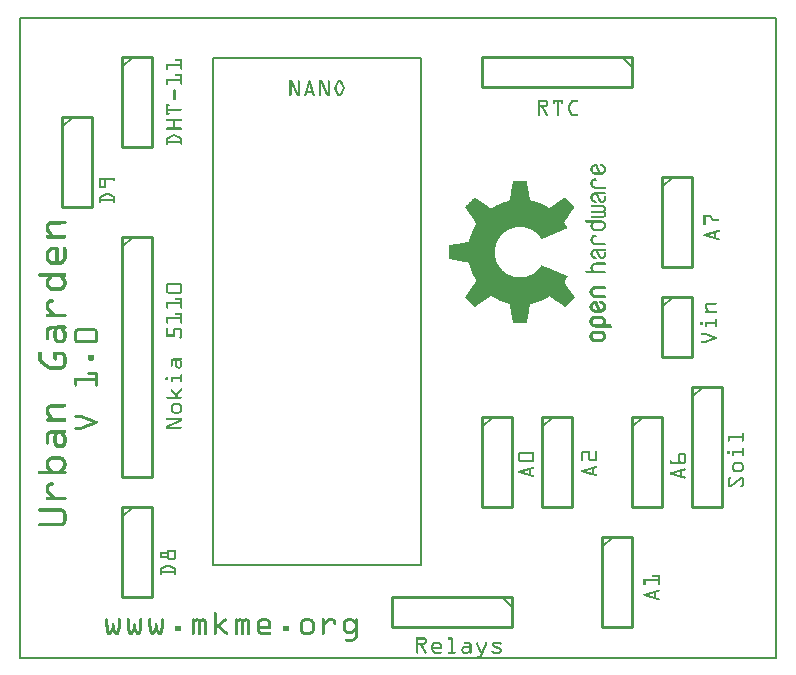
<source format=gto>
G04 MADE WITH FRITZING*
G04 WWW.FRITZING.ORG*
G04 DOUBLE SIDED*
G04 HOLES PLATED*
G04 CONTOUR ON CENTER OF CONTOUR VECTOR*
%ASAXBY*%
%FSLAX23Y23*%
%MOIN*%
%OFA0B0*%
%SFA1.0B1.0*%
%ADD10R,2.525980X2.141650X2.509980X2.125650*%
%ADD11C,0.008000*%
%ADD12C,0.010000*%
%ADD13C,0.005000*%
%ADD14R,0.001000X0.001000*%
%LNSILK1*%
G90*
G70*
G54D11*
X4Y2138D02*
X2522Y2138D01*
X2522Y4D01*
X4Y4D01*
X4Y2138D01*
D02*
G54D12*
X2144Y1607D02*
X2144Y1307D01*
D02*
X2144Y1307D02*
X2244Y1307D01*
D02*
X2244Y1307D02*
X2244Y1607D01*
D02*
X2244Y1607D02*
X2144Y1607D01*
G54D13*
D02*
X2144Y1572D02*
X2179Y1607D01*
G54D12*
D02*
X2044Y807D02*
X2044Y507D01*
D02*
X2044Y507D02*
X2144Y507D01*
D02*
X2144Y507D02*
X2144Y807D01*
D02*
X2144Y807D02*
X2044Y807D01*
G54D13*
D02*
X2044Y772D02*
X2079Y807D01*
G54D12*
D02*
X1744Y807D02*
X1744Y507D01*
D02*
X1744Y507D02*
X1844Y507D01*
D02*
X1844Y507D02*
X1844Y807D01*
D02*
X1844Y807D02*
X1744Y807D01*
G54D13*
D02*
X1744Y772D02*
X1779Y807D01*
G54D12*
D02*
X1944Y407D02*
X1944Y107D01*
D02*
X1944Y107D02*
X2044Y107D01*
D02*
X2044Y107D02*
X2044Y407D01*
D02*
X2044Y407D02*
X1944Y407D01*
G54D13*
D02*
X1944Y372D02*
X1979Y407D01*
G54D12*
D02*
X1544Y807D02*
X1544Y507D01*
D02*
X1544Y507D02*
X1644Y507D01*
D02*
X1644Y507D02*
X1644Y807D01*
D02*
X1644Y807D02*
X1544Y807D01*
G54D13*
D02*
X1544Y772D02*
X1579Y807D01*
G54D12*
D02*
X2044Y2007D02*
X1544Y2007D01*
D02*
X1544Y2007D02*
X1544Y1907D01*
D02*
X1544Y1907D02*
X2044Y1907D01*
D02*
X2044Y1907D02*
X2044Y2007D01*
G54D13*
D02*
X2009Y2007D02*
X2044Y1972D01*
G54D12*
D02*
X344Y1407D02*
X344Y607D01*
D02*
X344Y607D02*
X444Y607D01*
D02*
X444Y607D02*
X444Y1407D01*
D02*
X444Y1407D02*
X344Y1407D01*
G54D13*
D02*
X344Y1372D02*
X379Y1407D01*
G54D12*
D02*
X2244Y907D02*
X2244Y507D01*
D02*
X2244Y507D02*
X2344Y507D01*
D02*
X2344Y507D02*
X2344Y907D01*
D02*
X2344Y907D02*
X2244Y907D01*
G54D13*
D02*
X2244Y872D02*
X2279Y907D01*
G54D12*
D02*
X2144Y1207D02*
X2144Y1007D01*
D02*
X2144Y1007D02*
X2244Y1007D01*
D02*
X2244Y1007D02*
X2244Y1207D01*
D02*
X2244Y1207D02*
X2144Y1207D01*
G54D13*
D02*
X2144Y1172D02*
X2179Y1207D01*
G54D12*
D02*
X344Y507D02*
X344Y207D01*
D02*
X344Y207D02*
X444Y207D01*
D02*
X444Y207D02*
X444Y507D01*
D02*
X444Y507D02*
X344Y507D01*
G54D13*
D02*
X344Y472D02*
X379Y507D01*
G54D12*
D02*
X144Y1807D02*
X144Y1507D01*
D02*
X144Y1507D02*
X244Y1507D01*
D02*
X244Y1507D02*
X244Y1807D01*
D02*
X244Y1807D02*
X144Y1807D01*
G54D13*
D02*
X144Y1772D02*
X179Y1807D01*
G54D12*
D02*
X1644Y207D02*
X1244Y207D01*
D02*
X1244Y207D02*
X1244Y107D01*
D02*
X1244Y107D02*
X1644Y107D01*
D02*
X1644Y107D02*
X1644Y207D01*
G54D13*
D02*
X1609Y207D02*
X1644Y172D01*
G54D12*
D02*
X344Y2007D02*
X344Y1707D01*
D02*
X344Y1707D02*
X444Y1707D01*
D02*
X444Y1707D02*
X444Y2007D01*
D02*
X444Y2007D02*
X344Y2007D01*
G54D13*
D02*
X344Y1972D02*
X379Y2007D01*
G54D11*
X647Y312D02*
X1339Y312D01*
X1339Y2004D01*
X647Y2004D01*
X647Y312D01*
D02*
G54D14*
X522Y1998D02*
X542Y1998D01*
X521Y1997D02*
X543Y1997D01*
X520Y1996D02*
X543Y1996D01*
X520Y1995D02*
X544Y1995D01*
X520Y1994D02*
X544Y1994D01*
X521Y1993D02*
X544Y1993D01*
X522Y1992D02*
X544Y1992D01*
X538Y1991D02*
X544Y1991D01*
X538Y1990D02*
X544Y1990D01*
X538Y1989D02*
X544Y1989D01*
X538Y1988D02*
X544Y1988D01*
X538Y1987D02*
X544Y1987D01*
X538Y1986D02*
X544Y1986D01*
X538Y1985D02*
X544Y1985D01*
X490Y1984D02*
X544Y1984D01*
X490Y1983D02*
X544Y1983D01*
X490Y1982D02*
X544Y1982D01*
X490Y1981D02*
X544Y1981D01*
X490Y1980D02*
X544Y1980D01*
X490Y1979D02*
X544Y1979D01*
X490Y1978D02*
X544Y1978D01*
X490Y1977D02*
X497Y1977D01*
X538Y1977D02*
X544Y1977D01*
X490Y1976D02*
X497Y1976D01*
X538Y1976D02*
X544Y1976D01*
X490Y1975D02*
X497Y1975D01*
X538Y1975D02*
X544Y1975D01*
X490Y1974D02*
X497Y1974D01*
X538Y1974D02*
X544Y1974D01*
X490Y1973D02*
X497Y1973D01*
X538Y1973D02*
X544Y1973D01*
X490Y1972D02*
X497Y1972D01*
X538Y1972D02*
X544Y1972D01*
X490Y1971D02*
X497Y1971D01*
X538Y1971D02*
X544Y1971D01*
X490Y1970D02*
X497Y1970D01*
X538Y1970D02*
X544Y1970D01*
X490Y1969D02*
X497Y1969D01*
X538Y1969D02*
X544Y1969D01*
X490Y1968D02*
X497Y1968D01*
X538Y1968D02*
X544Y1968D01*
X491Y1967D02*
X496Y1967D01*
X538Y1967D02*
X544Y1967D01*
X491Y1966D02*
X496Y1966D01*
X538Y1966D02*
X543Y1966D01*
X492Y1965D02*
X495Y1965D01*
X539Y1965D02*
X543Y1965D01*
X522Y1948D02*
X542Y1948D01*
X521Y1947D02*
X543Y1947D01*
X520Y1946D02*
X543Y1946D01*
X520Y1945D02*
X544Y1945D01*
X520Y1944D02*
X544Y1944D01*
X521Y1943D02*
X544Y1943D01*
X522Y1942D02*
X544Y1942D01*
X538Y1941D02*
X544Y1941D01*
X538Y1940D02*
X544Y1940D01*
X538Y1939D02*
X544Y1939D01*
X538Y1938D02*
X544Y1938D01*
X538Y1937D02*
X544Y1937D01*
X538Y1936D02*
X544Y1936D01*
X538Y1935D02*
X544Y1935D01*
X490Y1934D02*
X544Y1934D01*
X490Y1933D02*
X544Y1933D01*
X490Y1932D02*
X544Y1932D01*
X490Y1931D02*
X544Y1931D01*
X490Y1930D02*
X544Y1930D01*
X490Y1929D02*
X544Y1929D01*
X902Y1929D02*
X910Y1929D01*
X931Y1929D02*
X933Y1929D01*
X967Y1929D02*
X969Y1929D01*
X1002Y1929D02*
X1010Y1929D01*
X1031Y1929D02*
X1033Y1929D01*
X1066Y1929D02*
X1070Y1929D01*
X490Y1928D02*
X544Y1928D01*
X902Y1928D02*
X910Y1928D01*
X930Y1928D02*
X934Y1928D01*
X966Y1928D02*
X971Y1928D01*
X1001Y1928D02*
X1010Y1928D01*
X1030Y1928D02*
X1034Y1928D01*
X1064Y1928D02*
X1073Y1928D01*
X490Y1927D02*
X497Y1927D01*
X538Y1927D02*
X544Y1927D01*
X902Y1927D02*
X911Y1927D01*
X929Y1927D02*
X935Y1927D01*
X965Y1927D02*
X971Y1927D01*
X1001Y1927D02*
X1011Y1927D01*
X1029Y1927D02*
X1035Y1927D01*
X1063Y1927D02*
X1074Y1927D01*
X490Y1926D02*
X497Y1926D01*
X538Y1926D02*
X544Y1926D01*
X902Y1926D02*
X911Y1926D01*
X929Y1926D02*
X935Y1926D01*
X965Y1926D02*
X971Y1926D01*
X1001Y1926D02*
X1011Y1926D01*
X1029Y1926D02*
X1035Y1926D01*
X1062Y1926D02*
X1075Y1926D01*
X490Y1925D02*
X497Y1925D01*
X538Y1925D02*
X544Y1925D01*
X902Y1925D02*
X912Y1925D01*
X929Y1925D02*
X935Y1925D01*
X965Y1925D02*
X972Y1925D01*
X1001Y1925D02*
X1012Y1925D01*
X1029Y1925D02*
X1035Y1925D01*
X1061Y1925D02*
X1075Y1925D01*
X490Y1924D02*
X497Y1924D01*
X538Y1924D02*
X544Y1924D01*
X902Y1924D02*
X912Y1924D01*
X929Y1924D02*
X935Y1924D01*
X965Y1924D02*
X972Y1924D01*
X1001Y1924D02*
X1012Y1924D01*
X1029Y1924D02*
X1035Y1924D01*
X1060Y1924D02*
X1076Y1924D01*
X490Y1923D02*
X497Y1923D01*
X538Y1923D02*
X544Y1923D01*
X902Y1923D02*
X913Y1923D01*
X929Y1923D02*
X935Y1923D01*
X964Y1923D02*
X972Y1923D01*
X1001Y1923D02*
X1013Y1923D01*
X1029Y1923D02*
X1035Y1923D01*
X1060Y1923D02*
X1077Y1923D01*
X490Y1922D02*
X497Y1922D01*
X538Y1922D02*
X544Y1922D01*
X902Y1922D02*
X913Y1922D01*
X929Y1922D02*
X935Y1922D01*
X964Y1922D02*
X973Y1922D01*
X1001Y1922D02*
X1013Y1922D01*
X1029Y1922D02*
X1035Y1922D01*
X1059Y1922D02*
X1067Y1922D01*
X1070Y1922D02*
X1077Y1922D01*
X490Y1921D02*
X497Y1921D01*
X538Y1921D02*
X544Y1921D01*
X902Y1921D02*
X913Y1921D01*
X929Y1921D02*
X935Y1921D01*
X964Y1921D02*
X973Y1921D01*
X1001Y1921D02*
X1013Y1921D01*
X1029Y1921D02*
X1035Y1921D01*
X1059Y1921D02*
X1066Y1921D01*
X1071Y1921D02*
X1078Y1921D01*
X490Y1920D02*
X497Y1920D01*
X538Y1920D02*
X544Y1920D01*
X902Y1920D02*
X914Y1920D01*
X929Y1920D02*
X935Y1920D01*
X963Y1920D02*
X973Y1920D01*
X1001Y1920D02*
X1014Y1920D01*
X1029Y1920D02*
X1035Y1920D01*
X1058Y1920D02*
X1065Y1920D01*
X1071Y1920D02*
X1078Y1920D01*
X490Y1919D02*
X497Y1919D01*
X538Y1919D02*
X544Y1919D01*
X902Y1919D02*
X914Y1919D01*
X929Y1919D02*
X935Y1919D01*
X963Y1919D02*
X973Y1919D01*
X1001Y1919D02*
X1014Y1919D01*
X1029Y1919D02*
X1035Y1919D01*
X1058Y1919D02*
X1065Y1919D01*
X1072Y1919D02*
X1079Y1919D01*
X490Y1918D02*
X497Y1918D01*
X538Y1918D02*
X544Y1918D01*
X902Y1918D02*
X915Y1918D01*
X929Y1918D02*
X935Y1918D01*
X963Y1918D02*
X974Y1918D01*
X1001Y1918D02*
X1015Y1918D01*
X1029Y1918D02*
X1035Y1918D01*
X1057Y1918D02*
X1064Y1918D01*
X1072Y1918D02*
X1079Y1918D01*
X491Y1917D02*
X496Y1917D01*
X538Y1917D02*
X544Y1917D01*
X902Y1917D02*
X915Y1917D01*
X929Y1917D02*
X935Y1917D01*
X962Y1917D02*
X974Y1917D01*
X1001Y1917D02*
X1015Y1917D01*
X1029Y1917D02*
X1035Y1917D01*
X1057Y1917D02*
X1064Y1917D01*
X1073Y1917D02*
X1080Y1917D01*
X491Y1916D02*
X496Y1916D01*
X538Y1916D02*
X543Y1916D01*
X902Y1916D02*
X916Y1916D01*
X929Y1916D02*
X935Y1916D01*
X962Y1916D02*
X974Y1916D01*
X1001Y1916D02*
X1016Y1916D01*
X1029Y1916D02*
X1035Y1916D01*
X1056Y1916D02*
X1063Y1916D01*
X1073Y1916D02*
X1080Y1916D01*
X492Y1915D02*
X495Y1915D01*
X539Y1915D02*
X543Y1915D01*
X902Y1915D02*
X916Y1915D01*
X929Y1915D02*
X935Y1915D01*
X962Y1915D02*
X975Y1915D01*
X1001Y1915D02*
X1007Y1915D01*
X1009Y1915D02*
X1016Y1915D01*
X1029Y1915D02*
X1035Y1915D01*
X1056Y1915D02*
X1063Y1915D01*
X1074Y1915D02*
X1081Y1915D01*
X902Y1914D02*
X908Y1914D01*
X910Y1914D02*
X917Y1914D01*
X929Y1914D02*
X935Y1914D01*
X962Y1914D02*
X975Y1914D01*
X1001Y1914D02*
X1007Y1914D01*
X1010Y1914D02*
X1016Y1914D01*
X1029Y1914D02*
X1035Y1914D01*
X1055Y1914D02*
X1062Y1914D01*
X1074Y1914D02*
X1081Y1914D01*
X902Y1913D02*
X908Y1913D01*
X910Y1913D02*
X917Y1913D01*
X929Y1913D02*
X935Y1913D01*
X961Y1913D02*
X975Y1913D01*
X1001Y1913D02*
X1007Y1913D01*
X1010Y1913D02*
X1017Y1913D01*
X1029Y1913D02*
X1035Y1913D01*
X1055Y1913D02*
X1062Y1913D01*
X1075Y1913D02*
X1082Y1913D01*
X902Y1912D02*
X908Y1912D01*
X911Y1912D02*
X917Y1912D01*
X929Y1912D02*
X935Y1912D01*
X961Y1912D02*
X967Y1912D01*
X969Y1912D02*
X975Y1912D01*
X1001Y1912D02*
X1007Y1912D01*
X1011Y1912D02*
X1017Y1912D01*
X1029Y1912D02*
X1035Y1912D01*
X1054Y1912D02*
X1061Y1912D01*
X1075Y1912D02*
X1082Y1912D01*
X902Y1911D02*
X908Y1911D01*
X911Y1911D02*
X918Y1911D01*
X929Y1911D02*
X935Y1911D01*
X961Y1911D02*
X967Y1911D01*
X969Y1911D02*
X976Y1911D01*
X1001Y1911D02*
X1007Y1911D01*
X1011Y1911D02*
X1018Y1911D01*
X1029Y1911D02*
X1035Y1911D01*
X1054Y1911D02*
X1061Y1911D01*
X1076Y1911D02*
X1083Y1911D01*
X902Y1910D02*
X908Y1910D01*
X912Y1910D02*
X918Y1910D01*
X929Y1910D02*
X935Y1910D01*
X960Y1910D02*
X967Y1910D01*
X970Y1910D02*
X976Y1910D01*
X1001Y1910D02*
X1007Y1910D01*
X1012Y1910D02*
X1018Y1910D01*
X1029Y1910D02*
X1035Y1910D01*
X1053Y1910D02*
X1060Y1910D01*
X1076Y1910D02*
X1083Y1910D01*
X902Y1909D02*
X908Y1909D01*
X912Y1909D02*
X919Y1909D01*
X929Y1909D02*
X935Y1909D01*
X960Y1909D02*
X966Y1909D01*
X970Y1909D02*
X976Y1909D01*
X1001Y1909D02*
X1007Y1909D01*
X1012Y1909D02*
X1019Y1909D01*
X1029Y1909D02*
X1035Y1909D01*
X1053Y1909D02*
X1060Y1909D01*
X1077Y1909D02*
X1083Y1909D01*
X902Y1908D02*
X908Y1908D01*
X912Y1908D02*
X919Y1908D01*
X929Y1908D02*
X935Y1908D01*
X960Y1908D02*
X966Y1908D01*
X970Y1908D02*
X977Y1908D01*
X1001Y1908D02*
X1007Y1908D01*
X1012Y1908D02*
X1019Y1908D01*
X1029Y1908D02*
X1035Y1908D01*
X1053Y1908D02*
X1059Y1908D01*
X1077Y1908D02*
X1084Y1908D01*
X902Y1907D02*
X908Y1907D01*
X913Y1907D02*
X920Y1907D01*
X929Y1907D02*
X935Y1907D01*
X960Y1907D02*
X966Y1907D01*
X971Y1907D02*
X977Y1907D01*
X1001Y1907D02*
X1007Y1907D01*
X1013Y1907D02*
X1020Y1907D01*
X1029Y1907D02*
X1035Y1907D01*
X1052Y1907D02*
X1059Y1907D01*
X1078Y1907D02*
X1084Y1907D01*
X902Y1906D02*
X908Y1906D01*
X913Y1906D02*
X920Y1906D01*
X929Y1906D02*
X935Y1906D01*
X959Y1906D02*
X966Y1906D01*
X971Y1906D02*
X977Y1906D01*
X1001Y1906D02*
X1007Y1906D01*
X1013Y1906D02*
X1020Y1906D01*
X1029Y1906D02*
X1035Y1906D01*
X1052Y1906D02*
X1058Y1906D01*
X1078Y1906D02*
X1085Y1906D01*
X902Y1905D02*
X908Y1905D01*
X914Y1905D02*
X920Y1905D01*
X929Y1905D02*
X935Y1905D01*
X959Y1905D02*
X965Y1905D01*
X971Y1905D02*
X978Y1905D01*
X1001Y1905D02*
X1007Y1905D01*
X1014Y1905D02*
X1020Y1905D01*
X1029Y1905D02*
X1035Y1905D01*
X1052Y1905D02*
X1058Y1905D01*
X1079Y1905D02*
X1085Y1905D01*
X902Y1904D02*
X908Y1904D01*
X914Y1904D02*
X921Y1904D01*
X929Y1904D02*
X935Y1904D01*
X959Y1904D02*
X965Y1904D01*
X971Y1904D02*
X978Y1904D01*
X1001Y1904D02*
X1007Y1904D01*
X1014Y1904D02*
X1021Y1904D01*
X1029Y1904D02*
X1035Y1904D01*
X1052Y1904D02*
X1058Y1904D01*
X1079Y1904D02*
X1085Y1904D01*
X902Y1903D02*
X908Y1903D01*
X915Y1903D02*
X921Y1903D01*
X929Y1903D02*
X935Y1903D01*
X958Y1903D02*
X965Y1903D01*
X972Y1903D02*
X978Y1903D01*
X1001Y1903D02*
X1007Y1903D01*
X1015Y1903D02*
X1021Y1903D01*
X1029Y1903D02*
X1035Y1903D01*
X1051Y1903D02*
X1058Y1903D01*
X1079Y1903D02*
X1085Y1903D01*
X902Y1902D02*
X908Y1902D01*
X915Y1902D02*
X922Y1902D01*
X929Y1902D02*
X935Y1902D01*
X958Y1902D02*
X964Y1902D01*
X972Y1902D02*
X978Y1902D01*
X1001Y1902D02*
X1007Y1902D01*
X1015Y1902D02*
X1022Y1902D01*
X1029Y1902D02*
X1035Y1902D01*
X1051Y1902D02*
X1058Y1902D01*
X1079Y1902D02*
X1085Y1902D01*
X902Y1901D02*
X908Y1901D01*
X916Y1901D02*
X922Y1901D01*
X929Y1901D02*
X935Y1901D01*
X958Y1901D02*
X964Y1901D01*
X972Y1901D02*
X979Y1901D01*
X1001Y1901D02*
X1007Y1901D01*
X1015Y1901D02*
X1022Y1901D01*
X1029Y1901D02*
X1035Y1901D01*
X1052Y1901D02*
X1058Y1901D01*
X1079Y1901D02*
X1085Y1901D01*
X902Y1900D02*
X908Y1900D01*
X916Y1900D02*
X923Y1900D01*
X929Y1900D02*
X935Y1900D01*
X957Y1900D02*
X964Y1900D01*
X973Y1900D02*
X979Y1900D01*
X1001Y1900D02*
X1007Y1900D01*
X1016Y1900D02*
X1023Y1900D01*
X1029Y1900D02*
X1035Y1900D01*
X1052Y1900D02*
X1058Y1900D01*
X1079Y1900D02*
X1085Y1900D01*
X902Y1899D02*
X908Y1899D01*
X916Y1899D02*
X923Y1899D01*
X929Y1899D02*
X935Y1899D01*
X957Y1899D02*
X964Y1899D01*
X973Y1899D02*
X979Y1899D01*
X1001Y1899D02*
X1007Y1899D01*
X1016Y1899D02*
X1023Y1899D01*
X1029Y1899D02*
X1035Y1899D01*
X1052Y1899D02*
X1058Y1899D01*
X1078Y1899D02*
X1085Y1899D01*
X516Y1898D02*
X521Y1898D01*
X902Y1898D02*
X908Y1898D01*
X917Y1898D02*
X924Y1898D01*
X929Y1898D02*
X935Y1898D01*
X957Y1898D02*
X963Y1898D01*
X973Y1898D02*
X980Y1898D01*
X1001Y1898D02*
X1007Y1898D01*
X1017Y1898D02*
X1023Y1898D01*
X1029Y1898D02*
X1035Y1898D01*
X1052Y1898D02*
X1059Y1898D01*
X1078Y1898D02*
X1084Y1898D01*
X515Y1897D02*
X522Y1897D01*
X902Y1897D02*
X908Y1897D01*
X917Y1897D02*
X924Y1897D01*
X929Y1897D02*
X935Y1897D01*
X957Y1897D02*
X963Y1897D01*
X974Y1897D02*
X980Y1897D01*
X1001Y1897D02*
X1007Y1897D01*
X1017Y1897D02*
X1024Y1897D01*
X1029Y1897D02*
X1035Y1897D01*
X1052Y1897D02*
X1059Y1897D01*
X1077Y1897D02*
X1084Y1897D01*
X514Y1896D02*
X523Y1896D01*
X902Y1896D02*
X908Y1896D01*
X918Y1896D02*
X924Y1896D01*
X929Y1896D02*
X935Y1896D01*
X956Y1896D02*
X963Y1896D01*
X974Y1896D02*
X980Y1896D01*
X1001Y1896D02*
X1007Y1896D01*
X1018Y1896D02*
X1024Y1896D01*
X1029Y1896D02*
X1035Y1896D01*
X1053Y1896D02*
X1060Y1896D01*
X1077Y1896D02*
X1084Y1896D01*
X514Y1895D02*
X523Y1895D01*
X902Y1895D02*
X908Y1895D01*
X918Y1895D02*
X925Y1895D01*
X929Y1895D02*
X935Y1895D01*
X956Y1895D02*
X962Y1895D01*
X974Y1895D02*
X980Y1895D01*
X1001Y1895D02*
X1007Y1895D01*
X1018Y1895D02*
X1025Y1895D01*
X1029Y1895D02*
X1035Y1895D01*
X1053Y1895D02*
X1060Y1895D01*
X1076Y1895D02*
X1083Y1895D01*
X514Y1894D02*
X523Y1894D01*
X902Y1894D02*
X908Y1894D01*
X919Y1894D02*
X925Y1894D01*
X929Y1894D02*
X935Y1894D01*
X956Y1894D02*
X981Y1894D01*
X1001Y1894D02*
X1007Y1894D01*
X1019Y1894D02*
X1025Y1894D01*
X1029Y1894D02*
X1035Y1894D01*
X1054Y1894D02*
X1061Y1894D01*
X1076Y1894D02*
X1083Y1894D01*
X514Y1893D02*
X523Y1893D01*
X902Y1893D02*
X908Y1893D01*
X919Y1893D02*
X926Y1893D01*
X929Y1893D02*
X935Y1893D01*
X955Y1893D02*
X981Y1893D01*
X1001Y1893D02*
X1007Y1893D01*
X1019Y1893D02*
X1026Y1893D01*
X1029Y1893D02*
X1035Y1893D01*
X1054Y1893D02*
X1061Y1893D01*
X1075Y1893D02*
X1082Y1893D01*
X514Y1892D02*
X523Y1892D01*
X902Y1892D02*
X908Y1892D01*
X919Y1892D02*
X926Y1892D01*
X929Y1892D02*
X935Y1892D01*
X955Y1892D02*
X981Y1892D01*
X1001Y1892D02*
X1007Y1892D01*
X1019Y1892D02*
X1026Y1892D01*
X1029Y1892D02*
X1035Y1892D01*
X1055Y1892D02*
X1062Y1892D01*
X1075Y1892D02*
X1082Y1892D01*
X514Y1891D02*
X523Y1891D01*
X902Y1891D02*
X908Y1891D01*
X920Y1891D02*
X927Y1891D01*
X929Y1891D02*
X935Y1891D01*
X955Y1891D02*
X982Y1891D01*
X1001Y1891D02*
X1007Y1891D01*
X1020Y1891D02*
X1027Y1891D01*
X1029Y1891D02*
X1035Y1891D01*
X1055Y1891D02*
X1062Y1891D01*
X1074Y1891D02*
X1081Y1891D01*
X514Y1890D02*
X523Y1890D01*
X902Y1890D02*
X908Y1890D01*
X920Y1890D02*
X927Y1890D01*
X929Y1890D02*
X935Y1890D01*
X955Y1890D02*
X982Y1890D01*
X1001Y1890D02*
X1007Y1890D01*
X1020Y1890D02*
X1027Y1890D01*
X1029Y1890D02*
X1035Y1890D01*
X1056Y1890D02*
X1063Y1890D01*
X1074Y1890D02*
X1081Y1890D01*
X514Y1889D02*
X523Y1889D01*
X902Y1889D02*
X908Y1889D01*
X921Y1889D02*
X927Y1889D01*
X929Y1889D02*
X935Y1889D01*
X954Y1889D02*
X982Y1889D01*
X1001Y1889D02*
X1007Y1889D01*
X1021Y1889D02*
X1027Y1889D01*
X1029Y1889D02*
X1035Y1889D01*
X1056Y1889D02*
X1063Y1889D01*
X1073Y1889D02*
X1080Y1889D01*
X514Y1888D02*
X523Y1888D01*
X902Y1888D02*
X908Y1888D01*
X921Y1888D02*
X935Y1888D01*
X954Y1888D02*
X982Y1888D01*
X1001Y1888D02*
X1007Y1888D01*
X1021Y1888D02*
X1035Y1888D01*
X1057Y1888D02*
X1064Y1888D01*
X1073Y1888D02*
X1080Y1888D01*
X514Y1887D02*
X523Y1887D01*
X902Y1887D02*
X908Y1887D01*
X922Y1887D02*
X935Y1887D01*
X954Y1887D02*
X960Y1887D01*
X976Y1887D02*
X983Y1887D01*
X1001Y1887D02*
X1007Y1887D01*
X1022Y1887D02*
X1035Y1887D01*
X1057Y1887D02*
X1064Y1887D01*
X1072Y1887D02*
X1079Y1887D01*
X514Y1886D02*
X523Y1886D01*
X902Y1886D02*
X908Y1886D01*
X922Y1886D02*
X935Y1886D01*
X953Y1886D02*
X960Y1886D01*
X977Y1886D02*
X983Y1886D01*
X1001Y1886D02*
X1007Y1886D01*
X1022Y1886D02*
X1035Y1886D01*
X1058Y1886D02*
X1065Y1886D01*
X1072Y1886D02*
X1079Y1886D01*
X514Y1885D02*
X523Y1885D01*
X902Y1885D02*
X908Y1885D01*
X923Y1885D02*
X935Y1885D01*
X953Y1885D02*
X959Y1885D01*
X977Y1885D02*
X983Y1885D01*
X1001Y1885D02*
X1007Y1885D01*
X1022Y1885D02*
X1035Y1885D01*
X1058Y1885D02*
X1065Y1885D01*
X1071Y1885D02*
X1078Y1885D01*
X514Y1884D02*
X523Y1884D01*
X902Y1884D02*
X908Y1884D01*
X923Y1884D02*
X935Y1884D01*
X953Y1884D02*
X959Y1884D01*
X977Y1884D02*
X984Y1884D01*
X1001Y1884D02*
X1007Y1884D01*
X1023Y1884D02*
X1035Y1884D01*
X1059Y1884D02*
X1066Y1884D01*
X1071Y1884D02*
X1078Y1884D01*
X514Y1883D02*
X523Y1883D01*
X902Y1883D02*
X908Y1883D01*
X923Y1883D02*
X935Y1883D01*
X953Y1883D02*
X959Y1883D01*
X978Y1883D02*
X984Y1883D01*
X1001Y1883D02*
X1007Y1883D01*
X1023Y1883D02*
X1035Y1883D01*
X1059Y1883D02*
X1066Y1883D01*
X1070Y1883D02*
X1077Y1883D01*
X514Y1882D02*
X523Y1882D01*
X902Y1882D02*
X908Y1882D01*
X924Y1882D02*
X935Y1882D01*
X952Y1882D02*
X959Y1882D01*
X978Y1882D02*
X984Y1882D01*
X1001Y1882D02*
X1007Y1882D01*
X1024Y1882D02*
X1035Y1882D01*
X1060Y1882D02*
X1077Y1882D01*
X514Y1881D02*
X523Y1881D01*
X902Y1881D02*
X908Y1881D01*
X924Y1881D02*
X935Y1881D01*
X952Y1881D02*
X958Y1881D01*
X978Y1881D02*
X985Y1881D01*
X1001Y1881D02*
X1007Y1881D01*
X1024Y1881D02*
X1035Y1881D01*
X1060Y1881D02*
X1076Y1881D01*
X514Y1880D02*
X523Y1880D01*
X902Y1880D02*
X908Y1880D01*
X925Y1880D02*
X935Y1880D01*
X952Y1880D02*
X958Y1880D01*
X979Y1880D02*
X985Y1880D01*
X1001Y1880D02*
X1007Y1880D01*
X1025Y1880D02*
X1035Y1880D01*
X1061Y1880D02*
X1076Y1880D01*
X514Y1879D02*
X523Y1879D01*
X902Y1879D02*
X908Y1879D01*
X925Y1879D02*
X935Y1879D01*
X951Y1879D02*
X958Y1879D01*
X979Y1879D02*
X985Y1879D01*
X1001Y1879D02*
X1007Y1879D01*
X1025Y1879D02*
X1035Y1879D01*
X1061Y1879D02*
X1075Y1879D01*
X514Y1878D02*
X523Y1878D01*
X902Y1878D02*
X907Y1878D01*
X926Y1878D02*
X935Y1878D01*
X951Y1878D02*
X957Y1878D01*
X979Y1878D02*
X985Y1878D01*
X1002Y1878D02*
X1007Y1878D01*
X1026Y1878D02*
X1035Y1878D01*
X1062Y1878D02*
X1074Y1878D01*
X514Y1877D02*
X523Y1877D01*
X902Y1877D02*
X907Y1877D01*
X926Y1877D02*
X935Y1877D01*
X952Y1877D02*
X957Y1877D01*
X980Y1877D02*
X985Y1877D01*
X1002Y1877D02*
X1007Y1877D01*
X1026Y1877D02*
X1035Y1877D01*
X1064Y1877D02*
X1073Y1877D01*
X514Y1876D02*
X523Y1876D01*
X903Y1876D02*
X906Y1876D01*
X926Y1876D02*
X935Y1876D01*
X953Y1876D02*
X956Y1876D01*
X981Y1876D02*
X984Y1876D01*
X1003Y1876D02*
X1006Y1876D01*
X1026Y1876D02*
X1035Y1876D01*
X1065Y1876D02*
X1071Y1876D01*
X514Y1875D02*
X523Y1875D01*
X514Y1874D02*
X523Y1874D01*
X514Y1873D02*
X523Y1873D01*
X514Y1872D02*
X523Y1872D01*
X514Y1871D02*
X523Y1871D01*
X514Y1870D02*
X523Y1870D01*
X514Y1869D02*
X523Y1869D01*
X514Y1868D02*
X523Y1868D01*
X514Y1867D02*
X523Y1867D01*
X514Y1866D02*
X523Y1866D01*
X515Y1865D02*
X522Y1865D01*
X517Y1864D02*
X520Y1864D01*
X1730Y1862D02*
X1757Y1862D01*
X1780Y1862D02*
X1813Y1862D01*
X1844Y1862D02*
X1862Y1862D01*
X1730Y1861D02*
X1759Y1861D01*
X1780Y1861D02*
X1813Y1861D01*
X1842Y1861D02*
X1863Y1861D01*
X1730Y1860D02*
X1760Y1860D01*
X1780Y1860D02*
X1813Y1860D01*
X1841Y1860D02*
X1863Y1860D01*
X1730Y1859D02*
X1761Y1859D01*
X1780Y1859D02*
X1813Y1859D01*
X1840Y1859D02*
X1863Y1859D01*
X1730Y1858D02*
X1762Y1858D01*
X1780Y1858D02*
X1813Y1858D01*
X1839Y1858D02*
X1863Y1858D01*
X1730Y1857D02*
X1762Y1857D01*
X1780Y1857D02*
X1813Y1857D01*
X1838Y1857D02*
X1862Y1857D01*
X1730Y1856D02*
X1763Y1856D01*
X1780Y1856D02*
X1813Y1856D01*
X1838Y1856D02*
X1861Y1856D01*
X1730Y1855D02*
X1736Y1855D01*
X1756Y1855D02*
X1763Y1855D01*
X1780Y1855D02*
X1786Y1855D01*
X1793Y1855D02*
X1799Y1855D01*
X1807Y1855D02*
X1813Y1855D01*
X1837Y1855D02*
X1845Y1855D01*
X1730Y1854D02*
X1736Y1854D01*
X1757Y1854D02*
X1763Y1854D01*
X1780Y1854D02*
X1786Y1854D01*
X1793Y1854D02*
X1799Y1854D01*
X1807Y1854D02*
X1813Y1854D01*
X1837Y1854D02*
X1844Y1854D01*
X1730Y1853D02*
X1736Y1853D01*
X1757Y1853D02*
X1763Y1853D01*
X1780Y1853D02*
X1786Y1853D01*
X1793Y1853D02*
X1799Y1853D01*
X1807Y1853D02*
X1813Y1853D01*
X1836Y1853D02*
X1843Y1853D01*
X1730Y1852D02*
X1736Y1852D01*
X1757Y1852D02*
X1763Y1852D01*
X1780Y1852D02*
X1785Y1852D01*
X1793Y1852D02*
X1799Y1852D01*
X1808Y1852D02*
X1813Y1852D01*
X1836Y1852D02*
X1843Y1852D01*
X1730Y1851D02*
X1736Y1851D01*
X1757Y1851D02*
X1763Y1851D01*
X1781Y1851D02*
X1785Y1851D01*
X1793Y1851D02*
X1799Y1851D01*
X1808Y1851D02*
X1812Y1851D01*
X1835Y1851D02*
X1842Y1851D01*
X1730Y1850D02*
X1736Y1850D01*
X1757Y1850D02*
X1763Y1850D01*
X1783Y1850D02*
X1783Y1850D01*
X1793Y1850D02*
X1799Y1850D01*
X1810Y1850D02*
X1810Y1850D01*
X1835Y1850D02*
X1842Y1850D01*
X1730Y1849D02*
X1736Y1849D01*
X1757Y1849D02*
X1763Y1849D01*
X1793Y1849D02*
X1799Y1849D01*
X1834Y1849D02*
X1841Y1849D01*
X490Y1848D02*
X501Y1848D01*
X1730Y1848D02*
X1736Y1848D01*
X1757Y1848D02*
X1763Y1848D01*
X1793Y1848D02*
X1799Y1848D01*
X1834Y1848D02*
X1841Y1848D01*
X490Y1847D02*
X502Y1847D01*
X1730Y1847D02*
X1736Y1847D01*
X1757Y1847D02*
X1763Y1847D01*
X1793Y1847D02*
X1799Y1847D01*
X1833Y1847D02*
X1840Y1847D01*
X490Y1846D02*
X502Y1846D01*
X1730Y1846D02*
X1736Y1846D01*
X1756Y1846D02*
X1763Y1846D01*
X1793Y1846D02*
X1799Y1846D01*
X1833Y1846D02*
X1840Y1846D01*
X490Y1845D02*
X502Y1845D01*
X1730Y1845D02*
X1763Y1845D01*
X1793Y1845D02*
X1799Y1845D01*
X1832Y1845D02*
X1839Y1845D01*
X490Y1844D02*
X502Y1844D01*
X1730Y1844D02*
X1762Y1844D01*
X1793Y1844D02*
X1799Y1844D01*
X1832Y1844D02*
X1839Y1844D01*
X490Y1843D02*
X502Y1843D01*
X1730Y1843D02*
X1762Y1843D01*
X1793Y1843D02*
X1799Y1843D01*
X1831Y1843D02*
X1838Y1843D01*
X490Y1842D02*
X501Y1842D01*
X1730Y1842D02*
X1761Y1842D01*
X1793Y1842D02*
X1799Y1842D01*
X1831Y1842D02*
X1838Y1842D01*
X490Y1841D02*
X497Y1841D01*
X1730Y1841D02*
X1760Y1841D01*
X1793Y1841D02*
X1799Y1841D01*
X1831Y1841D02*
X1837Y1841D01*
X490Y1840D02*
X497Y1840D01*
X1730Y1840D02*
X1759Y1840D01*
X1793Y1840D02*
X1799Y1840D01*
X1830Y1840D02*
X1837Y1840D01*
X490Y1839D02*
X497Y1839D01*
X1730Y1839D02*
X1757Y1839D01*
X1793Y1839D02*
X1799Y1839D01*
X1830Y1839D02*
X1836Y1839D01*
X490Y1838D02*
X497Y1838D01*
X1730Y1838D02*
X1736Y1838D01*
X1741Y1838D02*
X1749Y1838D01*
X1793Y1838D02*
X1799Y1838D01*
X1830Y1838D02*
X1836Y1838D01*
X490Y1837D02*
X497Y1837D01*
X1730Y1837D02*
X1736Y1837D01*
X1742Y1837D02*
X1749Y1837D01*
X1793Y1837D02*
X1799Y1837D01*
X1830Y1837D02*
X1836Y1837D01*
X490Y1836D02*
X497Y1836D01*
X1730Y1836D02*
X1736Y1836D01*
X1743Y1836D02*
X1750Y1836D01*
X1793Y1836D02*
X1799Y1836D01*
X1830Y1836D02*
X1836Y1836D01*
X490Y1835D02*
X497Y1835D01*
X1730Y1835D02*
X1736Y1835D01*
X1743Y1835D02*
X1751Y1835D01*
X1793Y1835D02*
X1799Y1835D01*
X1830Y1835D02*
X1836Y1835D01*
X490Y1834D02*
X542Y1834D01*
X1730Y1834D02*
X1736Y1834D01*
X1744Y1834D02*
X1751Y1834D01*
X1793Y1834D02*
X1799Y1834D01*
X1830Y1834D02*
X1836Y1834D01*
X490Y1833D02*
X543Y1833D01*
X1730Y1833D02*
X1736Y1833D01*
X1745Y1833D02*
X1752Y1833D01*
X1793Y1833D02*
X1799Y1833D01*
X1830Y1833D02*
X1836Y1833D01*
X490Y1832D02*
X544Y1832D01*
X1730Y1832D02*
X1736Y1832D01*
X1745Y1832D02*
X1752Y1832D01*
X1793Y1832D02*
X1799Y1832D01*
X1830Y1832D02*
X1837Y1832D01*
X490Y1831D02*
X544Y1831D01*
X1730Y1831D02*
X1736Y1831D01*
X1746Y1831D02*
X1753Y1831D01*
X1793Y1831D02*
X1799Y1831D01*
X1831Y1831D02*
X1837Y1831D01*
X490Y1830D02*
X543Y1830D01*
X1730Y1830D02*
X1736Y1830D01*
X1746Y1830D02*
X1753Y1830D01*
X1793Y1830D02*
X1799Y1830D01*
X1831Y1830D02*
X1837Y1830D01*
X490Y1829D02*
X543Y1829D01*
X1730Y1829D02*
X1736Y1829D01*
X1747Y1829D02*
X1754Y1829D01*
X1793Y1829D02*
X1799Y1829D01*
X1831Y1829D02*
X1838Y1829D01*
X490Y1828D02*
X541Y1828D01*
X1730Y1828D02*
X1736Y1828D01*
X1747Y1828D02*
X1755Y1828D01*
X1793Y1828D02*
X1799Y1828D01*
X1832Y1828D02*
X1839Y1828D01*
X490Y1827D02*
X497Y1827D01*
X1730Y1827D02*
X1736Y1827D01*
X1748Y1827D02*
X1755Y1827D01*
X1793Y1827D02*
X1799Y1827D01*
X1832Y1827D02*
X1839Y1827D01*
X490Y1826D02*
X497Y1826D01*
X1730Y1826D02*
X1736Y1826D01*
X1749Y1826D02*
X1756Y1826D01*
X1793Y1826D02*
X1799Y1826D01*
X1833Y1826D02*
X1840Y1826D01*
X490Y1825D02*
X497Y1825D01*
X1730Y1825D02*
X1736Y1825D01*
X1749Y1825D02*
X1756Y1825D01*
X1793Y1825D02*
X1799Y1825D01*
X1833Y1825D02*
X1840Y1825D01*
X490Y1824D02*
X497Y1824D01*
X1730Y1824D02*
X1736Y1824D01*
X1750Y1824D02*
X1757Y1824D01*
X1793Y1824D02*
X1799Y1824D01*
X1834Y1824D02*
X1841Y1824D01*
X490Y1823D02*
X497Y1823D01*
X1730Y1823D02*
X1736Y1823D01*
X1750Y1823D02*
X1758Y1823D01*
X1793Y1823D02*
X1799Y1823D01*
X1834Y1823D02*
X1841Y1823D01*
X490Y1822D02*
X497Y1822D01*
X1730Y1822D02*
X1736Y1822D01*
X1751Y1822D02*
X1758Y1822D01*
X1793Y1822D02*
X1799Y1822D01*
X1835Y1822D02*
X1842Y1822D01*
X490Y1821D02*
X497Y1821D01*
X1730Y1821D02*
X1736Y1821D01*
X1752Y1821D02*
X1759Y1821D01*
X1793Y1821D02*
X1799Y1821D01*
X1835Y1821D02*
X1842Y1821D01*
X490Y1820D02*
X501Y1820D01*
X1730Y1820D02*
X1736Y1820D01*
X1752Y1820D02*
X1759Y1820D01*
X1793Y1820D02*
X1799Y1820D01*
X1836Y1820D02*
X1843Y1820D01*
X490Y1819D02*
X502Y1819D01*
X1730Y1819D02*
X1736Y1819D01*
X1753Y1819D02*
X1760Y1819D01*
X1793Y1819D02*
X1799Y1819D01*
X1836Y1819D02*
X1843Y1819D01*
X490Y1818D02*
X502Y1818D01*
X1730Y1818D02*
X1736Y1818D01*
X1753Y1818D02*
X1760Y1818D01*
X1793Y1818D02*
X1799Y1818D01*
X1837Y1818D02*
X1844Y1818D01*
X490Y1817D02*
X502Y1817D01*
X1730Y1817D02*
X1736Y1817D01*
X1754Y1817D02*
X1761Y1817D01*
X1793Y1817D02*
X1799Y1817D01*
X1837Y1817D02*
X1844Y1817D01*
X490Y1816D02*
X502Y1816D01*
X1730Y1816D02*
X1736Y1816D01*
X1754Y1816D02*
X1762Y1816D01*
X1793Y1816D02*
X1799Y1816D01*
X1838Y1816D02*
X1845Y1816D01*
X490Y1815D02*
X501Y1815D01*
X1730Y1815D02*
X1736Y1815D01*
X1755Y1815D02*
X1762Y1815D01*
X1793Y1815D02*
X1799Y1815D01*
X1838Y1815D02*
X1862Y1815D01*
X491Y1814D02*
X499Y1814D01*
X1730Y1814D02*
X1736Y1814D01*
X1756Y1814D02*
X1763Y1814D01*
X1793Y1814D02*
X1799Y1814D01*
X1839Y1814D02*
X1863Y1814D01*
X1730Y1813D02*
X1736Y1813D01*
X1756Y1813D02*
X1763Y1813D01*
X1793Y1813D02*
X1799Y1813D01*
X1839Y1813D02*
X1863Y1813D01*
X1730Y1812D02*
X1736Y1812D01*
X1757Y1812D02*
X1763Y1812D01*
X1794Y1812D02*
X1799Y1812D01*
X1840Y1812D02*
X1863Y1812D01*
X1730Y1811D02*
X1736Y1811D01*
X1757Y1811D02*
X1763Y1811D01*
X1794Y1811D02*
X1799Y1811D01*
X1841Y1811D02*
X1863Y1811D01*
X1731Y1810D02*
X1735Y1810D01*
X1758Y1810D02*
X1762Y1810D01*
X1794Y1810D02*
X1799Y1810D01*
X1843Y1810D02*
X1862Y1810D01*
X1732Y1809D02*
X1734Y1809D01*
X1759Y1809D02*
X1761Y1809D01*
X1796Y1809D02*
X1797Y1809D01*
X1845Y1809D02*
X1861Y1809D01*
X492Y1798D02*
X542Y1798D01*
X491Y1797D02*
X543Y1797D01*
X491Y1796D02*
X543Y1796D01*
X491Y1795D02*
X544Y1795D01*
X491Y1794D02*
X543Y1794D01*
X491Y1793D02*
X543Y1793D01*
X492Y1792D02*
X542Y1792D01*
X514Y1791D02*
X520Y1791D01*
X514Y1790D02*
X520Y1790D01*
X514Y1789D02*
X520Y1789D01*
X514Y1788D02*
X520Y1788D01*
X514Y1787D02*
X520Y1787D01*
X514Y1786D02*
X520Y1786D01*
X514Y1785D02*
X520Y1785D01*
X514Y1784D02*
X520Y1784D01*
X514Y1783D02*
X520Y1783D01*
X514Y1782D02*
X520Y1782D01*
X514Y1781D02*
X520Y1781D01*
X514Y1780D02*
X520Y1780D01*
X514Y1779D02*
X520Y1779D01*
X514Y1778D02*
X520Y1778D01*
X514Y1777D02*
X520Y1777D01*
X514Y1776D02*
X520Y1776D01*
X514Y1775D02*
X520Y1775D01*
X514Y1774D02*
X520Y1774D01*
X514Y1773D02*
X520Y1773D01*
X514Y1772D02*
X520Y1772D01*
X494Y1771D02*
X540Y1771D01*
X492Y1770D02*
X542Y1770D01*
X491Y1769D02*
X543Y1769D01*
X491Y1768D02*
X544Y1768D01*
X491Y1767D02*
X544Y1767D01*
X491Y1766D02*
X543Y1766D01*
X492Y1765D02*
X543Y1765D01*
X494Y1764D02*
X540Y1764D01*
X514Y1748D02*
X521Y1748D01*
X511Y1747D02*
X523Y1747D01*
X509Y1746D02*
X525Y1746D01*
X507Y1745D02*
X527Y1745D01*
X505Y1744D02*
X529Y1744D01*
X503Y1743D02*
X531Y1743D01*
X501Y1742D02*
X534Y1742D01*
X499Y1741D02*
X514Y1741D01*
X520Y1741D02*
X536Y1741D01*
X497Y1740D02*
X511Y1740D01*
X523Y1740D02*
X538Y1740D01*
X495Y1739D02*
X509Y1739D01*
X525Y1739D02*
X539Y1739D01*
X494Y1738D02*
X507Y1738D01*
X527Y1738D02*
X540Y1738D01*
X493Y1737D02*
X505Y1737D01*
X529Y1737D02*
X541Y1737D01*
X492Y1736D02*
X503Y1736D01*
X531Y1736D02*
X542Y1736D01*
X492Y1735D02*
X502Y1735D01*
X533Y1735D02*
X543Y1735D01*
X491Y1734D02*
X500Y1734D01*
X535Y1734D02*
X543Y1734D01*
X491Y1733D02*
X498Y1733D01*
X536Y1733D02*
X543Y1733D01*
X491Y1732D02*
X497Y1732D01*
X537Y1732D02*
X543Y1732D01*
X491Y1731D02*
X497Y1731D01*
X538Y1731D02*
X544Y1731D01*
X490Y1730D02*
X497Y1730D01*
X538Y1730D02*
X544Y1730D01*
X490Y1729D02*
X497Y1729D01*
X538Y1729D02*
X544Y1729D01*
X490Y1728D02*
X497Y1728D01*
X537Y1728D02*
X544Y1728D01*
X490Y1727D02*
X544Y1727D01*
X490Y1726D02*
X544Y1726D01*
X490Y1725D02*
X544Y1725D01*
X490Y1724D02*
X544Y1724D01*
X490Y1723D02*
X544Y1723D01*
X490Y1722D02*
X544Y1722D01*
X490Y1721D02*
X544Y1721D01*
X490Y1720D02*
X497Y1720D01*
X538Y1720D02*
X544Y1720D01*
X490Y1719D02*
X497Y1719D01*
X538Y1719D02*
X544Y1719D01*
X490Y1718D02*
X497Y1718D01*
X538Y1718D02*
X544Y1718D01*
X491Y1717D02*
X496Y1717D01*
X538Y1717D02*
X544Y1717D01*
X491Y1716D02*
X496Y1716D01*
X538Y1716D02*
X543Y1716D01*
X492Y1715D02*
X495Y1715D01*
X539Y1715D02*
X542Y1715D01*
X1920Y1649D02*
X1926Y1649D01*
X1936Y1649D02*
X1941Y1649D01*
X1916Y1648D02*
X1927Y1648D01*
X1936Y1648D02*
X1945Y1648D01*
X1914Y1647D02*
X1927Y1647D01*
X1937Y1647D02*
X1947Y1647D01*
X1912Y1646D02*
X1928Y1646D01*
X1937Y1646D02*
X1949Y1646D01*
X1911Y1645D02*
X1928Y1645D01*
X1938Y1645D02*
X1950Y1645D01*
X1910Y1644D02*
X1929Y1644D01*
X1938Y1644D02*
X1951Y1644D01*
X1909Y1643D02*
X1929Y1643D01*
X1939Y1643D02*
X1952Y1643D01*
X1909Y1642D02*
X1929Y1642D01*
X1939Y1642D02*
X1953Y1642D01*
X1908Y1641D02*
X1918Y1641D01*
X1923Y1641D02*
X1930Y1641D01*
X1944Y1641D02*
X1954Y1641D01*
X1907Y1640D02*
X1916Y1640D01*
X1923Y1640D02*
X1930Y1640D01*
X1946Y1640D02*
X1955Y1640D01*
X1907Y1639D02*
X1915Y1639D01*
X1924Y1639D02*
X1931Y1639D01*
X1947Y1639D02*
X1955Y1639D01*
X1906Y1638D02*
X1914Y1638D01*
X1924Y1638D02*
X1931Y1638D01*
X1948Y1638D02*
X1956Y1638D01*
X1906Y1637D02*
X1913Y1637D01*
X1924Y1637D02*
X1932Y1637D01*
X1949Y1637D02*
X1956Y1637D01*
X1906Y1636D02*
X1913Y1636D01*
X1925Y1636D02*
X1932Y1636D01*
X1949Y1636D02*
X1956Y1636D01*
X1905Y1635D02*
X1912Y1635D01*
X1925Y1635D02*
X1933Y1635D01*
X1950Y1635D02*
X1956Y1635D01*
X1905Y1634D02*
X1912Y1634D01*
X1926Y1634D02*
X1933Y1634D01*
X1950Y1634D02*
X1957Y1634D01*
X1905Y1633D02*
X1912Y1633D01*
X1926Y1633D02*
X1933Y1633D01*
X1950Y1633D02*
X1957Y1633D01*
X1905Y1632D02*
X1912Y1632D01*
X1927Y1632D02*
X1934Y1632D01*
X1950Y1632D02*
X1957Y1632D01*
X1905Y1631D02*
X1912Y1631D01*
X1927Y1631D02*
X1934Y1631D01*
X1950Y1631D02*
X1957Y1631D01*
X1905Y1630D02*
X1912Y1630D01*
X1928Y1630D02*
X1935Y1630D01*
X1950Y1630D02*
X1957Y1630D01*
X1905Y1629D02*
X1912Y1629D01*
X1928Y1629D02*
X1935Y1629D01*
X1950Y1629D02*
X1957Y1629D01*
X1905Y1628D02*
X1912Y1628D01*
X1928Y1628D02*
X1936Y1628D01*
X1949Y1628D02*
X1956Y1628D01*
X1906Y1627D02*
X1913Y1627D01*
X1929Y1627D02*
X1936Y1627D01*
X1949Y1627D02*
X1956Y1627D01*
X1906Y1626D02*
X1913Y1626D01*
X1929Y1626D02*
X1937Y1626D01*
X1948Y1626D02*
X1956Y1626D01*
X1906Y1625D02*
X1914Y1625D01*
X1930Y1625D02*
X1937Y1625D01*
X1948Y1625D02*
X1956Y1625D01*
X1907Y1624D02*
X1915Y1624D01*
X1930Y1624D02*
X1937Y1624D01*
X1947Y1624D02*
X1955Y1624D01*
X1907Y1623D02*
X1916Y1623D01*
X1931Y1623D02*
X1938Y1623D01*
X1946Y1623D02*
X1955Y1623D01*
X1908Y1622D02*
X1918Y1622D01*
X1931Y1622D02*
X1938Y1622D01*
X1944Y1622D02*
X1954Y1622D01*
X1909Y1621D02*
X1953Y1621D01*
X1909Y1620D02*
X1952Y1620D01*
X1910Y1619D02*
X1952Y1619D01*
X1911Y1618D02*
X1950Y1618D01*
X1913Y1617D02*
X1949Y1617D01*
X1914Y1616D02*
X1948Y1616D01*
X1916Y1615D02*
X1946Y1615D01*
X1921Y1614D02*
X1941Y1614D01*
X271Y1603D02*
X318Y1603D01*
X269Y1602D02*
X320Y1602D01*
X1919Y1602D02*
X1922Y1602D01*
X268Y1601D02*
X321Y1601D01*
X1916Y1601D02*
X1923Y1601D01*
X268Y1600D02*
X321Y1600D01*
X1914Y1600D02*
X1923Y1600D01*
X268Y1599D02*
X321Y1599D01*
X1913Y1599D02*
X1923Y1599D01*
X268Y1598D02*
X321Y1598D01*
X1911Y1598D02*
X1924Y1598D01*
X268Y1597D02*
X321Y1597D01*
X1910Y1597D02*
X1924Y1597D01*
X268Y1596D02*
X274Y1596D01*
X285Y1596D02*
X292Y1596D01*
X315Y1596D02*
X321Y1596D01*
X1909Y1596D02*
X1925Y1596D01*
X268Y1595D02*
X274Y1595D01*
X285Y1595D02*
X291Y1595D01*
X315Y1595D02*
X321Y1595D01*
X1908Y1595D02*
X1925Y1595D01*
X268Y1594D02*
X274Y1594D01*
X285Y1594D02*
X291Y1594D01*
X316Y1594D02*
X320Y1594D01*
X1908Y1594D02*
X1918Y1594D01*
X268Y1593D02*
X274Y1593D01*
X285Y1593D02*
X291Y1593D01*
X317Y1593D02*
X319Y1593D01*
X1907Y1593D02*
X1916Y1593D01*
X268Y1592D02*
X274Y1592D01*
X285Y1592D02*
X291Y1592D01*
X1907Y1592D02*
X1915Y1592D01*
X268Y1591D02*
X274Y1591D01*
X285Y1591D02*
X291Y1591D01*
X1647Y1591D02*
X1692Y1591D01*
X1906Y1591D02*
X1914Y1591D01*
X268Y1590D02*
X274Y1590D01*
X285Y1590D02*
X291Y1590D01*
X1647Y1590D02*
X1692Y1590D01*
X1906Y1590D02*
X1913Y1590D01*
X268Y1589D02*
X274Y1589D01*
X285Y1589D02*
X291Y1589D01*
X1647Y1589D02*
X1692Y1589D01*
X1906Y1589D02*
X1913Y1589D01*
X268Y1588D02*
X274Y1588D01*
X285Y1588D02*
X291Y1588D01*
X1647Y1588D02*
X1692Y1588D01*
X1905Y1588D02*
X1912Y1588D01*
X268Y1587D02*
X274Y1587D01*
X285Y1587D02*
X291Y1587D01*
X1646Y1587D02*
X1693Y1587D01*
X1905Y1587D02*
X1912Y1587D01*
X268Y1586D02*
X274Y1586D01*
X285Y1586D02*
X291Y1586D01*
X1646Y1586D02*
X1693Y1586D01*
X1905Y1586D02*
X1912Y1586D01*
X268Y1585D02*
X274Y1585D01*
X285Y1585D02*
X291Y1585D01*
X1646Y1585D02*
X1693Y1585D01*
X1905Y1585D02*
X1912Y1585D01*
X268Y1584D02*
X274Y1584D01*
X285Y1584D02*
X291Y1584D01*
X1646Y1584D02*
X1693Y1584D01*
X1905Y1584D02*
X1912Y1584D01*
X268Y1583D02*
X274Y1583D01*
X285Y1583D02*
X291Y1583D01*
X1646Y1583D02*
X1693Y1583D01*
X1905Y1583D02*
X1912Y1583D01*
X268Y1582D02*
X274Y1582D01*
X285Y1582D02*
X291Y1582D01*
X1645Y1582D02*
X1694Y1582D01*
X1905Y1582D02*
X1912Y1582D01*
X268Y1581D02*
X274Y1581D01*
X285Y1581D02*
X291Y1581D01*
X1645Y1581D02*
X1694Y1581D01*
X1905Y1581D02*
X1912Y1581D01*
X268Y1580D02*
X274Y1580D01*
X285Y1580D02*
X291Y1580D01*
X1645Y1580D02*
X1694Y1580D01*
X1906Y1580D02*
X1913Y1580D01*
X268Y1579D02*
X274Y1579D01*
X285Y1579D02*
X291Y1579D01*
X1645Y1579D02*
X1694Y1579D01*
X1906Y1579D02*
X1913Y1579D01*
X268Y1578D02*
X274Y1578D01*
X285Y1578D02*
X291Y1578D01*
X1645Y1578D02*
X1694Y1578D01*
X1906Y1578D02*
X1914Y1578D01*
X268Y1577D02*
X274Y1577D01*
X285Y1577D02*
X291Y1577D01*
X1645Y1577D02*
X1695Y1577D01*
X1907Y1577D02*
X1915Y1577D01*
X268Y1576D02*
X274Y1576D01*
X285Y1576D02*
X291Y1576D01*
X1644Y1576D02*
X1695Y1576D01*
X1907Y1576D02*
X1916Y1576D01*
X268Y1575D02*
X291Y1575D01*
X1644Y1575D02*
X1695Y1575D01*
X1908Y1575D02*
X1919Y1575D01*
X268Y1574D02*
X291Y1574D01*
X1644Y1574D02*
X1695Y1574D01*
X1909Y1574D02*
X1954Y1574D01*
X268Y1573D02*
X291Y1573D01*
X1644Y1573D02*
X1695Y1573D01*
X1909Y1573D02*
X1954Y1573D01*
X268Y1572D02*
X291Y1572D01*
X1644Y1572D02*
X1695Y1572D01*
X1910Y1572D02*
X1955Y1572D01*
X268Y1571D02*
X291Y1571D01*
X1643Y1571D02*
X1696Y1571D01*
X1912Y1571D02*
X1955Y1571D01*
X268Y1570D02*
X291Y1570D01*
X1643Y1570D02*
X1696Y1570D01*
X1913Y1570D02*
X1955Y1570D01*
X270Y1569D02*
X290Y1569D01*
X1643Y1569D02*
X1696Y1569D01*
X1914Y1569D02*
X1956Y1569D01*
X1643Y1568D02*
X1696Y1568D01*
X1917Y1568D02*
X1956Y1568D01*
X1643Y1567D02*
X1696Y1567D01*
X1922Y1567D02*
X1956Y1567D01*
X1643Y1566D02*
X1697Y1566D01*
X1642Y1565D02*
X1697Y1565D01*
X1642Y1564D02*
X1697Y1564D01*
X1642Y1563D02*
X1697Y1563D01*
X1642Y1562D02*
X1697Y1562D01*
X1642Y1561D02*
X1697Y1561D01*
X1641Y1560D02*
X1698Y1560D01*
X1641Y1559D02*
X1698Y1559D01*
X1641Y1558D02*
X1698Y1558D01*
X1641Y1557D02*
X1698Y1557D01*
X1641Y1556D02*
X1698Y1556D01*
X1640Y1555D02*
X1699Y1555D01*
X1918Y1555D02*
X1954Y1555D01*
X1640Y1554D02*
X1699Y1554D01*
X1915Y1554D02*
X1954Y1554D01*
X293Y1553D02*
X296Y1553D01*
X1640Y1553D02*
X1699Y1553D01*
X1914Y1553D02*
X1955Y1553D01*
X289Y1552D02*
X299Y1552D01*
X1640Y1552D02*
X1699Y1552D01*
X1912Y1552D02*
X1955Y1552D01*
X287Y1551D02*
X302Y1551D01*
X1640Y1551D02*
X1699Y1551D01*
X1911Y1551D02*
X1955Y1551D01*
X285Y1550D02*
X304Y1550D01*
X1640Y1550D02*
X1700Y1550D01*
X1910Y1550D02*
X1956Y1550D01*
X283Y1549D02*
X306Y1549D01*
X1639Y1549D02*
X1700Y1549D01*
X1909Y1549D02*
X1956Y1549D01*
X281Y1548D02*
X308Y1548D01*
X1639Y1548D02*
X1700Y1548D01*
X1908Y1548D02*
X1931Y1548D01*
X279Y1547D02*
X310Y1547D01*
X1639Y1547D02*
X1700Y1547D01*
X1908Y1547D02*
X1918Y1547D01*
X1924Y1547D02*
X1931Y1547D01*
X277Y1546D02*
X293Y1546D01*
X296Y1546D02*
X312Y1546D01*
X1639Y1546D02*
X1700Y1546D01*
X1907Y1546D02*
X1916Y1546D01*
X1924Y1546D02*
X1931Y1546D01*
X275Y1545D02*
X290Y1545D01*
X299Y1545D02*
X314Y1545D01*
X1639Y1545D02*
X1700Y1545D01*
X1907Y1545D02*
X1915Y1545D01*
X1924Y1545D02*
X1932Y1545D01*
X273Y1544D02*
X288Y1544D01*
X301Y1544D02*
X316Y1544D01*
X1638Y1544D02*
X1701Y1544D01*
X1906Y1544D02*
X1914Y1544D01*
X1925Y1544D02*
X1932Y1544D01*
X1955Y1544D02*
X1955Y1544D01*
X272Y1543D02*
X286Y1543D01*
X303Y1543D02*
X317Y1543D01*
X1638Y1543D02*
X1701Y1543D01*
X1906Y1543D02*
X1913Y1543D01*
X1925Y1543D02*
X1932Y1543D01*
X1953Y1543D02*
X1955Y1543D01*
X271Y1542D02*
X284Y1542D01*
X305Y1542D02*
X318Y1542D01*
X1638Y1542D02*
X1701Y1542D01*
X1906Y1542D02*
X1913Y1542D01*
X1926Y1542D02*
X1933Y1542D01*
X1950Y1542D02*
X1956Y1542D01*
X270Y1541D02*
X282Y1541D01*
X307Y1541D02*
X319Y1541D01*
X1638Y1541D02*
X1701Y1541D01*
X1905Y1541D02*
X1912Y1541D01*
X1926Y1541D02*
X1933Y1541D01*
X1949Y1541D02*
X1956Y1541D01*
X269Y1540D02*
X280Y1540D01*
X309Y1540D02*
X320Y1540D01*
X1638Y1540D02*
X1701Y1540D01*
X1905Y1540D02*
X1912Y1540D01*
X1926Y1540D02*
X1934Y1540D01*
X1949Y1540D02*
X1956Y1540D01*
X269Y1539D02*
X278Y1539D01*
X311Y1539D02*
X320Y1539D01*
X1637Y1539D02*
X1702Y1539D01*
X1905Y1539D02*
X1912Y1539D01*
X1927Y1539D02*
X1934Y1539D01*
X1950Y1539D02*
X1957Y1539D01*
X268Y1538D02*
X276Y1538D01*
X313Y1538D02*
X320Y1538D01*
X1519Y1538D02*
X1519Y1538D01*
X1637Y1538D02*
X1702Y1538D01*
X1820Y1538D02*
X1820Y1538D01*
X1905Y1538D02*
X1912Y1538D01*
X1927Y1538D02*
X1934Y1538D01*
X1950Y1538D02*
X1957Y1538D01*
X268Y1537D02*
X274Y1537D01*
X314Y1537D02*
X321Y1537D01*
X1518Y1537D02*
X1521Y1537D01*
X1637Y1537D02*
X1702Y1537D01*
X1818Y1537D02*
X1821Y1537D01*
X1905Y1537D02*
X1912Y1537D01*
X1928Y1537D02*
X1935Y1537D01*
X1950Y1537D02*
X1957Y1537D01*
X268Y1536D02*
X274Y1536D01*
X315Y1536D02*
X321Y1536D01*
X1517Y1536D02*
X1522Y1536D01*
X1637Y1536D02*
X1702Y1536D01*
X1817Y1536D02*
X1822Y1536D01*
X1905Y1536D02*
X1912Y1536D01*
X1928Y1536D02*
X1935Y1536D01*
X1950Y1536D02*
X1957Y1536D01*
X268Y1535D02*
X274Y1535D01*
X315Y1535D02*
X321Y1535D01*
X1516Y1535D02*
X1524Y1535D01*
X1637Y1535D02*
X1702Y1535D01*
X1815Y1535D02*
X1823Y1535D01*
X1905Y1535D02*
X1912Y1535D01*
X1929Y1535D02*
X1936Y1535D01*
X1950Y1535D02*
X1957Y1535D01*
X268Y1534D02*
X274Y1534D01*
X315Y1534D02*
X321Y1534D01*
X1515Y1534D02*
X1525Y1534D01*
X1637Y1534D02*
X1703Y1534D01*
X1814Y1534D02*
X1824Y1534D01*
X1906Y1534D02*
X1912Y1534D01*
X1929Y1534D02*
X1936Y1534D01*
X1950Y1534D02*
X1957Y1534D01*
X268Y1533D02*
X274Y1533D01*
X315Y1533D02*
X321Y1533D01*
X1514Y1533D02*
X1527Y1533D01*
X1636Y1533D02*
X1703Y1533D01*
X1813Y1533D02*
X1825Y1533D01*
X1906Y1533D02*
X1913Y1533D01*
X1929Y1533D02*
X1937Y1533D01*
X1950Y1533D02*
X1956Y1533D01*
X268Y1532D02*
X321Y1532D01*
X1513Y1532D02*
X1528Y1532D01*
X1636Y1532D02*
X1703Y1532D01*
X1811Y1532D02*
X1826Y1532D01*
X1906Y1532D02*
X1914Y1532D01*
X1930Y1532D02*
X1937Y1532D01*
X1949Y1532D02*
X1956Y1532D01*
X268Y1531D02*
X321Y1531D01*
X1512Y1531D02*
X1529Y1531D01*
X1636Y1531D02*
X1703Y1531D01*
X1810Y1531D02*
X1827Y1531D01*
X1906Y1531D02*
X1914Y1531D01*
X1930Y1531D02*
X1938Y1531D01*
X1949Y1531D02*
X1956Y1531D01*
X268Y1530D02*
X321Y1530D01*
X1511Y1530D02*
X1531Y1530D01*
X1636Y1530D02*
X1703Y1530D01*
X1808Y1530D02*
X1828Y1530D01*
X1907Y1530D02*
X1915Y1530D01*
X1931Y1530D02*
X1938Y1530D01*
X1948Y1530D02*
X1956Y1530D01*
X268Y1529D02*
X321Y1529D01*
X1510Y1529D02*
X1532Y1529D01*
X1636Y1529D02*
X1703Y1529D01*
X1807Y1529D02*
X1829Y1529D01*
X1908Y1529D02*
X1917Y1529D01*
X1931Y1529D02*
X1939Y1529D01*
X1947Y1529D02*
X1955Y1529D01*
X268Y1528D02*
X321Y1528D01*
X1509Y1528D02*
X1534Y1528D01*
X1635Y1528D02*
X1706Y1528D01*
X1805Y1528D02*
X1830Y1528D01*
X1908Y1528D02*
X1919Y1528D01*
X1932Y1528D02*
X1941Y1528D01*
X1946Y1528D02*
X1955Y1528D01*
X268Y1527D02*
X321Y1527D01*
X1508Y1527D02*
X1535Y1527D01*
X1635Y1527D02*
X1710Y1527D01*
X1804Y1527D02*
X1831Y1527D01*
X1909Y1527D02*
X1923Y1527D01*
X1932Y1527D02*
X1954Y1527D01*
X268Y1526D02*
X321Y1526D01*
X1507Y1526D02*
X1537Y1526D01*
X1630Y1526D02*
X1715Y1526D01*
X1802Y1526D02*
X1832Y1526D01*
X1910Y1526D02*
X1923Y1526D01*
X1933Y1526D02*
X1954Y1526D01*
X268Y1525D02*
X274Y1525D01*
X315Y1525D02*
X321Y1525D01*
X1506Y1525D02*
X1538Y1525D01*
X1626Y1525D02*
X1718Y1525D01*
X1801Y1525D02*
X1833Y1525D01*
X1911Y1525D02*
X1924Y1525D01*
X1933Y1525D02*
X1953Y1525D01*
X268Y1524D02*
X274Y1524D01*
X315Y1524D02*
X321Y1524D01*
X1505Y1524D02*
X1540Y1524D01*
X1623Y1524D02*
X1722Y1524D01*
X1799Y1524D02*
X1834Y1524D01*
X1912Y1524D02*
X1924Y1524D01*
X1934Y1524D02*
X1952Y1524D01*
X268Y1523D02*
X274Y1523D01*
X315Y1523D02*
X321Y1523D01*
X1504Y1523D02*
X1541Y1523D01*
X1620Y1523D02*
X1725Y1523D01*
X1798Y1523D02*
X1835Y1523D01*
X1914Y1523D02*
X1925Y1523D01*
X1935Y1523D02*
X1951Y1523D01*
X268Y1522D02*
X274Y1522D01*
X315Y1522D02*
X321Y1522D01*
X1503Y1522D02*
X1543Y1522D01*
X1617Y1522D02*
X1728Y1522D01*
X1797Y1522D02*
X1836Y1522D01*
X1915Y1522D02*
X1925Y1522D01*
X1936Y1522D02*
X1950Y1522D01*
X268Y1521D02*
X274Y1521D01*
X315Y1521D02*
X321Y1521D01*
X1502Y1521D02*
X1544Y1521D01*
X1614Y1521D02*
X1731Y1521D01*
X1795Y1521D02*
X1837Y1521D01*
X1918Y1521D02*
X1926Y1521D01*
X1938Y1521D02*
X1948Y1521D01*
X268Y1520D02*
X273Y1520D01*
X316Y1520D02*
X320Y1520D01*
X1501Y1520D02*
X1545Y1520D01*
X1611Y1520D02*
X1734Y1520D01*
X1794Y1520D02*
X1838Y1520D01*
X1942Y1520D02*
X1944Y1520D01*
X270Y1519D02*
X272Y1519D01*
X317Y1519D02*
X319Y1519D01*
X1500Y1519D02*
X1547Y1519D01*
X1608Y1519D02*
X1736Y1519D01*
X1792Y1519D02*
X1839Y1519D01*
X1499Y1518D02*
X1548Y1518D01*
X1606Y1518D02*
X1739Y1518D01*
X1791Y1518D02*
X1840Y1518D01*
X1498Y1517D02*
X1550Y1517D01*
X1604Y1517D02*
X1741Y1517D01*
X1789Y1517D02*
X1841Y1517D01*
X1497Y1516D02*
X1551Y1516D01*
X1601Y1516D02*
X1743Y1516D01*
X1788Y1516D02*
X1842Y1516D01*
X1496Y1515D02*
X1553Y1515D01*
X1599Y1515D02*
X1746Y1515D01*
X1786Y1515D02*
X1843Y1515D01*
X1495Y1514D02*
X1554Y1514D01*
X1597Y1514D02*
X1748Y1514D01*
X1785Y1514D02*
X1844Y1514D01*
X1494Y1513D02*
X1556Y1513D01*
X1595Y1513D02*
X1750Y1513D01*
X1783Y1513D02*
X1845Y1513D01*
X1493Y1512D02*
X1557Y1512D01*
X1593Y1512D02*
X1752Y1512D01*
X1782Y1512D02*
X1846Y1512D01*
X1905Y1512D02*
X1948Y1512D01*
X1492Y1511D02*
X1559Y1511D01*
X1591Y1511D02*
X1754Y1511D01*
X1780Y1511D02*
X1847Y1511D01*
X1906Y1511D02*
X1950Y1511D01*
X1491Y1510D02*
X1560Y1510D01*
X1589Y1510D02*
X1756Y1510D01*
X1779Y1510D02*
X1848Y1510D01*
X1906Y1510D02*
X1952Y1510D01*
X1490Y1509D02*
X1561Y1509D01*
X1587Y1509D02*
X1757Y1509D01*
X1778Y1509D02*
X1849Y1509D01*
X1907Y1509D02*
X1953Y1509D01*
X1489Y1508D02*
X1563Y1508D01*
X1586Y1508D02*
X1759Y1508D01*
X1776Y1508D02*
X1850Y1508D01*
X1907Y1508D02*
X1954Y1508D01*
X1488Y1507D02*
X1564Y1507D01*
X1584Y1507D02*
X1761Y1507D01*
X1775Y1507D02*
X1851Y1507D01*
X1908Y1507D02*
X1955Y1507D01*
X1487Y1506D02*
X1566Y1506D01*
X1582Y1506D02*
X1763Y1506D01*
X1773Y1506D02*
X1852Y1506D01*
X1908Y1506D02*
X1955Y1506D01*
X1488Y1505D02*
X1567Y1505D01*
X1580Y1505D02*
X1764Y1505D01*
X1772Y1505D02*
X1851Y1505D01*
X1946Y1505D02*
X1956Y1505D01*
X1489Y1504D02*
X1569Y1504D01*
X1579Y1504D02*
X1766Y1504D01*
X1770Y1504D02*
X1850Y1504D01*
X1948Y1504D02*
X1956Y1504D01*
X1489Y1503D02*
X1570Y1503D01*
X1577Y1503D02*
X1850Y1503D01*
X1949Y1503D02*
X1956Y1503D01*
X1490Y1502D02*
X1572Y1502D01*
X1576Y1502D02*
X1849Y1502D01*
X1950Y1502D02*
X1957Y1502D01*
X1491Y1501D02*
X1848Y1501D01*
X1950Y1501D02*
X1957Y1501D01*
X1492Y1500D02*
X1848Y1500D01*
X1950Y1500D02*
X1957Y1500D01*
X1492Y1499D02*
X1847Y1499D01*
X1950Y1499D02*
X1957Y1499D01*
X1493Y1498D02*
X1846Y1498D01*
X1950Y1498D02*
X1957Y1498D01*
X1494Y1497D02*
X1845Y1497D01*
X1949Y1497D02*
X1956Y1497D01*
X1494Y1496D02*
X1845Y1496D01*
X1948Y1496D02*
X1956Y1496D01*
X1495Y1495D02*
X1844Y1495D01*
X1947Y1495D02*
X1956Y1495D01*
X1496Y1494D02*
X1843Y1494D01*
X1905Y1494D02*
X1955Y1494D01*
X1496Y1493D02*
X1843Y1493D01*
X1906Y1493D02*
X1955Y1493D01*
X1497Y1492D02*
X1842Y1492D01*
X1906Y1492D02*
X1954Y1492D01*
X1498Y1491D02*
X1841Y1491D01*
X1907Y1491D02*
X1953Y1491D01*
X1498Y1490D02*
X1841Y1490D01*
X1907Y1490D02*
X1954Y1490D01*
X1499Y1489D02*
X1840Y1489D01*
X1908Y1489D02*
X1955Y1489D01*
X1500Y1488D02*
X1839Y1488D01*
X1908Y1488D02*
X1955Y1488D01*
X1500Y1487D02*
X1839Y1487D01*
X1945Y1487D02*
X1956Y1487D01*
X1501Y1486D02*
X1838Y1486D01*
X1948Y1486D02*
X1956Y1486D01*
X1502Y1485D02*
X1837Y1485D01*
X1949Y1485D02*
X1956Y1485D01*
X1503Y1484D02*
X1837Y1484D01*
X1950Y1484D02*
X1957Y1484D01*
X1503Y1483D02*
X1836Y1483D01*
X1950Y1483D02*
X1957Y1483D01*
X1504Y1482D02*
X1835Y1482D01*
X1950Y1482D02*
X1957Y1482D01*
X1505Y1481D02*
X1834Y1481D01*
X1950Y1481D02*
X1957Y1481D01*
X1505Y1480D02*
X1834Y1480D01*
X1950Y1480D02*
X1957Y1480D01*
X1506Y1479D02*
X1833Y1479D01*
X1949Y1479D02*
X1957Y1479D01*
X2282Y1479D02*
X2304Y1479D01*
X1507Y1478D02*
X1832Y1478D01*
X1949Y1478D02*
X1956Y1478D01*
X2282Y1478D02*
X2305Y1478D01*
X1507Y1477D02*
X1832Y1477D01*
X1947Y1477D02*
X1956Y1477D01*
X2282Y1477D02*
X2306Y1477D01*
X1508Y1476D02*
X1831Y1476D01*
X1905Y1476D02*
X1956Y1476D01*
X2282Y1476D02*
X2307Y1476D01*
X1509Y1475D02*
X1830Y1475D01*
X1906Y1475D02*
X1955Y1475D01*
X2282Y1475D02*
X2308Y1475D01*
X1509Y1474D02*
X1830Y1474D01*
X1906Y1474D02*
X1954Y1474D01*
X2282Y1474D02*
X2309Y1474D01*
X1510Y1473D02*
X1829Y1473D01*
X1907Y1473D02*
X1954Y1473D01*
X2282Y1473D02*
X2310Y1473D01*
X1511Y1472D02*
X1828Y1472D01*
X1907Y1472D02*
X1952Y1472D01*
X2282Y1472D02*
X2288Y1472D01*
X2302Y1472D02*
X2310Y1472D01*
X1511Y1471D02*
X1828Y1471D01*
X1907Y1471D02*
X1951Y1471D01*
X2282Y1471D02*
X2288Y1471D01*
X2303Y1471D02*
X2311Y1471D01*
X1512Y1470D02*
X1827Y1470D01*
X1908Y1470D02*
X1949Y1470D01*
X2282Y1470D02*
X2288Y1470D01*
X2304Y1470D02*
X2312Y1470D01*
X1513Y1469D02*
X1826Y1469D01*
X1909Y1469D02*
X1944Y1469D01*
X2282Y1469D02*
X2288Y1469D01*
X2305Y1469D02*
X2313Y1469D01*
X1514Y1468D02*
X1826Y1468D01*
X2282Y1468D02*
X2288Y1468D01*
X2306Y1468D02*
X2314Y1468D01*
X1514Y1467D02*
X1825Y1467D01*
X2282Y1467D02*
X2288Y1467D01*
X2306Y1467D02*
X2315Y1467D01*
X1515Y1466D02*
X1824Y1466D01*
X2282Y1466D02*
X2288Y1466D01*
X2307Y1466D02*
X2332Y1466D01*
X1516Y1465D02*
X1824Y1465D01*
X2282Y1465D02*
X2288Y1465D01*
X2308Y1465D02*
X2334Y1465D01*
X1516Y1464D02*
X1823Y1464D01*
X2282Y1464D02*
X2288Y1464D01*
X2309Y1464D02*
X2335Y1464D01*
X1517Y1463D02*
X1822Y1463D01*
X2282Y1463D02*
X2288Y1463D01*
X2310Y1463D02*
X2335Y1463D01*
X1518Y1462D02*
X1821Y1462D01*
X2282Y1462D02*
X2288Y1462D01*
X2311Y1462D02*
X2335Y1462D01*
X1518Y1461D02*
X1821Y1461D01*
X1887Y1461D02*
X1944Y1461D01*
X2282Y1461D02*
X2288Y1461D01*
X2312Y1461D02*
X2334Y1461D01*
X137Y1460D02*
X154Y1460D01*
X1519Y1460D02*
X1820Y1460D01*
X1887Y1460D02*
X1947Y1460D01*
X2282Y1460D02*
X2288Y1460D01*
X2313Y1460D02*
X2334Y1460D01*
X107Y1459D02*
X155Y1459D01*
X1520Y1459D02*
X1819Y1459D01*
X1888Y1459D02*
X1948Y1459D01*
X2282Y1459D02*
X2288Y1459D01*
X102Y1458D02*
X156Y1458D01*
X1520Y1458D02*
X1819Y1458D01*
X1888Y1458D02*
X1950Y1458D01*
X2282Y1458D02*
X2288Y1458D01*
X100Y1457D02*
X157Y1457D01*
X1521Y1457D02*
X1818Y1457D01*
X1889Y1457D02*
X1951Y1457D01*
X2282Y1457D02*
X2288Y1457D01*
X98Y1456D02*
X157Y1456D01*
X1522Y1456D02*
X1817Y1456D01*
X1889Y1456D02*
X1952Y1456D01*
X2282Y1456D02*
X2288Y1456D01*
X97Y1455D02*
X158Y1455D01*
X1522Y1455D02*
X1817Y1455D01*
X1890Y1455D02*
X1953Y1455D01*
X2282Y1455D02*
X2288Y1455D01*
X95Y1454D02*
X158Y1454D01*
X1523Y1454D02*
X1817Y1454D01*
X1908Y1454D02*
X1920Y1454D01*
X1942Y1454D02*
X1954Y1454D01*
X2282Y1454D02*
X2288Y1454D01*
X94Y1453D02*
X157Y1453D01*
X1524Y1453D02*
X1818Y1453D01*
X1908Y1453D02*
X1917Y1453D01*
X1945Y1453D02*
X1954Y1453D01*
X2282Y1453D02*
X2288Y1453D01*
X94Y1452D02*
X157Y1452D01*
X1524Y1452D02*
X1818Y1452D01*
X1907Y1452D02*
X1916Y1452D01*
X1946Y1452D02*
X1955Y1452D01*
X2282Y1452D02*
X2289Y1452D01*
X93Y1451D02*
X156Y1451D01*
X1525Y1451D02*
X1819Y1451D01*
X1907Y1451D02*
X1915Y1451D01*
X1947Y1451D02*
X1955Y1451D01*
X2282Y1451D02*
X2290Y1451D01*
X92Y1450D02*
X155Y1450D01*
X1525Y1450D02*
X1820Y1450D01*
X1906Y1450D02*
X1914Y1450D01*
X1948Y1450D02*
X1956Y1450D01*
X2282Y1450D02*
X2290Y1450D01*
X92Y1449D02*
X154Y1449D01*
X1524Y1449D02*
X1820Y1449D01*
X1906Y1449D02*
X1913Y1449D01*
X1949Y1449D02*
X1956Y1449D01*
X2282Y1449D02*
X2291Y1449D01*
X91Y1448D02*
X141Y1448D01*
X1524Y1448D02*
X1821Y1448D01*
X1906Y1448D02*
X1913Y1448D01*
X1949Y1448D02*
X1956Y1448D01*
X2282Y1448D02*
X2291Y1448D01*
X91Y1447D02*
X112Y1447D01*
X1523Y1447D02*
X1822Y1447D01*
X1905Y1447D02*
X1912Y1447D01*
X1950Y1447D02*
X1956Y1447D01*
X2282Y1447D02*
X2290Y1447D01*
X91Y1446D02*
X104Y1446D01*
X1522Y1446D02*
X1822Y1446D01*
X1905Y1446D02*
X1912Y1446D01*
X1950Y1446D02*
X1957Y1446D01*
X2283Y1446D02*
X2289Y1446D01*
X90Y1445D02*
X103Y1445D01*
X1522Y1445D02*
X1823Y1445D01*
X1905Y1445D02*
X1912Y1445D01*
X1950Y1445D02*
X1957Y1445D01*
X90Y1444D02*
X102Y1444D01*
X1521Y1444D02*
X1823Y1444D01*
X1905Y1444D02*
X1912Y1444D01*
X1950Y1444D02*
X1957Y1444D01*
X90Y1443D02*
X101Y1443D01*
X1521Y1443D02*
X1824Y1443D01*
X1905Y1443D02*
X1912Y1443D01*
X1950Y1443D02*
X1957Y1443D01*
X90Y1442D02*
X101Y1442D01*
X1520Y1442D02*
X1825Y1442D01*
X1905Y1442D02*
X1912Y1442D01*
X1950Y1442D02*
X1957Y1442D01*
X90Y1441D02*
X101Y1441D01*
X1519Y1441D02*
X1825Y1441D01*
X1905Y1441D02*
X1912Y1441D01*
X1950Y1441D02*
X1957Y1441D01*
X90Y1440D02*
X101Y1440D01*
X1519Y1440D02*
X1826Y1440D01*
X1906Y1440D02*
X1912Y1440D01*
X1949Y1440D02*
X1956Y1440D01*
X90Y1439D02*
X101Y1439D01*
X1518Y1439D02*
X1659Y1439D01*
X1681Y1439D02*
X1826Y1439D01*
X1906Y1439D02*
X1913Y1439D01*
X1949Y1439D02*
X1956Y1439D01*
X90Y1438D02*
X101Y1438D01*
X1518Y1438D02*
X1653Y1438D01*
X1687Y1438D02*
X1827Y1438D01*
X1906Y1438D02*
X1914Y1438D01*
X1948Y1438D02*
X1956Y1438D01*
X90Y1437D02*
X101Y1437D01*
X1517Y1437D02*
X1649Y1437D01*
X1691Y1437D02*
X1827Y1437D01*
X1906Y1437D02*
X1914Y1437D01*
X1947Y1437D02*
X1955Y1437D01*
X90Y1436D02*
X101Y1436D01*
X1517Y1436D02*
X1645Y1436D01*
X1695Y1436D02*
X1828Y1436D01*
X1907Y1436D02*
X1916Y1436D01*
X1946Y1436D02*
X1955Y1436D01*
X90Y1435D02*
X101Y1435D01*
X1516Y1435D02*
X1642Y1435D01*
X1698Y1435D02*
X1827Y1435D01*
X1907Y1435D02*
X1917Y1435D01*
X1945Y1435D02*
X1954Y1435D01*
X90Y1434D02*
X101Y1434D01*
X1516Y1434D02*
X1639Y1434D01*
X1701Y1434D02*
X1825Y1434D01*
X1908Y1434D02*
X1920Y1434D01*
X1942Y1434D02*
X1954Y1434D01*
X90Y1433D02*
X101Y1433D01*
X1515Y1433D02*
X1637Y1433D01*
X1703Y1433D02*
X1822Y1433D01*
X1909Y1433D02*
X1953Y1433D01*
X90Y1432D02*
X101Y1432D01*
X1515Y1432D02*
X1635Y1432D01*
X1705Y1432D02*
X1820Y1432D01*
X1910Y1432D02*
X1952Y1432D01*
X90Y1431D02*
X102Y1431D01*
X1514Y1431D02*
X1632Y1431D01*
X1708Y1431D02*
X1817Y1431D01*
X1911Y1431D02*
X1951Y1431D01*
X90Y1430D02*
X102Y1430D01*
X1514Y1430D02*
X1630Y1430D01*
X1709Y1430D02*
X1815Y1430D01*
X1912Y1430D02*
X1950Y1430D01*
X90Y1429D02*
X103Y1429D01*
X1513Y1429D02*
X1629Y1429D01*
X1711Y1429D02*
X1813Y1429D01*
X1913Y1429D02*
X1949Y1429D01*
X2329Y1429D02*
X2334Y1429D01*
X91Y1428D02*
X104Y1428D01*
X1513Y1428D02*
X1627Y1428D01*
X1713Y1428D02*
X1810Y1428D01*
X1915Y1428D02*
X1947Y1428D01*
X2325Y1428D02*
X2335Y1428D01*
X91Y1427D02*
X104Y1427D01*
X1512Y1427D02*
X1625Y1427D01*
X1715Y1427D02*
X1808Y1427D01*
X1918Y1427D02*
X1944Y1427D01*
X2322Y1427D02*
X2335Y1427D01*
X92Y1426D02*
X105Y1426D01*
X1512Y1426D02*
X1624Y1426D01*
X1716Y1426D02*
X1805Y1426D01*
X2318Y1426D02*
X2335Y1426D01*
X92Y1425D02*
X106Y1425D01*
X1512Y1425D02*
X1622Y1425D01*
X1718Y1425D02*
X1803Y1425D01*
X2315Y1425D02*
X2335Y1425D01*
X93Y1424D02*
X106Y1424D01*
X1511Y1424D02*
X1621Y1424D01*
X1719Y1424D02*
X1800Y1424D01*
X2312Y1424D02*
X2334Y1424D01*
X93Y1423D02*
X107Y1423D01*
X1511Y1423D02*
X1619Y1423D01*
X1721Y1423D02*
X1798Y1423D01*
X2308Y1423D02*
X2332Y1423D01*
X94Y1422D02*
X108Y1422D01*
X1510Y1422D02*
X1618Y1422D01*
X1722Y1422D02*
X1796Y1422D01*
X2305Y1422D02*
X2329Y1422D01*
X95Y1421D02*
X108Y1421D01*
X1510Y1421D02*
X1617Y1421D01*
X1723Y1421D02*
X1793Y1421D01*
X2301Y1421D02*
X2325Y1421D01*
X95Y1420D02*
X109Y1420D01*
X1509Y1420D02*
X1615Y1420D01*
X1724Y1420D02*
X1791Y1420D01*
X2298Y1420D02*
X2323Y1420D01*
X96Y1419D02*
X110Y1419D01*
X1509Y1419D02*
X1614Y1419D01*
X1726Y1419D02*
X1788Y1419D01*
X2294Y1419D02*
X2323Y1419D01*
X97Y1418D02*
X110Y1418D01*
X1509Y1418D02*
X1613Y1418D01*
X1727Y1418D02*
X1786Y1418D01*
X2291Y1418D02*
X2315Y1418D01*
X2317Y1418D02*
X2323Y1418D01*
X97Y1417D02*
X111Y1417D01*
X1508Y1417D02*
X1612Y1417D01*
X1728Y1417D02*
X1784Y1417D01*
X2288Y1417D02*
X2312Y1417D01*
X2317Y1417D02*
X2323Y1417D01*
X98Y1416D02*
X111Y1416D01*
X1508Y1416D02*
X1611Y1416D01*
X1729Y1416D02*
X1781Y1416D01*
X2284Y1416D02*
X2308Y1416D01*
X2317Y1416D02*
X2323Y1416D01*
X99Y1415D02*
X112Y1415D01*
X1508Y1415D02*
X1610Y1415D01*
X1730Y1415D02*
X1779Y1415D01*
X2283Y1415D02*
X2305Y1415D01*
X2317Y1415D02*
X2323Y1415D01*
X99Y1414D02*
X113Y1414D01*
X1507Y1414D02*
X1609Y1414D01*
X1731Y1414D02*
X1776Y1414D01*
X1918Y1414D02*
X1922Y1414D01*
X2282Y1414D02*
X2301Y1414D01*
X2317Y1414D02*
X2323Y1414D01*
X100Y1413D02*
X113Y1413D01*
X1507Y1413D02*
X1608Y1413D01*
X1732Y1413D02*
X1774Y1413D01*
X1915Y1413D02*
X1923Y1413D01*
X2282Y1413D02*
X2298Y1413D01*
X2317Y1413D02*
X2323Y1413D01*
X94Y1412D02*
X154Y1412D01*
X1507Y1412D02*
X1607Y1412D01*
X1733Y1412D02*
X1771Y1412D01*
X1913Y1412D02*
X1923Y1412D01*
X2282Y1412D02*
X2299Y1412D01*
X2317Y1412D02*
X2323Y1412D01*
X92Y1411D02*
X155Y1411D01*
X1506Y1411D02*
X1606Y1411D01*
X1734Y1411D02*
X1769Y1411D01*
X1912Y1411D02*
X1924Y1411D01*
X2282Y1411D02*
X2302Y1411D01*
X2317Y1411D02*
X2323Y1411D01*
X91Y1410D02*
X156Y1410D01*
X1506Y1410D02*
X1605Y1410D01*
X1734Y1410D02*
X1767Y1410D01*
X1911Y1410D02*
X1924Y1410D01*
X2283Y1410D02*
X2306Y1410D01*
X2317Y1410D02*
X2323Y1410D01*
X90Y1409D02*
X157Y1409D01*
X1506Y1409D02*
X1605Y1409D01*
X1735Y1409D02*
X1764Y1409D01*
X1910Y1409D02*
X1925Y1409D01*
X2285Y1409D02*
X2309Y1409D01*
X2317Y1409D02*
X2323Y1409D01*
X90Y1408D02*
X157Y1408D01*
X1505Y1408D02*
X1604Y1408D01*
X1736Y1408D02*
X1762Y1408D01*
X1909Y1408D02*
X1925Y1408D01*
X2289Y1408D02*
X2313Y1408D01*
X2317Y1408D02*
X2323Y1408D01*
X90Y1407D02*
X158Y1407D01*
X1505Y1407D02*
X1603Y1407D01*
X1737Y1407D02*
X1759Y1407D01*
X1908Y1407D02*
X1920Y1407D01*
X2292Y1407D02*
X2323Y1407D01*
X90Y1406D02*
X158Y1406D01*
X1505Y1406D02*
X1602Y1406D01*
X1738Y1406D02*
X1757Y1406D01*
X1908Y1406D02*
X1917Y1406D01*
X2296Y1406D02*
X2323Y1406D01*
X90Y1405D02*
X157Y1405D01*
X1504Y1405D02*
X1602Y1405D01*
X1738Y1405D02*
X1755Y1405D01*
X1907Y1405D02*
X1916Y1405D01*
X2299Y1405D02*
X2323Y1405D01*
X90Y1404D02*
X157Y1404D01*
X1504Y1404D02*
X1601Y1404D01*
X1739Y1404D02*
X1752Y1404D01*
X1906Y1404D02*
X1914Y1404D01*
X2302Y1404D02*
X2326Y1404D01*
X91Y1403D02*
X156Y1403D01*
X1504Y1403D02*
X1600Y1403D01*
X1740Y1403D02*
X1750Y1403D01*
X1906Y1403D02*
X1914Y1403D01*
X2306Y1403D02*
X2330Y1403D01*
X92Y1402D02*
X156Y1402D01*
X1503Y1402D02*
X1599Y1402D01*
X1740Y1402D02*
X1747Y1402D01*
X1906Y1402D02*
X1913Y1402D01*
X2309Y1402D02*
X2333Y1402D01*
X93Y1401D02*
X154Y1401D01*
X1503Y1401D02*
X1599Y1401D01*
X1741Y1401D02*
X1745Y1401D01*
X1906Y1401D02*
X1913Y1401D01*
X2313Y1401D02*
X2334Y1401D01*
X1503Y1400D02*
X1598Y1400D01*
X1742Y1400D02*
X1742Y1400D01*
X1905Y1400D02*
X1912Y1400D01*
X2316Y1400D02*
X2335Y1400D01*
X1503Y1399D02*
X1598Y1399D01*
X1905Y1399D02*
X1912Y1399D01*
X2319Y1399D02*
X2335Y1399D01*
X1502Y1398D02*
X1597Y1398D01*
X1905Y1398D02*
X1912Y1398D01*
X2323Y1398D02*
X2335Y1398D01*
X1502Y1397D02*
X1596Y1397D01*
X1905Y1397D02*
X1912Y1397D01*
X2326Y1397D02*
X2334Y1397D01*
X1502Y1396D02*
X1596Y1396D01*
X1905Y1396D02*
X1912Y1396D01*
X2330Y1396D02*
X2333Y1396D01*
X1502Y1395D02*
X1595Y1395D01*
X1905Y1395D02*
X1912Y1395D01*
X1502Y1394D02*
X1595Y1394D01*
X1905Y1394D02*
X1912Y1394D01*
X1501Y1393D02*
X1594Y1393D01*
X1906Y1393D02*
X1913Y1393D01*
X1501Y1392D02*
X1594Y1392D01*
X1906Y1392D02*
X1913Y1392D01*
X1501Y1391D02*
X1593Y1391D01*
X1906Y1391D02*
X1914Y1391D01*
X1496Y1390D02*
X1593Y1390D01*
X1907Y1390D02*
X1915Y1390D01*
X1491Y1389D02*
X1592Y1389D01*
X1907Y1389D02*
X1916Y1389D01*
X1486Y1388D02*
X1592Y1388D01*
X1908Y1388D02*
X1917Y1388D01*
X1480Y1387D02*
X1592Y1387D01*
X1908Y1387D02*
X1920Y1387D01*
X1475Y1386D02*
X1591Y1386D01*
X1909Y1386D02*
X1954Y1386D01*
X1469Y1385D02*
X1591Y1385D01*
X1910Y1385D02*
X1954Y1385D01*
X1464Y1384D02*
X1590Y1384D01*
X1911Y1384D02*
X1955Y1384D01*
X1459Y1383D02*
X1590Y1383D01*
X1912Y1383D02*
X1955Y1383D01*
X1453Y1382D02*
X1590Y1382D01*
X1913Y1382D02*
X1956Y1382D01*
X1448Y1381D02*
X1589Y1381D01*
X1915Y1381D02*
X1956Y1381D01*
X1443Y1380D02*
X1589Y1380D01*
X1918Y1380D02*
X1956Y1380D01*
X1437Y1379D02*
X1589Y1379D01*
X1434Y1378D02*
X1589Y1378D01*
X1434Y1377D02*
X1588Y1377D01*
X1434Y1376D02*
X1588Y1376D01*
X1434Y1375D02*
X1588Y1375D01*
X1434Y1374D02*
X1588Y1374D01*
X108Y1373D02*
X128Y1373D01*
X150Y1373D02*
X154Y1373D01*
X1434Y1373D02*
X1587Y1373D01*
X105Y1372D02*
X130Y1372D01*
X149Y1372D02*
X155Y1372D01*
X1434Y1372D02*
X1587Y1372D01*
X103Y1371D02*
X130Y1371D01*
X148Y1371D02*
X156Y1371D01*
X1434Y1371D02*
X1587Y1371D01*
X101Y1370D02*
X131Y1370D01*
X147Y1370D02*
X157Y1370D01*
X1434Y1370D02*
X1587Y1370D01*
X100Y1369D02*
X132Y1369D01*
X147Y1369D02*
X157Y1369D01*
X1434Y1369D02*
X1587Y1369D01*
X99Y1368D02*
X132Y1368D01*
X146Y1368D02*
X157Y1368D01*
X1434Y1368D02*
X1586Y1368D01*
X98Y1367D02*
X132Y1367D01*
X146Y1367D02*
X158Y1367D01*
X1434Y1367D02*
X1586Y1367D01*
X1917Y1367D02*
X1954Y1367D01*
X97Y1366D02*
X132Y1366D01*
X146Y1366D02*
X158Y1366D01*
X1434Y1366D02*
X1586Y1366D01*
X1915Y1366D02*
X1954Y1366D01*
X96Y1365D02*
X132Y1365D01*
X146Y1365D02*
X158Y1365D01*
X1434Y1365D02*
X1586Y1365D01*
X1913Y1365D02*
X1955Y1365D01*
X95Y1364D02*
X132Y1364D01*
X146Y1364D02*
X158Y1364D01*
X1434Y1364D02*
X1586Y1364D01*
X1912Y1364D02*
X1955Y1364D01*
X94Y1363D02*
X132Y1363D01*
X146Y1363D02*
X158Y1363D01*
X1434Y1363D02*
X1586Y1363D01*
X1910Y1363D02*
X1956Y1363D01*
X94Y1362D02*
X132Y1362D01*
X146Y1362D02*
X158Y1362D01*
X1434Y1362D02*
X1586Y1362D01*
X1910Y1362D02*
X1956Y1362D01*
X93Y1361D02*
X109Y1361D01*
X120Y1361D02*
X132Y1361D01*
X146Y1361D02*
X158Y1361D01*
X1434Y1361D02*
X1586Y1361D01*
X1909Y1361D02*
X1957Y1361D01*
X92Y1360D02*
X107Y1360D01*
X121Y1360D02*
X132Y1360D01*
X146Y1360D02*
X158Y1360D01*
X1434Y1360D02*
X1586Y1360D01*
X1908Y1360D02*
X1919Y1360D01*
X1923Y1360D02*
X1931Y1360D01*
X92Y1359D02*
X106Y1359D01*
X121Y1359D02*
X132Y1359D01*
X146Y1359D02*
X158Y1359D01*
X1434Y1359D02*
X1586Y1359D01*
X1907Y1359D02*
X1917Y1359D01*
X1924Y1359D02*
X1931Y1359D01*
X91Y1358D02*
X105Y1358D01*
X121Y1358D02*
X132Y1358D01*
X146Y1358D02*
X158Y1358D01*
X1434Y1358D02*
X1586Y1358D01*
X1907Y1358D02*
X1915Y1358D01*
X1924Y1358D02*
X1931Y1358D01*
X91Y1357D02*
X104Y1357D01*
X121Y1357D02*
X132Y1357D01*
X146Y1357D02*
X158Y1357D01*
X1434Y1357D02*
X1585Y1357D01*
X1906Y1357D02*
X1914Y1357D01*
X1925Y1357D02*
X1932Y1357D01*
X91Y1356D02*
X103Y1356D01*
X121Y1356D02*
X132Y1356D01*
X146Y1356D02*
X158Y1356D01*
X1434Y1356D02*
X1585Y1356D01*
X1906Y1356D02*
X1914Y1356D01*
X1925Y1356D02*
X1932Y1356D01*
X1954Y1356D02*
X1955Y1356D01*
X90Y1355D02*
X102Y1355D01*
X121Y1355D02*
X132Y1355D01*
X146Y1355D02*
X158Y1355D01*
X1434Y1355D02*
X1585Y1355D01*
X1906Y1355D02*
X1913Y1355D01*
X1925Y1355D02*
X1933Y1355D01*
X1952Y1355D02*
X1956Y1355D01*
X90Y1354D02*
X102Y1354D01*
X121Y1354D02*
X132Y1354D01*
X146Y1354D02*
X158Y1354D01*
X1434Y1354D02*
X1585Y1354D01*
X1905Y1354D02*
X1912Y1354D01*
X1926Y1354D02*
X1933Y1354D01*
X1949Y1354D02*
X1956Y1354D01*
X90Y1353D02*
X101Y1353D01*
X121Y1353D02*
X132Y1353D01*
X146Y1353D02*
X158Y1353D01*
X1434Y1353D02*
X1586Y1353D01*
X1905Y1353D02*
X1912Y1353D01*
X1926Y1353D02*
X1933Y1353D01*
X1949Y1353D02*
X1956Y1353D01*
X90Y1352D02*
X101Y1352D01*
X121Y1352D02*
X132Y1352D01*
X146Y1352D02*
X158Y1352D01*
X1434Y1352D02*
X1586Y1352D01*
X1905Y1352D02*
X1912Y1352D01*
X1927Y1352D02*
X1934Y1352D01*
X1950Y1352D02*
X1956Y1352D01*
X90Y1351D02*
X101Y1351D01*
X121Y1351D02*
X132Y1351D01*
X146Y1351D02*
X158Y1351D01*
X1434Y1351D02*
X1586Y1351D01*
X1905Y1351D02*
X1912Y1351D01*
X1927Y1351D02*
X1934Y1351D01*
X1950Y1351D02*
X1957Y1351D01*
X90Y1350D02*
X101Y1350D01*
X121Y1350D02*
X132Y1350D01*
X146Y1350D02*
X158Y1350D01*
X1434Y1350D02*
X1586Y1350D01*
X1905Y1350D02*
X1912Y1350D01*
X1927Y1350D02*
X1935Y1350D01*
X1950Y1350D02*
X1957Y1350D01*
X90Y1349D02*
X101Y1349D01*
X121Y1349D02*
X132Y1349D01*
X146Y1349D02*
X158Y1349D01*
X1434Y1349D02*
X1586Y1349D01*
X1905Y1349D02*
X1912Y1349D01*
X1928Y1349D02*
X1935Y1349D01*
X1950Y1349D02*
X1957Y1349D01*
X90Y1348D02*
X101Y1348D01*
X121Y1348D02*
X132Y1348D01*
X146Y1348D02*
X158Y1348D01*
X1434Y1348D02*
X1586Y1348D01*
X1905Y1348D02*
X1912Y1348D01*
X1928Y1348D02*
X1935Y1348D01*
X1950Y1348D02*
X1957Y1348D01*
X90Y1347D02*
X101Y1347D01*
X121Y1347D02*
X132Y1347D01*
X146Y1347D02*
X158Y1347D01*
X1434Y1347D02*
X1586Y1347D01*
X1905Y1347D02*
X1912Y1347D01*
X1929Y1347D02*
X1936Y1347D01*
X1950Y1347D02*
X1957Y1347D01*
X90Y1346D02*
X101Y1346D01*
X121Y1346D02*
X132Y1346D01*
X146Y1346D02*
X158Y1346D01*
X1434Y1346D02*
X1586Y1346D01*
X1906Y1346D02*
X1913Y1346D01*
X1929Y1346D02*
X1936Y1346D01*
X1950Y1346D02*
X1957Y1346D01*
X90Y1345D02*
X101Y1345D01*
X121Y1345D02*
X132Y1345D01*
X146Y1345D02*
X158Y1345D01*
X1434Y1345D02*
X1586Y1345D01*
X1906Y1345D02*
X1913Y1345D01*
X1930Y1345D02*
X1937Y1345D01*
X1950Y1345D02*
X1956Y1345D01*
X90Y1344D02*
X101Y1344D01*
X121Y1344D02*
X132Y1344D01*
X146Y1344D02*
X158Y1344D01*
X1434Y1344D02*
X1586Y1344D01*
X1906Y1344D02*
X1914Y1344D01*
X1930Y1344D02*
X1937Y1344D01*
X1949Y1344D02*
X1956Y1344D01*
X90Y1343D02*
X101Y1343D01*
X121Y1343D02*
X132Y1343D01*
X146Y1343D02*
X158Y1343D01*
X1434Y1343D02*
X1587Y1343D01*
X1907Y1343D02*
X1915Y1343D01*
X1930Y1343D02*
X1938Y1343D01*
X1949Y1343D02*
X1956Y1343D01*
X90Y1342D02*
X101Y1342D01*
X121Y1342D02*
X132Y1342D01*
X146Y1342D02*
X158Y1342D01*
X1434Y1342D02*
X1587Y1342D01*
X1907Y1342D02*
X1916Y1342D01*
X1931Y1342D02*
X1939Y1342D01*
X1948Y1342D02*
X1956Y1342D01*
X90Y1341D02*
X101Y1341D01*
X121Y1341D02*
X132Y1341D01*
X146Y1341D02*
X158Y1341D01*
X1434Y1341D02*
X1587Y1341D01*
X1908Y1341D02*
X1918Y1341D01*
X1931Y1341D02*
X1940Y1341D01*
X1947Y1341D02*
X1955Y1341D01*
X90Y1340D02*
X101Y1340D01*
X121Y1340D02*
X132Y1340D01*
X146Y1340D02*
X158Y1340D01*
X1434Y1340D02*
X1587Y1340D01*
X1908Y1340D02*
X1922Y1340D01*
X1932Y1340D02*
X1955Y1340D01*
X90Y1339D02*
X101Y1339D01*
X121Y1339D02*
X132Y1339D01*
X146Y1339D02*
X158Y1339D01*
X1434Y1339D02*
X1587Y1339D01*
X1909Y1339D02*
X1923Y1339D01*
X1932Y1339D02*
X1954Y1339D01*
X90Y1338D02*
X101Y1338D01*
X121Y1338D02*
X132Y1338D01*
X146Y1338D02*
X158Y1338D01*
X1434Y1338D02*
X1587Y1338D01*
X1910Y1338D02*
X1923Y1338D01*
X1933Y1338D02*
X1953Y1338D01*
X90Y1337D02*
X101Y1337D01*
X121Y1337D02*
X132Y1337D01*
X146Y1337D02*
X158Y1337D01*
X1434Y1337D02*
X1588Y1337D01*
X1912Y1337D02*
X1924Y1337D01*
X1934Y1337D02*
X1952Y1337D01*
X90Y1336D02*
X101Y1336D01*
X121Y1336D02*
X132Y1336D01*
X146Y1336D02*
X158Y1336D01*
X1434Y1336D02*
X1588Y1336D01*
X1913Y1336D02*
X1924Y1336D01*
X1934Y1336D02*
X1952Y1336D01*
X90Y1335D02*
X101Y1335D01*
X121Y1335D02*
X132Y1335D01*
X146Y1335D02*
X158Y1335D01*
X1434Y1335D02*
X1588Y1335D01*
X1914Y1335D02*
X1925Y1335D01*
X1936Y1335D02*
X1950Y1335D01*
X90Y1334D02*
X101Y1334D01*
X121Y1334D02*
X132Y1334D01*
X146Y1334D02*
X157Y1334D01*
X1434Y1334D02*
X1588Y1334D01*
X1916Y1334D02*
X1925Y1334D01*
X1937Y1334D02*
X1949Y1334D01*
X90Y1333D02*
X102Y1333D01*
X121Y1333D02*
X132Y1333D01*
X146Y1333D02*
X157Y1333D01*
X1435Y1333D02*
X1589Y1333D01*
X1919Y1333D02*
X1926Y1333D01*
X1939Y1333D02*
X1947Y1333D01*
X90Y1332D02*
X102Y1332D01*
X121Y1332D02*
X132Y1332D01*
X145Y1332D02*
X157Y1332D01*
X1439Y1332D02*
X1589Y1332D01*
X90Y1331D02*
X103Y1331D01*
X121Y1331D02*
X132Y1331D01*
X144Y1331D02*
X157Y1331D01*
X1444Y1331D02*
X1589Y1331D01*
X91Y1330D02*
X104Y1330D01*
X121Y1330D02*
X132Y1330D01*
X143Y1330D02*
X157Y1330D01*
X1450Y1330D02*
X1589Y1330D01*
X91Y1329D02*
X105Y1329D01*
X121Y1329D02*
X132Y1329D01*
X143Y1329D02*
X156Y1329D01*
X1455Y1329D02*
X1590Y1329D01*
X92Y1328D02*
X106Y1328D01*
X121Y1328D02*
X132Y1328D01*
X142Y1328D02*
X156Y1328D01*
X1461Y1328D02*
X1590Y1328D01*
X92Y1327D02*
X107Y1327D01*
X121Y1327D02*
X132Y1327D01*
X141Y1327D02*
X155Y1327D01*
X1466Y1327D02*
X1591Y1327D01*
X93Y1326D02*
X108Y1326D01*
X121Y1326D02*
X132Y1326D01*
X139Y1326D02*
X155Y1326D01*
X1471Y1326D02*
X1591Y1326D01*
X93Y1325D02*
X154Y1325D01*
X1477Y1325D02*
X1591Y1325D01*
X94Y1324D02*
X153Y1324D01*
X1482Y1324D02*
X1592Y1324D01*
X95Y1323D02*
X153Y1323D01*
X1488Y1323D02*
X1592Y1323D01*
X96Y1322D02*
X152Y1322D01*
X1493Y1322D02*
X1593Y1322D01*
X97Y1321D02*
X151Y1321D01*
X1498Y1321D02*
X1593Y1321D01*
X1923Y1321D02*
X1953Y1321D01*
X97Y1320D02*
X150Y1320D01*
X1501Y1320D02*
X1593Y1320D01*
X1917Y1320D02*
X1954Y1320D01*
X98Y1319D02*
X149Y1319D01*
X1501Y1319D02*
X1594Y1319D01*
X1915Y1319D02*
X1954Y1319D01*
X99Y1318D02*
X148Y1318D01*
X1501Y1318D02*
X1594Y1318D01*
X1913Y1318D02*
X1955Y1318D01*
X101Y1317D02*
X147Y1317D01*
X1502Y1317D02*
X1595Y1317D01*
X1912Y1317D02*
X1955Y1317D01*
X102Y1316D02*
X146Y1316D01*
X1502Y1316D02*
X1595Y1316D01*
X1911Y1316D02*
X1956Y1316D01*
X104Y1315D02*
X144Y1315D01*
X1502Y1315D02*
X1596Y1315D01*
X1910Y1315D02*
X1956Y1315D01*
X106Y1314D02*
X141Y1314D01*
X1502Y1314D02*
X1597Y1314D01*
X1909Y1314D02*
X1957Y1314D01*
X1503Y1313D02*
X1597Y1313D01*
X1908Y1313D02*
X1919Y1313D01*
X1503Y1312D02*
X1598Y1312D01*
X1907Y1312D02*
X1917Y1312D01*
X1503Y1311D02*
X1598Y1311D01*
X1742Y1311D02*
X1743Y1311D01*
X1907Y1311D02*
X1915Y1311D01*
X1503Y1310D02*
X1599Y1310D01*
X1741Y1310D02*
X1746Y1310D01*
X1906Y1310D02*
X1914Y1310D01*
X1504Y1309D02*
X1600Y1309D01*
X1740Y1309D02*
X1748Y1309D01*
X1906Y1309D02*
X1914Y1309D01*
X1504Y1308D02*
X1600Y1308D01*
X1740Y1308D02*
X1751Y1308D01*
X1906Y1308D02*
X1913Y1308D01*
X1504Y1307D02*
X1601Y1307D01*
X1739Y1307D02*
X1753Y1307D01*
X1905Y1307D02*
X1912Y1307D01*
X1504Y1306D02*
X1602Y1306D01*
X1738Y1306D02*
X1755Y1306D01*
X1905Y1306D02*
X1912Y1306D01*
X1505Y1305D02*
X1603Y1305D01*
X1737Y1305D02*
X1758Y1305D01*
X1905Y1305D02*
X1912Y1305D01*
X1505Y1304D02*
X1603Y1304D01*
X1737Y1304D02*
X1760Y1304D01*
X1905Y1304D02*
X1912Y1304D01*
X1505Y1303D02*
X1604Y1303D01*
X1736Y1303D02*
X1763Y1303D01*
X1905Y1303D02*
X1912Y1303D01*
X1506Y1302D02*
X1605Y1302D01*
X1735Y1302D02*
X1765Y1302D01*
X1905Y1302D02*
X1912Y1302D01*
X1506Y1301D02*
X1606Y1301D01*
X1734Y1301D02*
X1768Y1301D01*
X1905Y1301D02*
X1912Y1301D01*
X1506Y1300D02*
X1607Y1300D01*
X1733Y1300D02*
X1770Y1300D01*
X1905Y1300D02*
X1912Y1300D01*
X1507Y1299D02*
X1608Y1299D01*
X1732Y1299D02*
X1772Y1299D01*
X1906Y1299D02*
X1913Y1299D01*
X1507Y1298D02*
X1608Y1298D01*
X1731Y1298D02*
X1775Y1298D01*
X1906Y1298D02*
X1913Y1298D01*
X1507Y1297D02*
X1609Y1297D01*
X1730Y1297D02*
X1777Y1297D01*
X1906Y1297D02*
X1914Y1297D01*
X1508Y1296D02*
X1610Y1296D01*
X1729Y1296D02*
X1780Y1296D01*
X1907Y1296D02*
X1915Y1296D01*
X1508Y1295D02*
X1611Y1295D01*
X1728Y1295D02*
X1782Y1295D01*
X1907Y1295D02*
X1916Y1295D01*
X1508Y1294D02*
X1613Y1294D01*
X1727Y1294D02*
X1784Y1294D01*
X1908Y1294D02*
X1918Y1294D01*
X1509Y1293D02*
X1614Y1293D01*
X1726Y1293D02*
X1787Y1293D01*
X1887Y1293D02*
X1953Y1293D01*
X1509Y1292D02*
X1615Y1292D01*
X1725Y1292D02*
X1789Y1292D01*
X1887Y1292D02*
X1954Y1292D01*
X1510Y1291D02*
X1616Y1291D01*
X1724Y1291D02*
X1792Y1291D01*
X1888Y1291D02*
X1954Y1291D01*
X1510Y1290D02*
X1617Y1290D01*
X1723Y1290D02*
X1794Y1290D01*
X1888Y1290D02*
X1955Y1290D01*
X1510Y1289D02*
X1619Y1289D01*
X1721Y1289D02*
X1797Y1289D01*
X1888Y1289D02*
X1955Y1289D01*
X1511Y1288D02*
X1620Y1288D01*
X1720Y1288D02*
X1799Y1288D01*
X1889Y1288D02*
X1956Y1288D01*
X1511Y1287D02*
X1621Y1287D01*
X1719Y1287D02*
X1801Y1287D01*
X1889Y1287D02*
X1956Y1287D01*
X69Y1286D02*
X153Y1286D01*
X1512Y1286D02*
X1623Y1286D01*
X1717Y1286D02*
X1804Y1286D01*
X1890Y1286D02*
X1957Y1286D01*
X67Y1285D02*
X155Y1285D01*
X1512Y1285D02*
X1624Y1285D01*
X1716Y1285D02*
X1806Y1285D01*
X66Y1284D02*
X156Y1284D01*
X1513Y1284D02*
X1626Y1284D01*
X1714Y1284D02*
X1809Y1284D01*
X65Y1283D02*
X157Y1283D01*
X1513Y1283D02*
X1627Y1283D01*
X1712Y1283D02*
X1811Y1283D01*
X64Y1282D02*
X157Y1282D01*
X1513Y1282D02*
X1629Y1282D01*
X1711Y1282D02*
X1813Y1282D01*
X64Y1281D02*
X157Y1281D01*
X1514Y1281D02*
X1631Y1281D01*
X1709Y1281D02*
X1816Y1281D01*
X64Y1280D02*
X158Y1280D01*
X1514Y1280D02*
X1633Y1280D01*
X1707Y1280D02*
X1818Y1280D01*
X64Y1279D02*
X157Y1279D01*
X1515Y1279D02*
X1635Y1279D01*
X1705Y1279D02*
X1821Y1279D01*
X64Y1278D02*
X157Y1278D01*
X1515Y1278D02*
X1638Y1278D01*
X1702Y1278D02*
X1823Y1278D01*
X65Y1277D02*
X157Y1277D01*
X1516Y1277D02*
X1640Y1277D01*
X1700Y1277D02*
X1826Y1277D01*
X66Y1276D02*
X156Y1276D01*
X1516Y1276D02*
X1643Y1276D01*
X1697Y1276D02*
X1828Y1276D01*
X67Y1275D02*
X155Y1275D01*
X1517Y1275D02*
X1646Y1275D01*
X1694Y1275D02*
X1828Y1275D01*
X70Y1274D02*
X151Y1274D01*
X1517Y1274D02*
X1650Y1274D01*
X1690Y1274D02*
X1827Y1274D01*
X97Y1273D02*
X113Y1273D01*
X135Y1273D02*
X150Y1273D01*
X1518Y1273D02*
X1655Y1273D01*
X1685Y1273D02*
X1827Y1273D01*
X96Y1272D02*
X112Y1272D01*
X136Y1272D02*
X151Y1272D01*
X1519Y1272D02*
X1663Y1272D01*
X1677Y1272D02*
X1826Y1272D01*
X96Y1271D02*
X111Y1271D01*
X137Y1271D02*
X152Y1271D01*
X1519Y1271D02*
X1825Y1271D01*
X95Y1270D02*
X110Y1270D01*
X137Y1270D02*
X153Y1270D01*
X1520Y1270D02*
X1825Y1270D01*
X94Y1269D02*
X109Y1269D01*
X138Y1269D02*
X154Y1269D01*
X1520Y1269D02*
X1824Y1269D01*
X93Y1268D02*
X108Y1268D01*
X139Y1268D02*
X154Y1268D01*
X1521Y1268D02*
X1824Y1268D01*
X93Y1267D02*
X107Y1267D01*
X140Y1267D02*
X155Y1267D01*
X1521Y1267D02*
X1823Y1267D01*
X92Y1266D02*
X106Y1266D01*
X141Y1266D02*
X156Y1266D01*
X1522Y1266D02*
X1823Y1266D01*
X91Y1265D02*
X106Y1265D01*
X142Y1265D02*
X156Y1265D01*
X1523Y1265D02*
X1822Y1265D01*
X91Y1264D02*
X105Y1264D01*
X143Y1264D02*
X156Y1264D01*
X1523Y1264D02*
X1821Y1264D01*
X91Y1263D02*
X104Y1263D01*
X143Y1263D02*
X157Y1263D01*
X1524Y1263D02*
X1821Y1263D01*
X90Y1262D02*
X103Y1262D01*
X144Y1262D02*
X157Y1262D01*
X1524Y1262D02*
X1820Y1262D01*
X90Y1261D02*
X102Y1261D01*
X145Y1261D02*
X157Y1261D01*
X1525Y1261D02*
X1820Y1261D01*
X90Y1260D02*
X102Y1260D01*
X146Y1260D02*
X157Y1260D01*
X1525Y1260D02*
X1819Y1260D01*
X90Y1259D02*
X101Y1259D01*
X146Y1259D02*
X157Y1259D01*
X1524Y1259D02*
X1818Y1259D01*
X90Y1258D02*
X101Y1258D01*
X146Y1258D02*
X158Y1258D01*
X1524Y1258D02*
X1818Y1258D01*
X90Y1257D02*
X101Y1257D01*
X146Y1257D02*
X158Y1257D01*
X1523Y1257D02*
X1817Y1257D01*
X90Y1256D02*
X101Y1256D01*
X146Y1256D02*
X158Y1256D01*
X1522Y1256D02*
X1817Y1256D01*
X90Y1255D02*
X101Y1255D01*
X146Y1255D02*
X158Y1255D01*
X1521Y1255D02*
X1818Y1255D01*
X90Y1254D02*
X101Y1254D01*
X146Y1254D02*
X158Y1254D01*
X1521Y1254D02*
X1818Y1254D01*
X90Y1253D02*
X101Y1253D01*
X146Y1253D02*
X158Y1253D01*
X1520Y1253D02*
X1819Y1253D01*
X90Y1252D02*
X101Y1252D01*
X146Y1252D02*
X158Y1252D01*
X496Y1252D02*
X539Y1252D01*
X1519Y1252D02*
X1820Y1252D01*
X90Y1251D02*
X101Y1251D01*
X146Y1251D02*
X158Y1251D01*
X494Y1251D02*
X541Y1251D01*
X1519Y1251D02*
X1820Y1251D01*
X90Y1250D02*
X101Y1250D01*
X146Y1250D02*
X158Y1250D01*
X493Y1250D02*
X542Y1250D01*
X1518Y1250D02*
X1821Y1250D01*
X90Y1249D02*
X101Y1249D01*
X146Y1249D02*
X158Y1249D01*
X492Y1249D02*
X543Y1249D01*
X1517Y1249D02*
X1822Y1249D01*
X90Y1248D02*
X101Y1248D01*
X146Y1248D02*
X158Y1248D01*
X492Y1248D02*
X544Y1248D01*
X1517Y1248D02*
X1822Y1248D01*
X90Y1247D02*
X101Y1247D01*
X146Y1247D02*
X157Y1247D01*
X491Y1247D02*
X544Y1247D01*
X1516Y1247D02*
X1823Y1247D01*
X90Y1246D02*
X102Y1246D01*
X146Y1246D02*
X157Y1246D01*
X491Y1246D02*
X544Y1246D01*
X1515Y1246D02*
X1824Y1246D01*
X90Y1245D02*
X102Y1245D01*
X145Y1245D02*
X157Y1245D01*
X491Y1245D02*
X497Y1245D01*
X538Y1245D02*
X544Y1245D01*
X1515Y1245D02*
X1824Y1245D01*
X90Y1244D02*
X103Y1244D01*
X144Y1244D02*
X157Y1244D01*
X491Y1244D02*
X497Y1244D01*
X538Y1244D02*
X544Y1244D01*
X1514Y1244D02*
X1825Y1244D01*
X91Y1243D02*
X104Y1243D01*
X144Y1243D02*
X157Y1243D01*
X491Y1243D02*
X497Y1243D01*
X538Y1243D02*
X544Y1243D01*
X1513Y1243D02*
X1826Y1243D01*
X91Y1242D02*
X105Y1242D01*
X143Y1242D02*
X156Y1242D01*
X491Y1242D02*
X497Y1242D01*
X538Y1242D02*
X544Y1242D01*
X1513Y1242D02*
X1827Y1242D01*
X1921Y1242D02*
X1953Y1242D01*
X91Y1241D02*
X105Y1241D01*
X142Y1241D02*
X156Y1241D01*
X491Y1241D02*
X497Y1241D01*
X538Y1241D02*
X544Y1241D01*
X1512Y1241D02*
X1827Y1241D01*
X1915Y1241D02*
X1953Y1241D01*
X92Y1240D02*
X106Y1240D01*
X141Y1240D02*
X155Y1240D01*
X491Y1240D02*
X497Y1240D01*
X538Y1240D02*
X544Y1240D01*
X1511Y1240D02*
X1828Y1240D01*
X1913Y1240D02*
X1954Y1240D01*
X92Y1239D02*
X108Y1239D01*
X140Y1239D02*
X155Y1239D01*
X491Y1239D02*
X497Y1239D01*
X538Y1239D02*
X544Y1239D01*
X1511Y1239D02*
X1829Y1239D01*
X1911Y1239D02*
X1954Y1239D01*
X93Y1238D02*
X154Y1238D01*
X491Y1238D02*
X497Y1238D01*
X538Y1238D02*
X544Y1238D01*
X1510Y1238D02*
X1829Y1238D01*
X1910Y1238D02*
X1955Y1238D01*
X94Y1237D02*
X154Y1237D01*
X491Y1237D02*
X497Y1237D01*
X538Y1237D02*
X544Y1237D01*
X1509Y1237D02*
X1830Y1237D01*
X1908Y1237D02*
X1955Y1237D01*
X95Y1236D02*
X153Y1236D01*
X491Y1236D02*
X497Y1236D01*
X538Y1236D02*
X544Y1236D01*
X1508Y1236D02*
X1831Y1236D01*
X1907Y1236D02*
X1956Y1236D01*
X96Y1235D02*
X152Y1235D01*
X491Y1235D02*
X497Y1235D01*
X538Y1235D02*
X544Y1235D01*
X1508Y1235D02*
X1831Y1235D01*
X1907Y1235D02*
X1956Y1235D01*
X96Y1234D02*
X151Y1234D01*
X491Y1234D02*
X497Y1234D01*
X538Y1234D02*
X544Y1234D01*
X1507Y1234D02*
X1832Y1234D01*
X1906Y1234D02*
X1957Y1234D01*
X97Y1233D02*
X150Y1233D01*
X491Y1233D02*
X497Y1233D01*
X538Y1233D02*
X544Y1233D01*
X1506Y1233D02*
X1833Y1233D01*
X1905Y1233D02*
X1957Y1233D01*
X98Y1232D02*
X149Y1232D01*
X491Y1232D02*
X497Y1232D01*
X538Y1232D02*
X544Y1232D01*
X1506Y1232D02*
X1833Y1232D01*
X1905Y1232D02*
X1957Y1232D01*
X99Y1231D02*
X148Y1231D01*
X491Y1231D02*
X497Y1231D01*
X538Y1231D02*
X544Y1231D01*
X1505Y1231D02*
X1834Y1231D01*
X1904Y1231D02*
X1918Y1231D01*
X100Y1230D02*
X147Y1230D01*
X491Y1230D02*
X497Y1230D01*
X538Y1230D02*
X544Y1230D01*
X1504Y1230D02*
X1835Y1230D01*
X1903Y1230D02*
X1916Y1230D01*
X102Y1229D02*
X146Y1229D01*
X491Y1229D02*
X497Y1229D01*
X538Y1229D02*
X544Y1229D01*
X1504Y1229D02*
X1835Y1229D01*
X1903Y1229D02*
X1914Y1229D01*
X103Y1228D02*
X144Y1228D01*
X491Y1228D02*
X497Y1228D01*
X538Y1228D02*
X544Y1228D01*
X1503Y1228D02*
X1836Y1228D01*
X1903Y1228D02*
X1914Y1228D01*
X105Y1227D02*
X142Y1227D01*
X491Y1227D02*
X497Y1227D01*
X538Y1227D02*
X544Y1227D01*
X1502Y1227D02*
X1837Y1227D01*
X1903Y1227D02*
X1913Y1227D01*
X110Y1226D02*
X137Y1226D01*
X491Y1226D02*
X497Y1226D01*
X538Y1226D02*
X544Y1226D01*
X1502Y1226D02*
X1837Y1226D01*
X1902Y1226D02*
X1912Y1226D01*
X491Y1225D02*
X497Y1225D01*
X538Y1225D02*
X544Y1225D01*
X1501Y1225D02*
X1838Y1225D01*
X1902Y1225D02*
X1912Y1225D01*
X491Y1224D02*
X544Y1224D01*
X1500Y1224D02*
X1839Y1224D01*
X1902Y1224D02*
X1912Y1224D01*
X491Y1223D02*
X544Y1223D01*
X1500Y1223D02*
X1840Y1223D01*
X1902Y1223D02*
X1912Y1223D01*
X492Y1222D02*
X544Y1222D01*
X1499Y1222D02*
X1840Y1222D01*
X1902Y1222D02*
X1912Y1222D01*
X492Y1221D02*
X543Y1221D01*
X1498Y1221D02*
X1841Y1221D01*
X1902Y1221D02*
X1912Y1221D01*
X493Y1220D02*
X542Y1220D01*
X1497Y1220D02*
X1842Y1220D01*
X1902Y1220D02*
X1912Y1220D01*
X494Y1219D02*
X541Y1219D01*
X1497Y1219D02*
X1842Y1219D01*
X1902Y1219D02*
X1913Y1219D01*
X496Y1218D02*
X539Y1218D01*
X1496Y1218D02*
X1843Y1218D01*
X1903Y1218D02*
X1913Y1218D01*
X1495Y1217D02*
X1844Y1217D01*
X1903Y1217D02*
X1914Y1217D01*
X1495Y1216D02*
X1844Y1216D01*
X1903Y1216D02*
X1915Y1216D01*
X1494Y1215D02*
X1845Y1215D01*
X1904Y1215D02*
X1917Y1215D01*
X1493Y1214D02*
X1846Y1214D01*
X1904Y1214D02*
X1953Y1214D01*
X1493Y1213D02*
X1846Y1213D01*
X1905Y1213D02*
X1953Y1213D01*
X1492Y1212D02*
X1847Y1212D01*
X1905Y1212D02*
X1954Y1212D01*
X1491Y1211D02*
X1848Y1211D01*
X1906Y1211D02*
X1954Y1211D01*
X1491Y1210D02*
X1573Y1210D01*
X1575Y1210D02*
X1848Y1210D01*
X1907Y1210D02*
X1955Y1210D01*
X1490Y1209D02*
X1571Y1209D01*
X1576Y1209D02*
X1849Y1209D01*
X1908Y1209D02*
X1955Y1209D01*
X1489Y1208D02*
X1570Y1208D01*
X1578Y1208D02*
X1767Y1208D01*
X1769Y1208D02*
X1850Y1208D01*
X1909Y1208D02*
X1956Y1208D01*
X1489Y1207D02*
X1568Y1207D01*
X1580Y1207D02*
X1765Y1207D01*
X1771Y1207D02*
X1851Y1207D01*
X1910Y1207D02*
X1956Y1207D01*
X1488Y1206D02*
X1567Y1206D01*
X1581Y1206D02*
X1763Y1206D01*
X1772Y1206D02*
X1851Y1206D01*
X1912Y1206D02*
X1957Y1206D01*
X1488Y1205D02*
X1565Y1205D01*
X1583Y1205D02*
X1762Y1205D01*
X1774Y1205D02*
X1852Y1205D01*
X1914Y1205D02*
X1957Y1205D01*
X1488Y1204D02*
X1564Y1204D01*
X1585Y1204D02*
X1760Y1204D01*
X1775Y1204D02*
X1851Y1204D01*
X1917Y1204D02*
X1957Y1204D01*
X1489Y1203D02*
X1562Y1203D01*
X1586Y1203D02*
X1758Y1203D01*
X1777Y1203D02*
X1850Y1203D01*
X523Y1202D02*
X542Y1202D01*
X1490Y1202D02*
X1561Y1202D01*
X1588Y1202D02*
X1757Y1202D01*
X1778Y1202D02*
X1849Y1202D01*
X521Y1201D02*
X543Y1201D01*
X1491Y1201D02*
X1559Y1201D01*
X1590Y1201D02*
X1755Y1201D01*
X1780Y1201D02*
X1848Y1201D01*
X521Y1200D02*
X544Y1200D01*
X1492Y1200D02*
X1558Y1200D01*
X1592Y1200D02*
X1753Y1200D01*
X1781Y1200D02*
X1847Y1200D01*
X108Y1199D02*
X111Y1199D01*
X521Y1199D02*
X544Y1199D01*
X1493Y1199D02*
X1557Y1199D01*
X1594Y1199D02*
X1751Y1199D01*
X1783Y1199D02*
X1846Y1199D01*
X102Y1198D02*
X114Y1198D01*
X521Y1198D02*
X544Y1198D01*
X1494Y1198D02*
X1555Y1198D01*
X1596Y1198D02*
X1749Y1198D01*
X1784Y1198D02*
X1845Y1198D01*
X100Y1197D02*
X115Y1197D01*
X521Y1197D02*
X544Y1197D01*
X1495Y1197D02*
X1554Y1197D01*
X1598Y1197D02*
X1747Y1197D01*
X1785Y1197D02*
X1844Y1197D01*
X98Y1196D02*
X115Y1196D01*
X522Y1196D02*
X544Y1196D01*
X1496Y1196D02*
X1552Y1196D01*
X1600Y1196D02*
X1745Y1196D01*
X1787Y1196D02*
X1843Y1196D01*
X97Y1195D02*
X116Y1195D01*
X538Y1195D02*
X544Y1195D01*
X1497Y1195D02*
X1551Y1195D01*
X1602Y1195D02*
X1742Y1195D01*
X1788Y1195D02*
X1842Y1195D01*
X96Y1194D02*
X116Y1194D01*
X538Y1194D02*
X544Y1194D01*
X1498Y1194D02*
X1549Y1194D01*
X1604Y1194D02*
X1740Y1194D01*
X1790Y1194D02*
X1841Y1194D01*
X95Y1193D02*
X116Y1193D01*
X538Y1193D02*
X544Y1193D01*
X1499Y1193D02*
X1548Y1193D01*
X1607Y1193D02*
X1738Y1193D01*
X1791Y1193D02*
X1840Y1193D01*
X94Y1192D02*
X116Y1192D01*
X538Y1192D02*
X544Y1192D01*
X1500Y1192D02*
X1546Y1192D01*
X1609Y1192D02*
X1735Y1192D01*
X1793Y1192D02*
X1839Y1192D01*
X1916Y1192D02*
X1926Y1192D01*
X1932Y1192D02*
X1942Y1192D01*
X93Y1191D02*
X116Y1191D01*
X538Y1191D02*
X544Y1191D01*
X1501Y1191D02*
X1545Y1191D01*
X1612Y1191D02*
X1733Y1191D01*
X1794Y1191D02*
X1838Y1191D01*
X1913Y1191D02*
X1926Y1191D01*
X1933Y1191D02*
X1945Y1191D01*
X92Y1190D02*
X116Y1190D01*
X538Y1190D02*
X544Y1190D01*
X1502Y1190D02*
X1543Y1190D01*
X1615Y1190D02*
X1730Y1190D01*
X1796Y1190D02*
X1837Y1190D01*
X1911Y1190D02*
X1927Y1190D01*
X1933Y1190D02*
X1947Y1190D01*
X92Y1189D02*
X115Y1189D01*
X538Y1189D02*
X544Y1189D01*
X1503Y1189D02*
X1542Y1189D01*
X1618Y1189D02*
X1727Y1189D01*
X1797Y1189D02*
X1836Y1189D01*
X1910Y1189D02*
X1927Y1189D01*
X1934Y1189D02*
X1948Y1189D01*
X91Y1188D02*
X114Y1188D01*
X491Y1188D02*
X544Y1188D01*
X1504Y1188D02*
X1541Y1188D01*
X1621Y1188D02*
X1724Y1188D01*
X1799Y1188D02*
X1835Y1188D01*
X1909Y1188D02*
X1928Y1188D01*
X1934Y1188D02*
X1950Y1188D01*
X91Y1187D02*
X112Y1187D01*
X491Y1187D02*
X544Y1187D01*
X1505Y1187D02*
X1539Y1187D01*
X1624Y1187D02*
X1721Y1187D01*
X1800Y1187D02*
X1834Y1187D01*
X1908Y1187D02*
X1928Y1187D01*
X1935Y1187D02*
X1951Y1187D01*
X2316Y1187D02*
X2323Y1187D01*
X91Y1186D02*
X104Y1186D01*
X491Y1186D02*
X544Y1186D01*
X1506Y1186D02*
X1538Y1186D01*
X1628Y1186D02*
X1717Y1186D01*
X1801Y1186D02*
X1833Y1186D01*
X1907Y1186D02*
X1929Y1186D01*
X1935Y1186D02*
X1952Y1186D01*
X2295Y1186D02*
X2325Y1186D01*
X90Y1185D02*
X103Y1185D01*
X491Y1185D02*
X544Y1185D01*
X1507Y1185D02*
X1536Y1185D01*
X1632Y1185D02*
X1713Y1185D01*
X1803Y1185D02*
X1832Y1185D01*
X1906Y1185D02*
X1929Y1185D01*
X1936Y1185D02*
X1953Y1185D01*
X2292Y1185D02*
X2325Y1185D01*
X90Y1184D02*
X102Y1184D01*
X491Y1184D02*
X544Y1184D01*
X1508Y1184D02*
X1535Y1184D01*
X1635Y1184D02*
X1708Y1184D01*
X1804Y1184D02*
X1831Y1184D01*
X1905Y1184D02*
X1930Y1184D01*
X1936Y1184D02*
X1954Y1184D01*
X2291Y1184D02*
X2325Y1184D01*
X90Y1183D02*
X101Y1183D01*
X491Y1183D02*
X544Y1183D01*
X1509Y1183D02*
X1533Y1183D01*
X1636Y1183D02*
X1704Y1183D01*
X1806Y1183D02*
X1830Y1183D01*
X1905Y1183D02*
X1930Y1183D01*
X1936Y1183D02*
X1954Y1183D01*
X2290Y1183D02*
X2325Y1183D01*
X90Y1182D02*
X101Y1182D01*
X491Y1182D02*
X544Y1182D01*
X1510Y1182D02*
X1532Y1182D01*
X1636Y1182D02*
X1703Y1182D01*
X1807Y1182D02*
X1829Y1182D01*
X1904Y1182D02*
X1930Y1182D01*
X1940Y1182D02*
X1955Y1182D01*
X2289Y1182D02*
X2325Y1182D01*
X90Y1181D02*
X101Y1181D01*
X491Y1181D02*
X497Y1181D01*
X538Y1181D02*
X544Y1181D01*
X1511Y1181D02*
X1530Y1181D01*
X1636Y1181D02*
X1703Y1181D01*
X1809Y1181D02*
X1828Y1181D01*
X1904Y1181D02*
X1916Y1181D01*
X1920Y1181D02*
X1931Y1181D01*
X1943Y1181D02*
X1955Y1181D01*
X2288Y1181D02*
X2324Y1181D01*
X90Y1180D02*
X101Y1180D01*
X491Y1180D02*
X497Y1180D01*
X538Y1180D02*
X544Y1180D01*
X1512Y1180D02*
X1529Y1180D01*
X1636Y1180D02*
X1703Y1180D01*
X1810Y1180D02*
X1827Y1180D01*
X1903Y1180D02*
X1915Y1180D01*
X1921Y1180D02*
X1931Y1180D01*
X1944Y1180D02*
X1956Y1180D01*
X2288Y1180D02*
X2314Y1180D01*
X90Y1179D02*
X101Y1179D01*
X491Y1179D02*
X497Y1179D01*
X538Y1179D02*
X544Y1179D01*
X1513Y1179D02*
X1527Y1179D01*
X1636Y1179D02*
X1703Y1179D01*
X1812Y1179D02*
X1826Y1179D01*
X1903Y1179D02*
X1914Y1179D01*
X1921Y1179D02*
X1932Y1179D01*
X1945Y1179D02*
X1956Y1179D01*
X2288Y1179D02*
X2295Y1179D01*
X90Y1178D02*
X101Y1178D01*
X491Y1178D02*
X497Y1178D01*
X538Y1178D02*
X544Y1178D01*
X1514Y1178D02*
X1526Y1178D01*
X1636Y1178D02*
X1703Y1178D01*
X1813Y1178D02*
X1825Y1178D01*
X1903Y1178D02*
X1913Y1178D01*
X1922Y1178D02*
X1932Y1178D01*
X1946Y1178D02*
X1956Y1178D01*
X2287Y1178D02*
X2294Y1178D01*
X90Y1177D02*
X101Y1177D01*
X491Y1177D02*
X497Y1177D01*
X538Y1177D02*
X544Y1177D01*
X1515Y1177D02*
X1524Y1177D01*
X1637Y1177D02*
X1702Y1177D01*
X1815Y1177D02*
X1824Y1177D01*
X1902Y1177D02*
X1913Y1177D01*
X1922Y1177D02*
X1933Y1177D01*
X1946Y1177D02*
X1956Y1177D01*
X2287Y1177D02*
X2293Y1177D01*
X90Y1176D02*
X101Y1176D01*
X491Y1176D02*
X497Y1176D01*
X538Y1176D02*
X544Y1176D01*
X1516Y1176D02*
X1523Y1176D01*
X1637Y1176D02*
X1702Y1176D01*
X1816Y1176D02*
X1823Y1176D01*
X1902Y1176D02*
X1912Y1176D01*
X1923Y1176D02*
X1933Y1176D01*
X1947Y1176D02*
X1957Y1176D01*
X2287Y1176D02*
X2293Y1176D01*
X90Y1175D02*
X101Y1175D01*
X491Y1175D02*
X497Y1175D01*
X538Y1175D02*
X544Y1175D01*
X1517Y1175D02*
X1522Y1175D01*
X1637Y1175D02*
X1702Y1175D01*
X1817Y1175D02*
X1822Y1175D01*
X1902Y1175D02*
X1912Y1175D01*
X1923Y1175D02*
X1934Y1175D01*
X1947Y1175D02*
X1957Y1175D01*
X2287Y1175D02*
X2293Y1175D01*
X90Y1174D02*
X101Y1174D01*
X491Y1174D02*
X497Y1174D01*
X538Y1174D02*
X544Y1174D01*
X1518Y1174D02*
X1520Y1174D01*
X1637Y1174D02*
X1702Y1174D01*
X1819Y1174D02*
X1821Y1174D01*
X1902Y1174D02*
X1912Y1174D01*
X1923Y1174D02*
X1934Y1174D01*
X1947Y1174D02*
X1957Y1174D01*
X2287Y1174D02*
X2293Y1174D01*
X90Y1173D02*
X101Y1173D01*
X491Y1173D02*
X497Y1173D01*
X538Y1173D02*
X544Y1173D01*
X1637Y1173D02*
X1702Y1173D01*
X1902Y1173D02*
X1912Y1173D01*
X1924Y1173D02*
X1935Y1173D01*
X1947Y1173D02*
X1957Y1173D01*
X2287Y1173D02*
X2293Y1173D01*
X90Y1172D02*
X101Y1172D01*
X491Y1172D02*
X497Y1172D01*
X538Y1172D02*
X544Y1172D01*
X1638Y1172D02*
X1702Y1172D01*
X1902Y1172D02*
X1912Y1172D01*
X1924Y1172D02*
X1935Y1172D01*
X1947Y1172D02*
X1957Y1172D01*
X2287Y1172D02*
X2293Y1172D01*
X90Y1171D02*
X101Y1171D01*
X491Y1171D02*
X497Y1171D01*
X538Y1171D02*
X544Y1171D01*
X1638Y1171D02*
X1701Y1171D01*
X1902Y1171D02*
X1912Y1171D01*
X1925Y1171D02*
X1935Y1171D01*
X1947Y1171D02*
X1957Y1171D01*
X2287Y1171D02*
X2293Y1171D01*
X90Y1170D02*
X102Y1170D01*
X491Y1170D02*
X497Y1170D01*
X538Y1170D02*
X544Y1170D01*
X1638Y1170D02*
X1701Y1170D01*
X1902Y1170D02*
X1912Y1170D01*
X1925Y1170D02*
X1936Y1170D01*
X1946Y1170D02*
X1957Y1170D01*
X2287Y1170D02*
X2294Y1170D01*
X90Y1169D02*
X103Y1169D01*
X492Y1169D02*
X496Y1169D01*
X539Y1169D02*
X543Y1169D01*
X1638Y1169D02*
X1701Y1169D01*
X1903Y1169D02*
X1913Y1169D01*
X1926Y1169D02*
X1936Y1169D01*
X1946Y1169D02*
X1956Y1169D01*
X2288Y1169D02*
X2294Y1169D01*
X90Y1168D02*
X104Y1168D01*
X493Y1168D02*
X495Y1168D01*
X541Y1168D02*
X542Y1168D01*
X1638Y1168D02*
X1701Y1168D01*
X1903Y1168D02*
X1914Y1168D01*
X1926Y1168D02*
X1937Y1168D01*
X1945Y1168D02*
X1956Y1168D01*
X2288Y1168D02*
X2295Y1168D01*
X90Y1167D02*
X105Y1167D01*
X1638Y1167D02*
X1701Y1167D01*
X1903Y1167D02*
X1915Y1167D01*
X1927Y1167D02*
X1937Y1167D01*
X1944Y1167D02*
X1956Y1167D01*
X2288Y1167D02*
X2296Y1167D01*
X90Y1166D02*
X105Y1166D01*
X1639Y1166D02*
X1700Y1166D01*
X1904Y1166D02*
X1916Y1166D01*
X1927Y1166D02*
X1938Y1166D01*
X1943Y1166D02*
X1955Y1166D01*
X2289Y1166D02*
X2296Y1166D01*
X91Y1165D02*
X106Y1165D01*
X1639Y1165D02*
X1700Y1165D01*
X1904Y1165D02*
X1918Y1165D01*
X1927Y1165D02*
X1955Y1165D01*
X2290Y1165D02*
X2297Y1165D01*
X92Y1164D02*
X107Y1164D01*
X1639Y1164D02*
X1700Y1164D01*
X1905Y1164D02*
X1954Y1164D01*
X2290Y1164D02*
X2298Y1164D01*
X93Y1163D02*
X108Y1163D01*
X1639Y1163D02*
X1700Y1163D01*
X1905Y1163D02*
X1954Y1163D01*
X2291Y1163D02*
X2298Y1163D01*
X94Y1162D02*
X109Y1162D01*
X1639Y1162D02*
X1700Y1162D01*
X1906Y1162D02*
X1953Y1162D01*
X2292Y1162D02*
X2299Y1162D01*
X94Y1161D02*
X110Y1161D01*
X1640Y1161D02*
X1699Y1161D01*
X1907Y1161D02*
X1952Y1161D01*
X2292Y1161D02*
X2300Y1161D01*
X95Y1160D02*
X111Y1160D01*
X1640Y1160D02*
X1699Y1160D01*
X1908Y1160D02*
X1951Y1160D01*
X2293Y1160D02*
X2300Y1160D01*
X96Y1159D02*
X111Y1159D01*
X1640Y1159D02*
X1699Y1159D01*
X1909Y1159D02*
X1950Y1159D01*
X2289Y1159D02*
X2324Y1159D01*
X97Y1158D02*
X112Y1158D01*
X1640Y1158D02*
X1699Y1158D01*
X1910Y1158D02*
X1949Y1158D01*
X2288Y1158D02*
X2325Y1158D01*
X98Y1157D02*
X113Y1157D01*
X1640Y1157D02*
X1699Y1157D01*
X1911Y1157D02*
X1948Y1157D01*
X2287Y1157D02*
X2325Y1157D01*
X99Y1156D02*
X114Y1156D01*
X1641Y1156D02*
X1699Y1156D01*
X1913Y1156D02*
X1946Y1156D01*
X2287Y1156D02*
X2325Y1156D01*
X100Y1155D02*
X115Y1155D01*
X1641Y1155D02*
X1698Y1155D01*
X1916Y1155D02*
X1943Y1155D01*
X2287Y1155D02*
X2325Y1155D01*
X100Y1154D02*
X116Y1154D01*
X1641Y1154D02*
X1698Y1154D01*
X2288Y1154D02*
X2325Y1154D01*
X101Y1153D02*
X117Y1153D01*
X1641Y1153D02*
X1698Y1153D01*
X2289Y1153D02*
X2323Y1153D01*
X102Y1152D02*
X117Y1152D01*
X523Y1152D02*
X542Y1152D01*
X1641Y1152D02*
X1698Y1152D01*
X102Y1151D02*
X119Y1151D01*
X521Y1151D02*
X543Y1151D01*
X1641Y1151D02*
X1698Y1151D01*
X93Y1150D02*
X154Y1150D01*
X521Y1150D02*
X544Y1150D01*
X1642Y1150D02*
X1697Y1150D01*
X92Y1149D02*
X156Y1149D01*
X521Y1149D02*
X544Y1149D01*
X1642Y1149D02*
X1697Y1149D01*
X91Y1148D02*
X157Y1148D01*
X521Y1148D02*
X544Y1148D01*
X1642Y1148D02*
X1697Y1148D01*
X90Y1147D02*
X157Y1147D01*
X521Y1147D02*
X544Y1147D01*
X1642Y1147D02*
X1697Y1147D01*
X90Y1146D02*
X157Y1146D01*
X522Y1146D02*
X544Y1146D01*
X1642Y1146D02*
X1697Y1146D01*
X90Y1145D02*
X158Y1145D01*
X538Y1145D02*
X544Y1145D01*
X1643Y1145D02*
X1696Y1145D01*
X90Y1144D02*
X157Y1144D01*
X538Y1144D02*
X544Y1144D01*
X1643Y1144D02*
X1696Y1144D01*
X90Y1143D02*
X157Y1143D01*
X538Y1143D02*
X544Y1143D01*
X1643Y1143D02*
X1696Y1143D01*
X1917Y1143D02*
X1942Y1143D01*
X91Y1142D02*
X157Y1142D01*
X538Y1142D02*
X544Y1142D01*
X1643Y1142D02*
X1696Y1142D01*
X1914Y1142D02*
X1945Y1142D01*
X91Y1141D02*
X156Y1141D01*
X538Y1141D02*
X544Y1141D01*
X1643Y1141D02*
X1696Y1141D01*
X1912Y1141D02*
X1947Y1141D01*
X92Y1140D02*
X155Y1140D01*
X538Y1140D02*
X544Y1140D01*
X1644Y1140D02*
X1696Y1140D01*
X1910Y1140D02*
X1949Y1140D01*
X94Y1139D02*
X153Y1139D01*
X538Y1139D02*
X544Y1139D01*
X1644Y1139D02*
X1695Y1139D01*
X1909Y1139D02*
X1950Y1139D01*
X491Y1138D02*
X544Y1138D01*
X1644Y1138D02*
X1695Y1138D01*
X1908Y1138D02*
X1951Y1138D01*
X491Y1137D02*
X544Y1137D01*
X1644Y1137D02*
X1695Y1137D01*
X1907Y1137D02*
X1952Y1137D01*
X491Y1136D02*
X544Y1136D01*
X1644Y1136D02*
X1695Y1136D01*
X1906Y1136D02*
X1953Y1136D01*
X491Y1135D02*
X544Y1135D01*
X1644Y1135D02*
X1695Y1135D01*
X1905Y1135D02*
X1954Y1135D01*
X491Y1134D02*
X544Y1134D01*
X1645Y1134D02*
X1694Y1134D01*
X1905Y1134D02*
X1954Y1134D01*
X491Y1133D02*
X544Y1133D01*
X1645Y1133D02*
X1694Y1133D01*
X1904Y1133D02*
X1955Y1133D01*
X2321Y1133D02*
X2324Y1133D01*
X491Y1132D02*
X544Y1132D01*
X1645Y1132D02*
X1694Y1132D01*
X1904Y1132D02*
X1917Y1132D01*
X1942Y1132D02*
X1955Y1132D01*
X2320Y1132D02*
X2325Y1132D01*
X491Y1131D02*
X497Y1131D01*
X538Y1131D02*
X544Y1131D01*
X1645Y1131D02*
X1694Y1131D01*
X1903Y1131D02*
X1915Y1131D01*
X1944Y1131D02*
X1956Y1131D01*
X2320Y1131D02*
X2325Y1131D01*
X491Y1130D02*
X497Y1130D01*
X538Y1130D02*
X544Y1130D01*
X1645Y1130D02*
X1694Y1130D01*
X1903Y1130D02*
X1914Y1130D01*
X1945Y1130D02*
X1956Y1130D01*
X2320Y1130D02*
X2326Y1130D01*
X491Y1129D02*
X497Y1129D01*
X538Y1129D02*
X544Y1129D01*
X1646Y1129D02*
X1694Y1129D01*
X1903Y1129D02*
X1913Y1129D01*
X1946Y1129D02*
X1956Y1129D01*
X2319Y1129D02*
X2326Y1129D01*
X491Y1128D02*
X497Y1128D01*
X538Y1128D02*
X544Y1128D01*
X1646Y1128D02*
X1693Y1128D01*
X1902Y1128D02*
X1913Y1128D01*
X1946Y1128D02*
X1956Y1128D01*
X2319Y1128D02*
X2326Y1128D01*
X491Y1127D02*
X497Y1127D01*
X538Y1127D02*
X544Y1127D01*
X1646Y1127D02*
X1693Y1127D01*
X1902Y1127D02*
X1912Y1127D01*
X1947Y1127D02*
X1957Y1127D01*
X2319Y1127D02*
X2326Y1127D01*
X491Y1126D02*
X497Y1126D01*
X538Y1126D02*
X544Y1126D01*
X1646Y1126D02*
X1693Y1126D01*
X1902Y1126D02*
X1912Y1126D01*
X1947Y1126D02*
X1957Y1126D01*
X2319Y1126D02*
X2326Y1126D01*
X491Y1125D02*
X497Y1125D01*
X538Y1125D02*
X544Y1125D01*
X1646Y1125D02*
X1693Y1125D01*
X1902Y1125D02*
X1912Y1125D01*
X1947Y1125D02*
X1957Y1125D01*
X2319Y1125D02*
X2326Y1125D01*
X491Y1124D02*
X497Y1124D01*
X538Y1124D02*
X544Y1124D01*
X1646Y1124D02*
X1693Y1124D01*
X1902Y1124D02*
X1912Y1124D01*
X1947Y1124D02*
X1957Y1124D01*
X2319Y1124D02*
X2326Y1124D01*
X491Y1123D02*
X497Y1123D01*
X538Y1123D02*
X544Y1123D01*
X1647Y1123D02*
X1692Y1123D01*
X1902Y1123D02*
X1912Y1123D01*
X1947Y1123D02*
X1957Y1123D01*
X2271Y1123D02*
X2277Y1123D01*
X2289Y1123D02*
X2326Y1123D01*
X491Y1122D02*
X497Y1122D01*
X538Y1122D02*
X544Y1122D01*
X1647Y1122D02*
X1692Y1122D01*
X1902Y1122D02*
X1912Y1122D01*
X1947Y1122D02*
X1957Y1122D01*
X2270Y1122D02*
X2278Y1122D01*
X2288Y1122D02*
X2326Y1122D01*
X491Y1121D02*
X497Y1121D01*
X538Y1121D02*
X544Y1121D01*
X1647Y1121D02*
X1692Y1121D01*
X1902Y1121D02*
X1912Y1121D01*
X1946Y1121D02*
X1957Y1121D01*
X2270Y1121D02*
X2278Y1121D01*
X2287Y1121D02*
X2326Y1121D01*
X491Y1120D02*
X497Y1120D01*
X538Y1120D02*
X544Y1120D01*
X1648Y1120D02*
X1691Y1120D01*
X1903Y1120D02*
X1913Y1120D01*
X1946Y1120D02*
X1956Y1120D01*
X2269Y1120D02*
X2278Y1120D01*
X2287Y1120D02*
X2326Y1120D01*
X492Y1119D02*
X496Y1119D01*
X539Y1119D02*
X543Y1119D01*
X1903Y1119D02*
X1913Y1119D01*
X1945Y1119D02*
X1956Y1119D01*
X2269Y1119D02*
X2278Y1119D01*
X2287Y1119D02*
X2326Y1119D01*
X493Y1118D02*
X495Y1118D01*
X541Y1118D02*
X542Y1118D01*
X1903Y1118D02*
X1914Y1118D01*
X1944Y1118D02*
X1956Y1118D01*
X2269Y1118D02*
X2278Y1118D01*
X2287Y1118D02*
X2326Y1118D01*
X1903Y1117D02*
X1915Y1117D01*
X1943Y1117D02*
X1955Y1117D01*
X2269Y1117D02*
X2278Y1117D01*
X2287Y1117D02*
X2326Y1117D01*
X1904Y1116D02*
X1917Y1116D01*
X1942Y1116D02*
X1955Y1116D01*
X2270Y1116D02*
X2278Y1116D01*
X2287Y1116D02*
X2293Y1116D01*
X2319Y1116D02*
X2326Y1116D01*
X1904Y1115D02*
X1972Y1115D01*
X2270Y1115D02*
X2278Y1115D01*
X2287Y1115D02*
X2293Y1115D01*
X2319Y1115D02*
X2326Y1115D01*
X1905Y1114D02*
X1972Y1114D01*
X2271Y1114D02*
X2277Y1114D01*
X2287Y1114D02*
X2293Y1114D01*
X2319Y1114D02*
X2326Y1114D01*
X1906Y1113D02*
X1973Y1113D01*
X2287Y1113D02*
X2293Y1113D01*
X2319Y1113D02*
X2326Y1113D01*
X1906Y1112D02*
X1973Y1112D01*
X2287Y1112D02*
X2293Y1112D01*
X2319Y1112D02*
X2326Y1112D01*
X128Y1111D02*
X154Y1111D01*
X1907Y1111D02*
X1973Y1111D01*
X2287Y1111D02*
X2293Y1111D01*
X2319Y1111D02*
X2326Y1111D01*
X105Y1110D02*
X156Y1110D01*
X1908Y1110D02*
X1974Y1110D01*
X2287Y1110D02*
X2293Y1110D01*
X2319Y1110D02*
X2326Y1110D01*
X101Y1109D02*
X156Y1109D01*
X1910Y1109D02*
X1974Y1109D01*
X2287Y1109D02*
X2293Y1109D01*
X2320Y1109D02*
X2325Y1109D01*
X99Y1108D02*
X157Y1108D01*
X1911Y1108D02*
X1975Y1108D01*
X2288Y1108D02*
X2293Y1108D01*
X2320Y1108D02*
X2325Y1108D01*
X98Y1107D02*
X157Y1107D01*
X1913Y1107D02*
X1975Y1107D01*
X2288Y1107D02*
X2292Y1107D01*
X2321Y1107D02*
X2324Y1107D01*
X96Y1106D02*
X158Y1106D01*
X1915Y1106D02*
X1976Y1106D01*
X95Y1105D02*
X158Y1105D01*
X1920Y1105D02*
X1976Y1105D01*
X94Y1104D02*
X157Y1104D01*
X93Y1103D02*
X157Y1103D01*
X93Y1102D02*
X156Y1102D01*
X493Y1102D02*
X495Y1102D01*
X519Y1102D02*
X539Y1102D01*
X92Y1101D02*
X155Y1101D01*
X194Y1101D02*
X254Y1101D01*
X492Y1101D02*
X496Y1101D01*
X518Y1101D02*
X541Y1101D01*
X92Y1100D02*
X154Y1100D01*
X191Y1100D02*
X257Y1100D01*
X491Y1100D02*
X497Y1100D01*
X516Y1100D02*
X542Y1100D01*
X91Y1099D02*
X152Y1099D01*
X189Y1099D02*
X258Y1099D01*
X491Y1099D02*
X497Y1099D01*
X516Y1099D02*
X543Y1099D01*
X91Y1098D02*
X109Y1098D01*
X116Y1098D02*
X130Y1098D01*
X139Y1098D02*
X152Y1098D01*
X188Y1098D02*
X259Y1098D01*
X491Y1098D02*
X497Y1098D01*
X515Y1098D02*
X544Y1098D01*
X90Y1097D02*
X104Y1097D01*
X116Y1097D02*
X129Y1097D01*
X140Y1097D02*
X153Y1097D01*
X187Y1097D02*
X260Y1097D01*
X491Y1097D02*
X497Y1097D01*
X515Y1097D02*
X544Y1097D01*
X90Y1096D02*
X102Y1096D01*
X116Y1096D02*
X128Y1096D01*
X140Y1096D02*
X154Y1096D01*
X187Y1096D02*
X261Y1096D01*
X491Y1096D02*
X497Y1096D01*
X515Y1096D02*
X544Y1096D01*
X90Y1095D02*
X102Y1095D01*
X116Y1095D02*
X127Y1095D01*
X141Y1095D02*
X154Y1095D01*
X186Y1095D02*
X261Y1095D01*
X491Y1095D02*
X497Y1095D01*
X515Y1095D02*
X521Y1095D01*
X538Y1095D02*
X544Y1095D01*
X90Y1094D02*
X101Y1094D01*
X116Y1094D02*
X127Y1094D01*
X142Y1094D02*
X155Y1094D01*
X186Y1094D02*
X262Y1094D01*
X491Y1094D02*
X497Y1094D01*
X515Y1094D02*
X521Y1094D01*
X538Y1094D02*
X544Y1094D01*
X1920Y1094D02*
X1939Y1094D01*
X90Y1093D02*
X101Y1093D01*
X115Y1093D02*
X127Y1093D01*
X142Y1093D02*
X155Y1093D01*
X185Y1093D02*
X262Y1093D01*
X491Y1093D02*
X497Y1093D01*
X515Y1093D02*
X521Y1093D01*
X538Y1093D02*
X544Y1093D01*
X1915Y1093D02*
X1944Y1093D01*
X90Y1092D02*
X101Y1092D01*
X115Y1092D02*
X127Y1092D01*
X143Y1092D02*
X156Y1092D01*
X185Y1092D02*
X262Y1092D01*
X491Y1092D02*
X497Y1092D01*
X515Y1092D02*
X521Y1092D01*
X538Y1092D02*
X544Y1092D01*
X1913Y1092D02*
X1946Y1092D01*
X90Y1091D02*
X101Y1091D01*
X115Y1091D02*
X127Y1091D01*
X143Y1091D02*
X157Y1091D01*
X185Y1091D02*
X195Y1091D01*
X253Y1091D02*
X262Y1091D01*
X491Y1091D02*
X497Y1091D01*
X515Y1091D02*
X521Y1091D01*
X538Y1091D02*
X544Y1091D01*
X1911Y1091D02*
X1948Y1091D01*
X90Y1090D02*
X101Y1090D01*
X115Y1090D02*
X127Y1090D01*
X144Y1090D02*
X157Y1090D01*
X185Y1090D02*
X194Y1090D01*
X253Y1090D02*
X262Y1090D01*
X491Y1090D02*
X497Y1090D01*
X515Y1090D02*
X521Y1090D01*
X538Y1090D02*
X544Y1090D01*
X1910Y1090D02*
X1949Y1090D01*
X90Y1089D02*
X101Y1089D01*
X115Y1089D02*
X127Y1089D01*
X145Y1089D02*
X157Y1089D01*
X185Y1089D02*
X194Y1089D01*
X253Y1089D02*
X262Y1089D01*
X491Y1089D02*
X497Y1089D01*
X515Y1089D02*
X521Y1089D01*
X538Y1089D02*
X544Y1089D01*
X1908Y1089D02*
X1951Y1089D01*
X90Y1088D02*
X101Y1088D01*
X115Y1088D02*
X127Y1088D01*
X145Y1088D02*
X158Y1088D01*
X185Y1088D02*
X194Y1088D01*
X253Y1088D02*
X262Y1088D01*
X491Y1088D02*
X497Y1088D01*
X515Y1088D02*
X521Y1088D01*
X538Y1088D02*
X544Y1088D01*
X1907Y1088D02*
X1952Y1088D01*
X90Y1087D02*
X101Y1087D01*
X115Y1087D02*
X127Y1087D01*
X146Y1087D02*
X158Y1087D01*
X185Y1087D02*
X194Y1087D01*
X253Y1087D02*
X262Y1087D01*
X491Y1087D02*
X497Y1087D01*
X515Y1087D02*
X521Y1087D01*
X538Y1087D02*
X544Y1087D01*
X1907Y1087D02*
X1952Y1087D01*
X2275Y1087D02*
X2288Y1087D01*
X90Y1086D02*
X101Y1086D01*
X115Y1086D02*
X127Y1086D01*
X146Y1086D02*
X158Y1086D01*
X185Y1086D02*
X194Y1086D01*
X253Y1086D02*
X262Y1086D01*
X491Y1086D02*
X497Y1086D01*
X515Y1086D02*
X521Y1086D01*
X538Y1086D02*
X544Y1086D01*
X1906Y1086D02*
X1953Y1086D01*
X2273Y1086D02*
X2291Y1086D01*
X90Y1085D02*
X101Y1085D01*
X115Y1085D02*
X127Y1085D01*
X146Y1085D02*
X158Y1085D01*
X185Y1085D02*
X194Y1085D01*
X253Y1085D02*
X262Y1085D01*
X491Y1085D02*
X497Y1085D01*
X515Y1085D02*
X521Y1085D01*
X538Y1085D02*
X544Y1085D01*
X1905Y1085D02*
X1954Y1085D01*
X2273Y1085D02*
X2293Y1085D01*
X90Y1084D02*
X101Y1084D01*
X115Y1084D02*
X127Y1084D01*
X146Y1084D02*
X158Y1084D01*
X185Y1084D02*
X194Y1084D01*
X253Y1084D02*
X262Y1084D01*
X491Y1084D02*
X497Y1084D01*
X515Y1084D02*
X521Y1084D01*
X538Y1084D02*
X544Y1084D01*
X1904Y1084D02*
X1954Y1084D01*
X2272Y1084D02*
X2296Y1084D01*
X90Y1083D02*
X101Y1083D01*
X115Y1083D02*
X127Y1083D01*
X146Y1083D02*
X158Y1083D01*
X185Y1083D02*
X194Y1083D01*
X253Y1083D02*
X262Y1083D01*
X491Y1083D02*
X497Y1083D01*
X515Y1083D02*
X521Y1083D01*
X538Y1083D02*
X544Y1083D01*
X1904Y1083D02*
X1918Y1083D01*
X1941Y1083D02*
X1955Y1083D01*
X2273Y1083D02*
X2298Y1083D01*
X90Y1082D02*
X101Y1082D01*
X115Y1082D02*
X127Y1082D01*
X146Y1082D02*
X158Y1082D01*
X185Y1082D02*
X194Y1082D01*
X253Y1082D02*
X262Y1082D01*
X491Y1082D02*
X497Y1082D01*
X514Y1082D02*
X521Y1082D01*
X538Y1082D02*
X544Y1082D01*
X1903Y1082D02*
X1916Y1082D01*
X1943Y1082D02*
X1955Y1082D01*
X2273Y1082D02*
X2301Y1082D01*
X90Y1081D02*
X101Y1081D01*
X115Y1081D02*
X127Y1081D01*
X146Y1081D02*
X158Y1081D01*
X185Y1081D02*
X194Y1081D01*
X253Y1081D02*
X262Y1081D01*
X491Y1081D02*
X521Y1081D01*
X538Y1081D02*
X544Y1081D01*
X1903Y1081D02*
X1914Y1081D01*
X1945Y1081D02*
X1956Y1081D01*
X2274Y1081D02*
X2304Y1081D01*
X90Y1080D02*
X101Y1080D01*
X115Y1080D02*
X127Y1080D01*
X146Y1080D02*
X158Y1080D01*
X185Y1080D02*
X194Y1080D01*
X253Y1080D02*
X262Y1080D01*
X491Y1080D02*
X521Y1080D01*
X538Y1080D02*
X544Y1080D01*
X1903Y1080D02*
X1914Y1080D01*
X1945Y1080D02*
X1956Y1080D01*
X2288Y1080D02*
X2306Y1080D01*
X90Y1079D02*
X101Y1079D01*
X115Y1079D02*
X127Y1079D01*
X146Y1079D02*
X158Y1079D01*
X185Y1079D02*
X194Y1079D01*
X253Y1079D02*
X262Y1079D01*
X491Y1079D02*
X521Y1079D01*
X538Y1079D02*
X544Y1079D01*
X1903Y1079D02*
X1913Y1079D01*
X1946Y1079D02*
X1956Y1079D01*
X2290Y1079D02*
X2309Y1079D01*
X90Y1078D02*
X101Y1078D01*
X115Y1078D02*
X127Y1078D01*
X146Y1078D02*
X158Y1078D01*
X185Y1078D02*
X194Y1078D01*
X253Y1078D02*
X262Y1078D01*
X491Y1078D02*
X521Y1078D01*
X538Y1078D02*
X544Y1078D01*
X1902Y1078D02*
X1912Y1078D01*
X1947Y1078D02*
X1957Y1078D01*
X2293Y1078D02*
X2311Y1078D01*
X90Y1077D02*
X101Y1077D01*
X115Y1077D02*
X127Y1077D01*
X146Y1077D02*
X158Y1077D01*
X185Y1077D02*
X194Y1077D01*
X253Y1077D02*
X262Y1077D01*
X491Y1077D02*
X521Y1077D01*
X537Y1077D02*
X544Y1077D01*
X1902Y1077D02*
X1912Y1077D01*
X1947Y1077D02*
X1957Y1077D01*
X2295Y1077D02*
X2314Y1077D01*
X90Y1076D02*
X101Y1076D01*
X115Y1076D02*
X127Y1076D01*
X146Y1076D02*
X158Y1076D01*
X185Y1076D02*
X194Y1076D01*
X253Y1076D02*
X262Y1076D01*
X491Y1076D02*
X521Y1076D01*
X537Y1076D02*
X544Y1076D01*
X1902Y1076D02*
X1912Y1076D01*
X1947Y1076D02*
X1957Y1076D01*
X2298Y1076D02*
X2316Y1076D01*
X90Y1075D02*
X101Y1075D01*
X115Y1075D02*
X127Y1075D01*
X146Y1075D02*
X158Y1075D01*
X185Y1075D02*
X194Y1075D01*
X253Y1075D02*
X262Y1075D01*
X491Y1075D02*
X520Y1075D01*
X537Y1075D02*
X543Y1075D01*
X1902Y1075D02*
X1912Y1075D01*
X1947Y1075D02*
X1957Y1075D01*
X2301Y1075D02*
X2319Y1075D01*
X90Y1074D02*
X101Y1074D01*
X115Y1074D02*
X127Y1074D01*
X146Y1074D02*
X158Y1074D01*
X185Y1074D02*
X194Y1074D01*
X253Y1074D02*
X262Y1074D01*
X536Y1074D02*
X543Y1074D01*
X1902Y1074D02*
X1912Y1074D01*
X1947Y1074D02*
X1957Y1074D01*
X2303Y1074D02*
X2322Y1074D01*
X90Y1073D02*
X101Y1073D01*
X115Y1073D02*
X127Y1073D01*
X146Y1073D02*
X158Y1073D01*
X185Y1073D02*
X194Y1073D01*
X253Y1073D02*
X262Y1073D01*
X536Y1073D02*
X542Y1073D01*
X1902Y1073D02*
X1912Y1073D01*
X1947Y1073D02*
X1957Y1073D01*
X2306Y1073D02*
X2324Y1073D01*
X90Y1072D02*
X101Y1072D01*
X115Y1072D02*
X127Y1072D01*
X146Y1072D02*
X158Y1072D01*
X185Y1072D02*
X194Y1072D01*
X253Y1072D02*
X262Y1072D01*
X535Y1072D02*
X542Y1072D01*
X1902Y1072D02*
X1912Y1072D01*
X1947Y1072D02*
X1957Y1072D01*
X2308Y1072D02*
X2325Y1072D01*
X90Y1071D02*
X101Y1071D01*
X115Y1071D02*
X127Y1071D01*
X146Y1071D02*
X158Y1071D01*
X185Y1071D02*
X194Y1071D01*
X253Y1071D02*
X262Y1071D01*
X535Y1071D02*
X542Y1071D01*
X1902Y1071D02*
X1913Y1071D01*
X1946Y1071D02*
X1956Y1071D01*
X2311Y1071D02*
X2325Y1071D01*
X90Y1070D02*
X101Y1070D01*
X115Y1070D02*
X127Y1070D01*
X146Y1070D02*
X158Y1070D01*
X185Y1070D02*
X194Y1070D01*
X253Y1070D02*
X262Y1070D01*
X536Y1070D02*
X541Y1070D01*
X1903Y1070D02*
X1913Y1070D01*
X1946Y1070D02*
X1956Y1070D01*
X2313Y1070D02*
X2325Y1070D01*
X90Y1069D02*
X101Y1069D01*
X116Y1069D02*
X127Y1069D01*
X146Y1069D02*
X158Y1069D01*
X185Y1069D02*
X194Y1069D01*
X253Y1069D02*
X262Y1069D01*
X536Y1069D02*
X540Y1069D01*
X1903Y1069D02*
X1914Y1069D01*
X1945Y1069D02*
X1956Y1069D01*
X2311Y1069D02*
X2325Y1069D01*
X90Y1068D02*
X101Y1068D01*
X116Y1068D02*
X127Y1068D01*
X146Y1068D02*
X157Y1068D01*
X185Y1068D02*
X194Y1068D01*
X253Y1068D02*
X262Y1068D01*
X538Y1068D02*
X539Y1068D01*
X1903Y1068D02*
X1915Y1068D01*
X1944Y1068D02*
X1956Y1068D01*
X2308Y1068D02*
X2325Y1068D01*
X90Y1067D02*
X100Y1067D01*
X116Y1067D02*
X127Y1067D01*
X146Y1067D02*
X157Y1067D01*
X185Y1067D02*
X194Y1067D01*
X253Y1067D02*
X262Y1067D01*
X1904Y1067D02*
X1917Y1067D01*
X1942Y1067D02*
X1955Y1067D01*
X2305Y1067D02*
X2324Y1067D01*
X91Y1066D02*
X100Y1066D01*
X116Y1066D02*
X128Y1066D01*
X145Y1066D02*
X157Y1066D01*
X185Y1066D02*
X194Y1066D01*
X253Y1066D02*
X262Y1066D01*
X1904Y1066D02*
X1955Y1066D01*
X2303Y1066D02*
X2321Y1066D01*
X92Y1065D02*
X99Y1065D01*
X116Y1065D02*
X129Y1065D01*
X144Y1065D02*
X157Y1065D01*
X185Y1065D02*
X194Y1065D01*
X253Y1065D02*
X262Y1065D01*
X1905Y1065D02*
X1954Y1065D01*
X2300Y1065D02*
X2319Y1065D01*
X94Y1064D02*
X97Y1064D01*
X116Y1064D02*
X131Y1064D01*
X142Y1064D02*
X157Y1064D01*
X185Y1064D02*
X194Y1064D01*
X253Y1064D02*
X262Y1064D01*
X1905Y1064D02*
X1954Y1064D01*
X2298Y1064D02*
X2316Y1064D01*
X117Y1063D02*
X156Y1063D01*
X185Y1063D02*
X194Y1063D01*
X253Y1063D02*
X262Y1063D01*
X1906Y1063D02*
X1953Y1063D01*
X2295Y1063D02*
X2314Y1063D01*
X117Y1062D02*
X156Y1062D01*
X185Y1062D02*
X194Y1062D01*
X253Y1062D02*
X262Y1062D01*
X1907Y1062D02*
X1952Y1062D01*
X2293Y1062D02*
X2311Y1062D01*
X118Y1061D02*
X155Y1061D01*
X185Y1061D02*
X262Y1061D01*
X1908Y1061D02*
X1951Y1061D01*
X2290Y1061D02*
X2309Y1061D01*
X118Y1060D02*
X155Y1060D01*
X185Y1060D02*
X262Y1060D01*
X1909Y1060D02*
X1950Y1060D01*
X2288Y1060D02*
X2306Y1060D01*
X119Y1059D02*
X154Y1059D01*
X186Y1059D02*
X262Y1059D01*
X1910Y1059D02*
X1949Y1059D01*
X2274Y1059D02*
X2303Y1059D01*
X120Y1058D02*
X153Y1058D01*
X186Y1058D02*
X262Y1058D01*
X1912Y1058D02*
X1947Y1058D01*
X2273Y1058D02*
X2301Y1058D01*
X121Y1057D02*
X152Y1057D01*
X186Y1057D02*
X261Y1057D01*
X1914Y1057D02*
X1945Y1057D01*
X2273Y1057D02*
X2298Y1057D01*
X122Y1056D02*
X151Y1056D01*
X187Y1056D02*
X261Y1056D01*
X1917Y1056D02*
X1942Y1056D01*
X2272Y1056D02*
X2296Y1056D01*
X123Y1055D02*
X150Y1055D01*
X188Y1055D02*
X260Y1055D01*
X2273Y1055D02*
X2293Y1055D01*
X125Y1054D02*
X148Y1054D01*
X189Y1054D02*
X259Y1054D01*
X2273Y1054D02*
X2291Y1054D01*
X126Y1053D02*
X147Y1053D01*
X190Y1053D02*
X257Y1053D01*
X2275Y1053D02*
X2288Y1053D01*
X130Y1052D02*
X143Y1052D01*
X192Y1052D02*
X255Y1052D01*
X68Y1024D02*
X72Y1024D01*
X115Y1024D02*
X144Y1024D01*
X66Y1023D02*
X73Y1023D01*
X115Y1023D02*
X147Y1023D01*
X65Y1022D02*
X74Y1022D01*
X115Y1022D02*
X148Y1022D01*
X65Y1021D02*
X75Y1021D01*
X115Y1021D02*
X150Y1021D01*
X64Y1020D02*
X75Y1020D01*
X115Y1020D02*
X151Y1020D01*
X64Y1019D02*
X75Y1019D01*
X115Y1019D02*
X152Y1019D01*
X64Y1018D02*
X75Y1018D01*
X115Y1018D02*
X153Y1018D01*
X64Y1017D02*
X75Y1017D01*
X115Y1017D02*
X154Y1017D01*
X64Y1016D02*
X75Y1016D01*
X115Y1016D02*
X155Y1016D01*
X64Y1015D02*
X75Y1015D01*
X115Y1015D02*
X155Y1015D01*
X64Y1014D02*
X75Y1014D01*
X115Y1014D02*
X156Y1014D01*
X235Y1014D02*
X246Y1014D01*
X64Y1013D02*
X75Y1013D01*
X115Y1013D02*
X156Y1013D01*
X234Y1013D02*
X248Y1013D01*
X64Y1012D02*
X75Y1012D01*
X115Y1012D02*
X127Y1012D01*
X142Y1012D02*
X157Y1012D01*
X233Y1012D02*
X249Y1012D01*
X64Y1011D02*
X75Y1011D01*
X115Y1011D02*
X127Y1011D01*
X144Y1011D02*
X157Y1011D01*
X232Y1011D02*
X249Y1011D01*
X64Y1010D02*
X75Y1010D01*
X115Y1010D02*
X127Y1010D01*
X145Y1010D02*
X157Y1010D01*
X232Y1010D02*
X249Y1010D01*
X64Y1009D02*
X75Y1009D01*
X115Y1009D02*
X127Y1009D01*
X146Y1009D02*
X157Y1009D01*
X232Y1009D02*
X250Y1009D01*
X64Y1008D02*
X75Y1008D01*
X115Y1008D02*
X127Y1008D01*
X146Y1008D02*
X157Y1008D01*
X232Y1008D02*
X250Y1008D01*
X64Y1007D02*
X75Y1007D01*
X115Y1007D02*
X127Y1007D01*
X146Y1007D02*
X157Y1007D01*
X232Y1007D02*
X250Y1007D01*
X64Y1006D02*
X75Y1006D01*
X115Y1006D02*
X127Y1006D01*
X146Y1006D02*
X158Y1006D01*
X232Y1006D02*
X250Y1006D01*
X64Y1005D02*
X75Y1005D01*
X115Y1005D02*
X127Y1005D01*
X146Y1005D02*
X158Y1005D01*
X232Y1005D02*
X250Y1005D01*
X64Y1004D02*
X75Y1004D01*
X115Y1004D02*
X127Y1004D01*
X146Y1004D02*
X158Y1004D01*
X232Y1004D02*
X250Y1004D01*
X64Y1003D02*
X75Y1003D01*
X115Y1003D02*
X127Y1003D01*
X146Y1003D02*
X158Y1003D01*
X232Y1003D02*
X250Y1003D01*
X64Y1002D02*
X75Y1002D01*
X115Y1002D02*
X127Y1002D01*
X146Y1002D02*
X158Y1002D01*
X232Y1002D02*
X250Y1002D01*
X530Y1002D02*
X542Y1002D01*
X64Y1001D02*
X75Y1001D01*
X115Y1001D02*
X127Y1001D01*
X146Y1001D02*
X158Y1001D01*
X232Y1001D02*
X250Y1001D01*
X513Y1001D02*
X543Y1001D01*
X64Y1000D02*
X75Y1000D01*
X115Y1000D02*
X127Y1000D01*
X146Y1000D02*
X158Y1000D01*
X232Y1000D02*
X250Y1000D01*
X511Y1000D02*
X544Y1000D01*
X64Y999D02*
X76Y999D01*
X116Y999D02*
X127Y999D01*
X146Y999D02*
X158Y999D01*
X232Y999D02*
X249Y999D01*
X509Y999D02*
X544Y999D01*
X64Y998D02*
X76Y998D01*
X116Y998D02*
X126Y998D01*
X146Y998D02*
X158Y998D01*
X232Y998D02*
X249Y998D01*
X508Y998D02*
X544Y998D01*
X64Y997D02*
X76Y997D01*
X117Y997D02*
X126Y997D01*
X146Y997D02*
X158Y997D01*
X233Y997D02*
X249Y997D01*
X508Y997D02*
X544Y997D01*
X65Y996D02*
X77Y996D01*
X117Y996D02*
X125Y996D01*
X146Y996D02*
X158Y996D01*
X233Y996D02*
X248Y996D01*
X507Y996D02*
X543Y996D01*
X65Y995D02*
X79Y995D01*
X119Y995D02*
X123Y995D01*
X146Y995D02*
X158Y995D01*
X234Y995D02*
X247Y995D01*
X507Y995D02*
X541Y995D01*
X65Y994D02*
X80Y994D01*
X146Y994D02*
X158Y994D01*
X506Y994D02*
X514Y994D01*
X521Y994D02*
X528Y994D01*
X534Y994D02*
X542Y994D01*
X66Y993D02*
X81Y993D01*
X146Y993D02*
X158Y993D01*
X506Y993D02*
X512Y993D01*
X521Y993D02*
X527Y993D01*
X535Y993D02*
X542Y993D01*
X66Y992D02*
X82Y992D01*
X146Y992D02*
X158Y992D01*
X506Y992D02*
X512Y992D01*
X520Y992D02*
X527Y992D01*
X536Y992D02*
X543Y992D01*
X67Y991D02*
X84Y991D01*
X146Y991D02*
X158Y991D01*
X506Y991D02*
X512Y991D01*
X520Y991D02*
X526Y991D01*
X536Y991D02*
X543Y991D01*
X67Y990D02*
X85Y990D01*
X146Y990D02*
X158Y990D01*
X506Y990D02*
X512Y990D01*
X520Y990D02*
X526Y990D01*
X537Y990D02*
X544Y990D01*
X68Y989D02*
X86Y989D01*
X146Y989D02*
X158Y989D01*
X506Y989D02*
X512Y989D01*
X520Y989D02*
X526Y989D01*
X537Y989D02*
X544Y989D01*
X69Y988D02*
X87Y988D01*
X146Y988D02*
X158Y988D01*
X506Y988D02*
X512Y988D01*
X520Y988D02*
X526Y988D01*
X538Y988D02*
X544Y988D01*
X70Y987D02*
X89Y987D01*
X146Y987D02*
X158Y987D01*
X506Y987D02*
X512Y987D01*
X520Y987D02*
X526Y987D01*
X538Y987D02*
X544Y987D01*
X71Y986D02*
X90Y986D01*
X146Y986D02*
X158Y986D01*
X506Y986D02*
X512Y986D01*
X520Y986D02*
X526Y986D01*
X538Y986D02*
X544Y986D01*
X72Y985D02*
X91Y985D01*
X146Y985D02*
X158Y985D01*
X506Y985D02*
X512Y985D01*
X520Y985D02*
X526Y985D01*
X538Y985D02*
X544Y985D01*
X74Y984D02*
X93Y984D01*
X146Y984D02*
X158Y984D01*
X506Y984D02*
X512Y984D01*
X520Y984D02*
X526Y984D01*
X538Y984D02*
X544Y984D01*
X75Y983D02*
X94Y983D01*
X146Y983D02*
X158Y983D01*
X506Y983D02*
X512Y983D01*
X520Y983D02*
X526Y983D01*
X538Y983D02*
X544Y983D01*
X76Y982D02*
X95Y982D01*
X146Y982D02*
X158Y982D01*
X506Y982D02*
X512Y982D01*
X520Y982D02*
X526Y982D01*
X538Y982D02*
X544Y982D01*
X77Y981D02*
X96Y981D01*
X146Y981D02*
X157Y981D01*
X506Y981D02*
X512Y981D01*
X520Y981D02*
X526Y981D01*
X538Y981D02*
X544Y981D01*
X79Y980D02*
X98Y980D01*
X146Y980D02*
X157Y980D01*
X506Y980D02*
X512Y980D01*
X520Y980D02*
X526Y980D01*
X538Y980D02*
X544Y980D01*
X80Y979D02*
X99Y979D01*
X145Y979D02*
X157Y979D01*
X506Y979D02*
X512Y979D01*
X520Y979D02*
X526Y979D01*
X538Y979D02*
X544Y979D01*
X81Y978D02*
X101Y978D01*
X144Y978D02*
X157Y978D01*
X506Y978D02*
X512Y978D01*
X520Y978D02*
X527Y978D01*
X538Y978D02*
X544Y978D01*
X83Y977D02*
X103Y977D01*
X142Y977D02*
X157Y977D01*
X506Y977D02*
X512Y977D01*
X521Y977D02*
X527Y977D01*
X538Y977D02*
X544Y977D01*
X84Y976D02*
X156Y976D01*
X507Y976D02*
X511Y976D01*
X521Y976D02*
X527Y976D01*
X537Y976D02*
X544Y976D01*
X85Y975D02*
X156Y975D01*
X508Y975D02*
X510Y975D01*
X521Y975D02*
X529Y975D01*
X536Y975D02*
X544Y975D01*
X87Y974D02*
X155Y974D01*
X521Y974D02*
X543Y974D01*
X88Y973D02*
X155Y973D01*
X522Y973D02*
X543Y973D01*
X89Y972D02*
X154Y972D01*
X523Y972D02*
X542Y972D01*
X90Y971D02*
X153Y971D01*
X523Y971D02*
X541Y971D01*
X92Y970D02*
X152Y970D01*
X525Y970D02*
X540Y970D01*
X93Y969D02*
X151Y969D01*
X526Y969D02*
X539Y969D01*
X95Y968D02*
X150Y968D01*
X529Y968D02*
X536Y968D01*
X96Y967D02*
X149Y967D01*
X99Y966D02*
X147Y966D01*
X102Y965D02*
X144Y965D01*
X232Y957D02*
X258Y957D01*
X230Y956D02*
X260Y956D01*
X229Y955D02*
X261Y955D01*
X228Y954D02*
X262Y954D01*
X228Y953D02*
X262Y953D01*
X228Y952D02*
X262Y952D01*
X228Y951D02*
X262Y951D01*
X228Y950D02*
X262Y950D01*
X229Y949D02*
X262Y949D01*
X230Y948D02*
X262Y948D01*
X539Y948D02*
X543Y948D01*
X253Y947D02*
X262Y947D01*
X539Y947D02*
X544Y947D01*
X253Y946D02*
X262Y946D01*
X538Y946D02*
X544Y946D01*
X253Y945D02*
X262Y945D01*
X538Y945D02*
X544Y945D01*
X253Y944D02*
X262Y944D01*
X538Y944D02*
X544Y944D01*
X253Y943D02*
X262Y943D01*
X538Y943D02*
X544Y943D01*
X253Y942D02*
X262Y942D01*
X538Y942D02*
X544Y942D01*
X253Y941D02*
X262Y941D01*
X538Y941D02*
X544Y941D01*
X253Y940D02*
X262Y940D01*
X538Y940D02*
X544Y940D01*
X253Y939D02*
X262Y939D01*
X538Y939D02*
X544Y939D01*
X253Y938D02*
X262Y938D01*
X490Y938D02*
X495Y938D01*
X507Y938D02*
X544Y938D01*
X185Y937D02*
X262Y937D01*
X489Y937D02*
X496Y937D01*
X506Y937D02*
X544Y937D01*
X185Y936D02*
X262Y936D01*
X488Y936D02*
X497Y936D01*
X506Y936D02*
X544Y936D01*
X185Y935D02*
X262Y935D01*
X488Y935D02*
X497Y935D01*
X506Y935D02*
X544Y935D01*
X185Y934D02*
X262Y934D01*
X488Y934D02*
X497Y934D01*
X506Y934D02*
X544Y934D01*
X185Y933D02*
X262Y933D01*
X488Y933D02*
X497Y933D01*
X506Y933D02*
X544Y933D01*
X185Y932D02*
X262Y932D01*
X488Y932D02*
X497Y932D01*
X506Y932D02*
X544Y932D01*
X185Y931D02*
X262Y931D01*
X488Y931D02*
X497Y931D01*
X506Y931D02*
X512Y931D01*
X538Y931D02*
X544Y931D01*
X185Y930D02*
X262Y930D01*
X489Y930D02*
X497Y930D01*
X506Y930D02*
X512Y930D01*
X538Y930D02*
X544Y930D01*
X185Y929D02*
X262Y929D01*
X489Y929D02*
X496Y929D01*
X506Y929D02*
X512Y929D01*
X538Y929D02*
X544Y929D01*
X185Y928D02*
X262Y928D01*
X506Y928D02*
X512Y928D01*
X538Y928D02*
X544Y928D01*
X185Y927D02*
X195Y927D01*
X253Y927D02*
X262Y927D01*
X506Y927D02*
X512Y927D01*
X538Y927D02*
X544Y927D01*
X185Y926D02*
X194Y926D01*
X253Y926D02*
X262Y926D01*
X506Y926D02*
X512Y926D01*
X538Y926D02*
X544Y926D01*
X185Y925D02*
X194Y925D01*
X253Y925D02*
X262Y925D01*
X506Y925D02*
X512Y925D01*
X538Y925D02*
X544Y925D01*
X185Y924D02*
X194Y924D01*
X253Y924D02*
X262Y924D01*
X506Y924D02*
X512Y924D01*
X538Y924D02*
X544Y924D01*
X185Y923D02*
X194Y923D01*
X253Y923D02*
X262Y923D01*
X506Y923D02*
X511Y923D01*
X539Y923D02*
X544Y923D01*
X185Y922D02*
X194Y922D01*
X253Y922D02*
X262Y922D01*
X507Y922D02*
X510Y922D01*
X540Y922D02*
X543Y922D01*
X185Y921D02*
X194Y921D01*
X253Y921D02*
X262Y921D01*
X185Y920D02*
X194Y920D01*
X253Y920D02*
X262Y920D01*
X185Y919D02*
X194Y919D01*
X253Y919D02*
X262Y919D01*
X185Y918D02*
X194Y918D01*
X253Y918D02*
X262Y918D01*
X185Y917D02*
X194Y917D01*
X253Y917D02*
X262Y917D01*
X185Y916D02*
X194Y916D01*
X253Y916D02*
X262Y916D01*
X185Y915D02*
X194Y915D01*
X253Y915D02*
X262Y915D01*
X185Y914D02*
X194Y914D01*
X253Y914D02*
X262Y914D01*
X185Y913D02*
X194Y913D01*
X253Y913D02*
X262Y913D01*
X185Y912D02*
X194Y912D01*
X253Y912D02*
X262Y912D01*
X186Y911D02*
X194Y911D01*
X253Y911D02*
X262Y911D01*
X186Y910D02*
X194Y910D01*
X254Y910D02*
X262Y910D01*
X187Y909D02*
X193Y909D01*
X255Y909D02*
X261Y909D01*
X188Y908D02*
X191Y908D01*
X256Y908D02*
X259Y908D01*
X540Y902D02*
X542Y902D01*
X539Y901D02*
X543Y901D01*
X538Y900D02*
X544Y900D01*
X537Y899D02*
X544Y899D01*
X507Y898D02*
X511Y898D01*
X536Y898D02*
X544Y898D01*
X506Y897D02*
X512Y897D01*
X535Y897D02*
X544Y897D01*
X506Y896D02*
X512Y896D01*
X535Y896D02*
X543Y896D01*
X506Y895D02*
X513Y895D01*
X534Y895D02*
X542Y895D01*
X506Y894D02*
X514Y894D01*
X533Y894D02*
X541Y894D01*
X507Y893D02*
X515Y893D01*
X532Y893D02*
X540Y893D01*
X508Y892D02*
X516Y892D01*
X531Y892D02*
X539Y892D01*
X508Y891D02*
X517Y891D01*
X530Y891D02*
X539Y891D01*
X509Y890D02*
X518Y890D01*
X529Y890D02*
X538Y890D01*
X510Y889D02*
X518Y889D01*
X529Y889D02*
X537Y889D01*
X511Y888D02*
X519Y888D01*
X528Y888D02*
X536Y888D01*
X512Y887D02*
X520Y887D01*
X527Y887D02*
X535Y887D01*
X513Y886D02*
X521Y886D01*
X526Y886D02*
X534Y886D01*
X514Y885D02*
X522Y885D01*
X525Y885D02*
X533Y885D01*
X514Y884D02*
X533Y884D01*
X515Y883D02*
X532Y883D01*
X516Y882D02*
X531Y882D01*
X517Y881D02*
X530Y881D01*
X518Y880D02*
X529Y880D01*
X519Y879D02*
X528Y879D01*
X520Y878D02*
X528Y878D01*
X520Y877D02*
X529Y877D01*
X521Y876D02*
X530Y876D01*
X522Y875D02*
X531Y875D01*
X492Y874D02*
X543Y874D01*
X491Y873D02*
X544Y873D01*
X491Y872D02*
X544Y872D01*
X491Y871D02*
X544Y871D01*
X491Y870D02*
X544Y870D01*
X492Y869D02*
X543Y869D01*
X494Y868D02*
X541Y868D01*
X515Y852D02*
X535Y852D01*
X513Y851D02*
X537Y851D01*
X148Y850D02*
X153Y850D01*
X512Y850D02*
X538Y850D01*
X117Y849D02*
X155Y849D01*
X511Y849D02*
X539Y849D01*
X103Y848D02*
X156Y848D01*
X510Y848D02*
X540Y848D01*
X100Y847D02*
X157Y847D01*
X509Y847D02*
X541Y847D01*
X98Y846D02*
X157Y846D01*
X508Y846D02*
X542Y846D01*
X97Y845D02*
X157Y845D01*
X507Y845D02*
X516Y845D01*
X534Y845D02*
X543Y845D01*
X96Y844D02*
X158Y844D01*
X507Y844D02*
X514Y844D01*
X535Y844D02*
X543Y844D01*
X95Y843D02*
X157Y843D01*
X506Y843D02*
X513Y843D01*
X536Y843D02*
X544Y843D01*
X94Y842D02*
X157Y842D01*
X506Y842D02*
X513Y842D01*
X537Y842D02*
X544Y842D01*
X93Y841D02*
X157Y841D01*
X506Y841D02*
X512Y841D01*
X538Y841D02*
X544Y841D01*
X92Y840D02*
X156Y840D01*
X506Y840D02*
X512Y840D01*
X538Y840D02*
X544Y840D01*
X92Y839D02*
X155Y839D01*
X506Y839D02*
X512Y839D01*
X538Y839D02*
X544Y839D01*
X91Y838D02*
X151Y838D01*
X506Y838D02*
X512Y838D01*
X538Y838D02*
X544Y838D01*
X91Y837D02*
X122Y837D01*
X506Y837D02*
X512Y837D01*
X538Y837D02*
X544Y837D01*
X91Y836D02*
X105Y836D01*
X506Y836D02*
X512Y836D01*
X538Y836D02*
X544Y836D01*
X90Y835D02*
X103Y835D01*
X506Y835D02*
X512Y835D01*
X538Y835D02*
X544Y835D01*
X90Y834D02*
X102Y834D01*
X506Y834D02*
X512Y834D01*
X538Y834D02*
X544Y834D01*
X90Y833D02*
X102Y833D01*
X506Y833D02*
X512Y833D01*
X538Y833D02*
X544Y833D01*
X90Y832D02*
X101Y832D01*
X506Y832D02*
X512Y832D01*
X538Y832D02*
X544Y832D01*
X90Y831D02*
X101Y831D01*
X506Y831D02*
X512Y831D01*
X538Y831D02*
X544Y831D01*
X90Y830D02*
X101Y830D01*
X506Y830D02*
X512Y830D01*
X538Y830D02*
X544Y830D01*
X90Y829D02*
X101Y829D01*
X506Y829D02*
X512Y829D01*
X538Y829D02*
X544Y829D01*
X90Y828D02*
X101Y828D01*
X506Y828D02*
X513Y828D01*
X537Y828D02*
X544Y828D01*
X90Y827D02*
X101Y827D01*
X506Y827D02*
X514Y827D01*
X536Y827D02*
X543Y827D01*
X90Y826D02*
X101Y826D01*
X507Y826D02*
X515Y826D01*
X535Y826D02*
X543Y826D01*
X90Y825D02*
X101Y825D01*
X508Y825D02*
X517Y825D01*
X533Y825D02*
X542Y825D01*
X90Y824D02*
X101Y824D01*
X508Y824D02*
X542Y824D01*
X90Y823D02*
X101Y823D01*
X509Y823D02*
X541Y823D01*
X90Y822D02*
X101Y822D01*
X510Y822D02*
X540Y822D01*
X90Y821D02*
X102Y821D01*
X511Y821D02*
X539Y821D01*
X90Y820D02*
X102Y820D01*
X512Y820D02*
X538Y820D01*
X90Y819D02*
X103Y819D01*
X514Y819D02*
X536Y819D01*
X91Y818D02*
X104Y818D01*
X517Y818D02*
X533Y818D01*
X91Y817D02*
X104Y817D01*
X92Y816D02*
X105Y816D01*
X92Y815D02*
X105Y815D01*
X93Y814D02*
X106Y814D01*
X93Y813D02*
X107Y813D01*
X189Y813D02*
X208Y813D01*
X94Y812D02*
X107Y812D01*
X187Y812D02*
X211Y812D01*
X94Y811D02*
X108Y811D01*
X186Y811D02*
X213Y811D01*
X95Y810D02*
X109Y810D01*
X186Y810D02*
X216Y810D01*
X96Y809D02*
X109Y809D01*
X185Y809D02*
X218Y809D01*
X96Y808D02*
X110Y808D01*
X185Y808D02*
X221Y808D01*
X97Y807D02*
X111Y807D01*
X185Y807D02*
X223Y807D01*
X98Y806D02*
X111Y806D01*
X186Y806D02*
X226Y806D01*
X98Y805D02*
X112Y805D01*
X187Y805D02*
X229Y805D01*
X99Y804D02*
X113Y804D01*
X188Y804D02*
X231Y804D01*
X100Y803D02*
X113Y803D01*
X207Y803D02*
X234Y803D01*
X94Y802D02*
X153Y802D01*
X209Y802D02*
X236Y802D01*
X493Y802D02*
X544Y802D01*
X93Y801D02*
X155Y801D01*
X212Y801D02*
X239Y801D01*
X492Y801D02*
X544Y801D01*
X91Y800D02*
X156Y800D01*
X214Y800D02*
X241Y800D01*
X491Y800D02*
X544Y800D01*
X91Y799D02*
X157Y799D01*
X217Y799D02*
X244Y799D01*
X491Y799D02*
X544Y799D01*
X90Y798D02*
X157Y798D01*
X220Y798D02*
X246Y798D01*
X491Y798D02*
X544Y798D01*
X90Y797D02*
X157Y797D01*
X222Y797D02*
X249Y797D01*
X492Y797D02*
X544Y797D01*
X90Y796D02*
X158Y796D01*
X225Y796D02*
X252Y796D01*
X493Y796D02*
X544Y796D01*
X90Y795D02*
X157Y795D01*
X227Y795D02*
X254Y795D01*
X532Y795D02*
X544Y795D01*
X90Y794D02*
X157Y794D01*
X230Y794D02*
X257Y794D01*
X529Y794D02*
X544Y794D01*
X91Y793D02*
X157Y793D01*
X232Y793D02*
X259Y793D01*
X527Y793D02*
X544Y793D01*
X91Y792D02*
X156Y792D01*
X235Y792D02*
X261Y792D01*
X525Y792D02*
X542Y792D01*
X93Y791D02*
X155Y791D01*
X237Y791D02*
X262Y791D01*
X523Y791D02*
X539Y791D01*
X95Y790D02*
X152Y790D01*
X240Y790D02*
X262Y790D01*
X520Y790D02*
X537Y790D01*
X243Y789D02*
X262Y789D01*
X518Y789D02*
X535Y789D01*
X243Y788D02*
X262Y788D01*
X516Y788D02*
X532Y788D01*
X241Y787D02*
X262Y787D01*
X514Y787D02*
X530Y787D01*
X238Y786D02*
X262Y786D01*
X511Y786D02*
X528Y786D01*
X235Y785D02*
X261Y785D01*
X509Y785D02*
X526Y785D01*
X233Y784D02*
X260Y784D01*
X507Y784D02*
X523Y784D01*
X230Y783D02*
X258Y783D01*
X504Y783D02*
X521Y783D01*
X228Y782D02*
X255Y782D01*
X502Y782D02*
X519Y782D01*
X225Y781D02*
X252Y781D01*
X500Y781D02*
X516Y781D01*
X223Y780D02*
X250Y780D01*
X498Y780D02*
X514Y780D01*
X220Y779D02*
X247Y779D01*
X495Y779D02*
X512Y779D01*
X218Y778D02*
X245Y778D01*
X493Y778D02*
X510Y778D01*
X215Y777D02*
X242Y777D01*
X491Y777D02*
X507Y777D01*
X212Y776D02*
X240Y776D01*
X491Y776D02*
X505Y776D01*
X210Y775D02*
X237Y775D01*
X491Y775D02*
X504Y775D01*
X207Y774D02*
X234Y774D01*
X491Y774D02*
X543Y774D01*
X188Y773D02*
X232Y773D01*
X491Y773D02*
X544Y773D01*
X187Y772D02*
X229Y772D01*
X491Y772D02*
X544Y772D01*
X186Y771D02*
X227Y771D01*
X491Y771D02*
X544Y771D01*
X186Y770D02*
X224Y770D01*
X491Y770D02*
X544Y770D01*
X185Y769D02*
X222Y769D01*
X491Y769D02*
X543Y769D01*
X185Y768D02*
X219Y768D01*
X491Y768D02*
X541Y768D01*
X186Y767D02*
X216Y767D01*
X186Y766D02*
X214Y766D01*
X187Y765D02*
X211Y765D01*
X188Y764D02*
X209Y764D01*
X150Y763D02*
X152Y763D01*
X121Y762D02*
X155Y762D01*
X104Y761D02*
X156Y761D01*
X101Y760D02*
X157Y760D01*
X99Y759D02*
X157Y759D01*
X97Y758D02*
X157Y758D01*
X96Y757D02*
X158Y757D01*
X95Y756D02*
X157Y756D01*
X94Y755D02*
X157Y755D01*
X93Y754D02*
X157Y754D01*
X93Y753D02*
X156Y753D01*
X92Y752D02*
X155Y752D01*
X2411Y752D02*
X2414Y752D01*
X91Y751D02*
X153Y751D01*
X2410Y751D02*
X2415Y751D01*
X91Y750D02*
X131Y750D01*
X139Y750D02*
X152Y750D01*
X2410Y750D02*
X2416Y750D01*
X91Y749D02*
X107Y749D01*
X116Y749D02*
X129Y749D01*
X139Y749D02*
X153Y749D01*
X2410Y749D02*
X2416Y749D01*
X90Y748D02*
X104Y748D01*
X116Y748D02*
X128Y748D01*
X140Y748D02*
X153Y748D01*
X2410Y748D02*
X2416Y748D01*
X90Y747D02*
X102Y747D01*
X116Y747D02*
X128Y747D01*
X141Y747D02*
X154Y747D01*
X2410Y747D02*
X2416Y747D01*
X90Y746D02*
X102Y746D01*
X116Y746D02*
X127Y746D01*
X141Y746D02*
X154Y746D01*
X2410Y746D02*
X2416Y746D01*
X90Y745D02*
X101Y745D01*
X116Y745D02*
X127Y745D01*
X142Y745D02*
X155Y745D01*
X2410Y745D02*
X2416Y745D01*
X90Y744D02*
X101Y744D01*
X115Y744D02*
X127Y744D01*
X142Y744D02*
X155Y744D01*
X2410Y744D02*
X2416Y744D01*
X90Y743D02*
X101Y743D01*
X115Y743D02*
X127Y743D01*
X143Y743D02*
X156Y743D01*
X2410Y743D02*
X2416Y743D01*
X90Y742D02*
X101Y742D01*
X115Y742D02*
X127Y742D01*
X143Y742D02*
X157Y742D01*
X2365Y742D02*
X2416Y742D01*
X90Y741D02*
X101Y741D01*
X115Y741D02*
X127Y741D01*
X144Y741D02*
X157Y741D01*
X2364Y741D02*
X2416Y741D01*
X90Y740D02*
X101Y740D01*
X115Y740D02*
X127Y740D01*
X145Y740D02*
X157Y740D01*
X2363Y740D02*
X2416Y740D01*
X90Y739D02*
X101Y739D01*
X115Y739D02*
X127Y739D01*
X145Y739D02*
X158Y739D01*
X2363Y739D02*
X2416Y739D01*
X90Y738D02*
X101Y738D01*
X115Y738D02*
X127Y738D01*
X146Y738D02*
X158Y738D01*
X2363Y738D02*
X2416Y738D01*
X90Y737D02*
X101Y737D01*
X115Y737D02*
X127Y737D01*
X146Y737D02*
X158Y737D01*
X2363Y737D02*
X2416Y737D01*
X90Y736D02*
X101Y736D01*
X115Y736D02*
X127Y736D01*
X146Y736D02*
X158Y736D01*
X2363Y736D02*
X2416Y736D01*
X90Y735D02*
X101Y735D01*
X115Y735D02*
X127Y735D01*
X146Y735D02*
X158Y735D01*
X2363Y735D02*
X2369Y735D01*
X2409Y735D02*
X2416Y735D01*
X90Y734D02*
X101Y734D01*
X115Y734D02*
X127Y734D01*
X146Y734D02*
X158Y734D01*
X2363Y734D02*
X2369Y734D01*
X2410Y734D02*
X2416Y734D01*
X90Y733D02*
X101Y733D01*
X115Y733D02*
X127Y733D01*
X146Y733D02*
X158Y733D01*
X2363Y733D02*
X2369Y733D01*
X2410Y733D02*
X2416Y733D01*
X90Y732D02*
X101Y732D01*
X115Y732D02*
X127Y732D01*
X146Y732D02*
X158Y732D01*
X2363Y732D02*
X2369Y732D01*
X2410Y732D02*
X2416Y732D01*
X90Y731D02*
X101Y731D01*
X115Y731D02*
X127Y731D01*
X146Y731D02*
X158Y731D01*
X2363Y731D02*
X2369Y731D01*
X2410Y731D02*
X2416Y731D01*
X90Y730D02*
X101Y730D01*
X115Y730D02*
X127Y730D01*
X146Y730D02*
X158Y730D01*
X2363Y730D02*
X2369Y730D01*
X2410Y730D02*
X2416Y730D01*
X90Y729D02*
X101Y729D01*
X115Y729D02*
X127Y729D01*
X146Y729D02*
X158Y729D01*
X2363Y729D02*
X2369Y729D01*
X2410Y729D02*
X2416Y729D01*
X90Y728D02*
X101Y728D01*
X115Y728D02*
X127Y728D01*
X146Y728D02*
X158Y728D01*
X2363Y728D02*
X2369Y728D01*
X2410Y728D02*
X2416Y728D01*
X90Y727D02*
X101Y727D01*
X115Y727D02*
X127Y727D01*
X146Y727D02*
X158Y727D01*
X2363Y727D02*
X2368Y727D01*
X2410Y727D02*
X2415Y727D01*
X90Y726D02*
X101Y726D01*
X115Y726D02*
X127Y726D01*
X146Y726D02*
X158Y726D01*
X2364Y726D02*
X2368Y726D01*
X2411Y726D02*
X2415Y726D01*
X90Y725D02*
X101Y725D01*
X115Y725D02*
X127Y725D01*
X146Y725D02*
X158Y725D01*
X2365Y725D02*
X2366Y725D01*
X2412Y725D02*
X2413Y725D01*
X90Y724D02*
X101Y724D01*
X115Y724D02*
X127Y724D01*
X146Y724D02*
X158Y724D01*
X90Y723D02*
X101Y723D01*
X115Y723D02*
X127Y723D01*
X146Y723D02*
X158Y723D01*
X90Y722D02*
X101Y722D01*
X115Y722D02*
X127Y722D01*
X146Y722D02*
X158Y722D01*
X90Y721D02*
X101Y721D01*
X115Y721D02*
X127Y721D01*
X146Y721D02*
X158Y721D01*
X90Y720D02*
X101Y720D01*
X116Y720D02*
X127Y720D01*
X146Y720D02*
X157Y720D01*
X90Y719D02*
X101Y719D01*
X116Y719D02*
X127Y719D01*
X146Y719D02*
X157Y719D01*
X91Y718D02*
X100Y718D01*
X116Y718D02*
X128Y718D01*
X145Y718D02*
X157Y718D01*
X91Y717D02*
X100Y717D01*
X116Y717D02*
X128Y717D01*
X145Y717D02*
X157Y717D01*
X92Y716D02*
X98Y716D01*
X116Y716D02*
X130Y716D01*
X144Y716D02*
X157Y716D01*
X94Y715D02*
X97Y715D01*
X116Y715D02*
X157Y715D01*
X117Y714D02*
X156Y714D01*
X117Y713D02*
X156Y713D01*
X118Y712D02*
X155Y712D01*
X118Y711D02*
X155Y711D01*
X119Y710D02*
X154Y710D01*
X120Y709D02*
X153Y709D01*
X121Y708D02*
X152Y708D01*
X122Y707D02*
X151Y707D01*
X123Y706D02*
X150Y706D01*
X125Y705D02*
X148Y705D01*
X127Y704D02*
X146Y704D01*
X131Y703D02*
X142Y703D01*
X2411Y702D02*
X2414Y702D01*
X2410Y701D02*
X2415Y701D01*
X2410Y700D02*
X2416Y700D01*
X2410Y699D02*
X2416Y699D01*
X2410Y698D02*
X2416Y698D01*
X2410Y697D02*
X2416Y697D01*
X2410Y696D02*
X2416Y696D01*
X2410Y695D02*
X2416Y695D01*
X2410Y694D02*
X2416Y694D01*
X1880Y693D02*
X1898Y693D01*
X1924Y693D02*
X1924Y693D01*
X2410Y693D02*
X2416Y693D01*
X1878Y692D02*
X1900Y692D01*
X1922Y692D02*
X1926Y692D01*
X2362Y692D02*
X2366Y692D01*
X2380Y692D02*
X2416Y692D01*
X1876Y691D02*
X1902Y691D01*
X1922Y691D02*
X1927Y691D01*
X2361Y691D02*
X2368Y691D01*
X2378Y691D02*
X2416Y691D01*
X1668Y690D02*
X1713Y690D01*
X1875Y690D02*
X1902Y690D01*
X1921Y690D02*
X1927Y690D01*
X2360Y690D02*
X2368Y690D01*
X2378Y690D02*
X2416Y690D01*
X1667Y689D02*
X1714Y689D01*
X1875Y689D02*
X1903Y689D01*
X1921Y689D02*
X1927Y689D01*
X2360Y689D02*
X2369Y689D01*
X2377Y689D02*
X2416Y689D01*
X1666Y688D02*
X1715Y688D01*
X1874Y688D02*
X1903Y688D01*
X1921Y688D02*
X1927Y688D01*
X2360Y688D02*
X2369Y688D01*
X2377Y688D02*
X2416Y688D01*
X1665Y687D02*
X1716Y687D01*
X1874Y687D02*
X1904Y687D01*
X1921Y687D02*
X1927Y687D01*
X2360Y687D02*
X2369Y687D01*
X2377Y687D02*
X2416Y687D01*
X1664Y686D02*
X1717Y686D01*
X1874Y686D02*
X1881Y686D01*
X1897Y686D02*
X1904Y686D01*
X1921Y686D02*
X1927Y686D01*
X2360Y686D02*
X2369Y686D01*
X2377Y686D02*
X2416Y686D01*
X1664Y685D02*
X1717Y685D01*
X1874Y685D02*
X1880Y685D01*
X1898Y685D02*
X1904Y685D01*
X1921Y685D02*
X1927Y685D01*
X2200Y685D02*
X2220Y685D01*
X2360Y685D02*
X2369Y685D01*
X2377Y685D02*
X2383Y685D01*
X2410Y685D02*
X2416Y685D01*
X1664Y684D02*
X1717Y684D01*
X1874Y684D02*
X1880Y684D01*
X1898Y684D02*
X1904Y684D01*
X1921Y684D02*
X1927Y684D01*
X2199Y684D02*
X2221Y684D01*
X2360Y684D02*
X2368Y684D01*
X2377Y684D02*
X2383Y684D01*
X2410Y684D02*
X2416Y684D01*
X1664Y683D02*
X1670Y683D01*
X1711Y683D02*
X1717Y683D01*
X1874Y683D02*
X1880Y683D01*
X1898Y683D02*
X1904Y683D01*
X1921Y683D02*
X1927Y683D01*
X2199Y683D02*
X2222Y683D01*
X2361Y683D02*
X2368Y683D01*
X2377Y683D02*
X2383Y683D01*
X2410Y683D02*
X2416Y683D01*
X1664Y682D02*
X1670Y682D01*
X1711Y682D02*
X1717Y682D01*
X1874Y682D02*
X1880Y682D01*
X1898Y682D02*
X1904Y682D01*
X1921Y682D02*
X1927Y682D01*
X2198Y682D02*
X2222Y682D01*
X2362Y682D02*
X2366Y682D01*
X2377Y682D02*
X2383Y682D01*
X2410Y682D02*
X2416Y682D01*
X1664Y681D02*
X1670Y681D01*
X1711Y681D02*
X1717Y681D01*
X1874Y681D02*
X1880Y681D01*
X1898Y681D02*
X1904Y681D01*
X1921Y681D02*
X1927Y681D01*
X2198Y681D02*
X2222Y681D01*
X2377Y681D02*
X2383Y681D01*
X2410Y681D02*
X2416Y681D01*
X1664Y680D02*
X1670Y680D01*
X1711Y680D02*
X1717Y680D01*
X1874Y680D02*
X1880Y680D01*
X1898Y680D02*
X1904Y680D01*
X1921Y680D02*
X1927Y680D01*
X2198Y680D02*
X2222Y680D01*
X2377Y680D02*
X2383Y680D01*
X2410Y680D02*
X2416Y680D01*
X1664Y679D02*
X1670Y679D01*
X1711Y679D02*
X1717Y679D01*
X1874Y679D02*
X1880Y679D01*
X1898Y679D02*
X1904Y679D01*
X1921Y679D02*
X1927Y679D01*
X2198Y679D02*
X2222Y679D01*
X2377Y679D02*
X2383Y679D01*
X2410Y679D02*
X2416Y679D01*
X1664Y678D02*
X1670Y678D01*
X1711Y678D02*
X1717Y678D01*
X1874Y678D02*
X1880Y678D01*
X1898Y678D02*
X1904Y678D01*
X1921Y678D02*
X1927Y678D01*
X2198Y678D02*
X2204Y678D01*
X2216Y678D02*
X2222Y678D01*
X2377Y678D02*
X2383Y678D01*
X2410Y678D02*
X2416Y678D01*
X1664Y677D02*
X1670Y677D01*
X1711Y677D02*
X1717Y677D01*
X1874Y677D02*
X1880Y677D01*
X1898Y677D02*
X1904Y677D01*
X1921Y677D02*
X1927Y677D01*
X2198Y677D02*
X2204Y677D01*
X2216Y677D02*
X2222Y677D01*
X2378Y677D02*
X2383Y677D01*
X2410Y677D02*
X2415Y677D01*
X1664Y676D02*
X1670Y676D01*
X1711Y676D02*
X1717Y676D01*
X1874Y676D02*
X1880Y676D01*
X1898Y676D02*
X1904Y676D01*
X1921Y676D02*
X1927Y676D01*
X2198Y676D02*
X2204Y676D01*
X2216Y676D02*
X2222Y676D01*
X2378Y676D02*
X2382Y676D01*
X2411Y676D02*
X2415Y676D01*
X106Y675D02*
X141Y675D01*
X1664Y675D02*
X1670Y675D01*
X1711Y675D02*
X1717Y675D01*
X1874Y675D02*
X1880Y675D01*
X1898Y675D02*
X1904Y675D01*
X1921Y675D02*
X1927Y675D01*
X2198Y675D02*
X2204Y675D01*
X2216Y675D02*
X2222Y675D01*
X2380Y675D02*
X2380Y675D01*
X2413Y675D02*
X2413Y675D01*
X104Y674D02*
X144Y674D01*
X1664Y674D02*
X1670Y674D01*
X1711Y674D02*
X1717Y674D01*
X1874Y674D02*
X1880Y674D01*
X1898Y674D02*
X1904Y674D01*
X1921Y674D02*
X1927Y674D01*
X2198Y674D02*
X2204Y674D01*
X2216Y674D02*
X2222Y674D01*
X102Y673D02*
X145Y673D01*
X1664Y673D02*
X1670Y673D01*
X1711Y673D02*
X1717Y673D01*
X1874Y673D02*
X1880Y673D01*
X1898Y673D02*
X1904Y673D01*
X1921Y673D02*
X1927Y673D01*
X2198Y673D02*
X2204Y673D01*
X2216Y673D02*
X2222Y673D01*
X101Y672D02*
X147Y672D01*
X1664Y672D02*
X1670Y672D01*
X1711Y672D02*
X1717Y672D01*
X1874Y672D02*
X1880Y672D01*
X1898Y672D02*
X1904Y672D01*
X1921Y672D02*
X1927Y672D01*
X2198Y672D02*
X2204Y672D01*
X2216Y672D02*
X2222Y672D01*
X100Y671D02*
X148Y671D01*
X1664Y671D02*
X1670Y671D01*
X1711Y671D02*
X1717Y671D01*
X1874Y671D02*
X1880Y671D01*
X1898Y671D02*
X1904Y671D01*
X1921Y671D02*
X1927Y671D01*
X2198Y671D02*
X2204Y671D01*
X2216Y671D02*
X2222Y671D01*
X98Y670D02*
X149Y670D01*
X1664Y670D02*
X1670Y670D01*
X1711Y670D02*
X1717Y670D01*
X1874Y670D02*
X1880Y670D01*
X1898Y670D02*
X1904Y670D01*
X1921Y670D02*
X1927Y670D01*
X2198Y670D02*
X2204Y670D01*
X2216Y670D02*
X2222Y670D01*
X97Y669D02*
X150Y669D01*
X1664Y669D02*
X1670Y669D01*
X1711Y669D02*
X1717Y669D01*
X1874Y669D02*
X1880Y669D01*
X1898Y669D02*
X1904Y669D01*
X1921Y669D02*
X1927Y669D01*
X2198Y669D02*
X2204Y669D01*
X2216Y669D02*
X2222Y669D01*
X97Y668D02*
X151Y668D01*
X1664Y668D02*
X1670Y668D01*
X1711Y668D02*
X1717Y668D01*
X1874Y668D02*
X1880Y668D01*
X1898Y668D02*
X1904Y668D01*
X1921Y668D02*
X1927Y668D01*
X2198Y668D02*
X2204Y668D01*
X2216Y668D02*
X2222Y668D01*
X96Y667D02*
X152Y667D01*
X1664Y667D02*
X1670Y667D01*
X1711Y667D02*
X1717Y667D01*
X1874Y667D02*
X1880Y667D01*
X1898Y667D02*
X1904Y667D01*
X1921Y667D02*
X1927Y667D01*
X2198Y667D02*
X2204Y667D01*
X2216Y667D02*
X2222Y667D01*
X95Y666D02*
X152Y666D01*
X1664Y666D02*
X1670Y666D01*
X1711Y666D02*
X1717Y666D01*
X1874Y666D02*
X1880Y666D01*
X1898Y666D02*
X1904Y666D01*
X1921Y666D02*
X1927Y666D01*
X2198Y666D02*
X2204Y666D01*
X2216Y666D02*
X2222Y666D01*
X94Y665D02*
X153Y665D01*
X1664Y665D02*
X1670Y665D01*
X1711Y665D02*
X1717Y665D01*
X1874Y665D02*
X1880Y665D01*
X1898Y665D02*
X1927Y665D01*
X2198Y665D02*
X2204Y665D01*
X2216Y665D02*
X2222Y665D01*
X93Y664D02*
X154Y664D01*
X1664Y664D02*
X1670Y664D01*
X1711Y664D02*
X1717Y664D01*
X1874Y664D02*
X1880Y664D01*
X1898Y664D02*
X1927Y664D01*
X2198Y664D02*
X2204Y664D01*
X2216Y664D02*
X2222Y664D01*
X93Y663D02*
X108Y663D01*
X139Y663D02*
X155Y663D01*
X1664Y663D02*
X1670Y663D01*
X1711Y663D02*
X1717Y663D01*
X1874Y663D02*
X1880Y663D01*
X1898Y663D02*
X1927Y663D01*
X2198Y663D02*
X2204Y663D01*
X2216Y663D02*
X2222Y663D01*
X92Y662D02*
X107Y662D01*
X141Y662D02*
X155Y662D01*
X1664Y662D02*
X1717Y662D01*
X1874Y662D02*
X1880Y662D01*
X1899Y662D02*
X1927Y662D01*
X2198Y662D02*
X2204Y662D01*
X2216Y662D02*
X2222Y662D01*
X92Y661D02*
X106Y661D01*
X142Y661D02*
X156Y661D01*
X1664Y661D02*
X1717Y661D01*
X1874Y661D02*
X1880Y661D01*
X1900Y661D02*
X1927Y661D01*
X2171Y661D02*
X2172Y661D01*
X2198Y661D02*
X2204Y661D01*
X2216Y661D02*
X2222Y661D01*
X91Y660D02*
X105Y660D01*
X142Y660D02*
X156Y660D01*
X1665Y660D02*
X1716Y660D01*
X1875Y660D02*
X1879Y660D01*
X1901Y660D02*
X1927Y660D01*
X2170Y660D02*
X2174Y660D01*
X2198Y660D02*
X2204Y660D01*
X2216Y660D02*
X2222Y660D01*
X91Y659D02*
X104Y659D01*
X143Y659D02*
X157Y659D01*
X1665Y659D02*
X1716Y659D01*
X1876Y659D02*
X1878Y659D01*
X1902Y659D02*
X1927Y659D01*
X2169Y659D02*
X2175Y659D01*
X2198Y659D02*
X2204Y659D01*
X2216Y659D02*
X2222Y659D01*
X90Y658D02*
X103Y658D01*
X144Y658D02*
X157Y658D01*
X1666Y658D02*
X1715Y658D01*
X2169Y658D02*
X2175Y658D01*
X2198Y658D02*
X2205Y658D01*
X2216Y658D02*
X2222Y658D01*
X90Y657D02*
X102Y657D01*
X145Y657D02*
X157Y657D01*
X1667Y657D02*
X1714Y657D01*
X2169Y657D02*
X2222Y657D01*
X90Y656D02*
X102Y656D01*
X146Y656D02*
X157Y656D01*
X1670Y656D02*
X1711Y656D01*
X2169Y656D02*
X2222Y656D01*
X2389Y656D02*
X2404Y656D01*
X90Y655D02*
X101Y655D01*
X146Y655D02*
X157Y655D01*
X2169Y655D02*
X2222Y655D01*
X2385Y655D02*
X2408Y655D01*
X90Y654D02*
X101Y654D01*
X146Y654D02*
X157Y654D01*
X2169Y654D02*
X2222Y654D01*
X2384Y654D02*
X2409Y654D01*
X90Y653D02*
X101Y653D01*
X146Y653D02*
X158Y653D01*
X2169Y653D02*
X2222Y653D01*
X2383Y653D02*
X2410Y653D01*
X90Y652D02*
X101Y652D01*
X146Y652D02*
X158Y652D01*
X2170Y652D02*
X2221Y652D01*
X2382Y652D02*
X2411Y652D01*
X90Y651D02*
X101Y651D01*
X146Y651D02*
X158Y651D01*
X2171Y651D02*
X2220Y651D01*
X2381Y651D02*
X2412Y651D01*
X90Y650D02*
X101Y650D01*
X146Y650D02*
X158Y650D01*
X2380Y650D02*
X2413Y650D01*
X90Y649D02*
X101Y649D01*
X146Y649D02*
X158Y649D01*
X2379Y649D02*
X2389Y649D01*
X2404Y649D02*
X2414Y649D01*
X90Y648D02*
X101Y648D01*
X146Y648D02*
X158Y648D01*
X2379Y648D02*
X2386Y648D01*
X2406Y648D02*
X2414Y648D01*
X90Y647D02*
X101Y647D01*
X146Y647D02*
X158Y647D01*
X2378Y647D02*
X2385Y647D01*
X2407Y647D02*
X2415Y647D01*
X90Y646D02*
X101Y646D01*
X146Y646D02*
X158Y646D01*
X2378Y646D02*
X2384Y646D01*
X2408Y646D02*
X2415Y646D01*
X90Y645D02*
X101Y645D01*
X146Y645D02*
X158Y645D01*
X2377Y645D02*
X2384Y645D01*
X2409Y645D02*
X2416Y645D01*
X90Y644D02*
X101Y644D01*
X146Y644D02*
X158Y644D01*
X2377Y644D02*
X2384Y644D01*
X2410Y644D02*
X2416Y644D01*
X90Y643D02*
X101Y643D01*
X146Y643D02*
X157Y643D01*
X1924Y643D02*
X1925Y643D01*
X2377Y643D02*
X2383Y643D01*
X2410Y643D02*
X2416Y643D01*
X90Y642D02*
X101Y642D01*
X146Y642D02*
X157Y642D01*
X1921Y642D02*
X1926Y642D01*
X2377Y642D02*
X2383Y642D01*
X2410Y642D02*
X2416Y642D01*
X90Y641D02*
X102Y641D01*
X145Y641D02*
X157Y641D01*
X1917Y641D02*
X1927Y641D01*
X2377Y641D02*
X2383Y641D01*
X2410Y641D02*
X2416Y641D01*
X90Y640D02*
X103Y640D01*
X145Y640D02*
X157Y640D01*
X1712Y640D02*
X1715Y640D01*
X1914Y640D02*
X1927Y640D01*
X2377Y640D02*
X2383Y640D01*
X2410Y640D02*
X2416Y640D01*
X91Y639D02*
X104Y639D01*
X144Y639D02*
X157Y639D01*
X1709Y639D02*
X1716Y639D01*
X1910Y639D02*
X1927Y639D01*
X2377Y639D02*
X2383Y639D01*
X2410Y639D02*
X2416Y639D01*
X91Y638D02*
X104Y638D01*
X143Y638D02*
X156Y638D01*
X1706Y638D02*
X1717Y638D01*
X1907Y638D02*
X1927Y638D01*
X2377Y638D02*
X2383Y638D01*
X2410Y638D02*
X2416Y638D01*
X91Y637D02*
X105Y637D01*
X142Y637D02*
X156Y637D01*
X1702Y637D02*
X1717Y637D01*
X1904Y637D02*
X1926Y637D01*
X2377Y637D02*
X2383Y637D01*
X2410Y637D02*
X2416Y637D01*
X92Y636D02*
X106Y636D01*
X141Y636D02*
X156Y636D01*
X1699Y636D02*
X1717Y636D01*
X1900Y636D02*
X1924Y636D01*
X2377Y636D02*
X2383Y636D01*
X2410Y636D02*
X2416Y636D01*
X92Y635D02*
X107Y635D01*
X140Y635D02*
X155Y635D01*
X1695Y635D02*
X1716Y635D01*
X1897Y635D02*
X1921Y635D01*
X2218Y635D02*
X2220Y635D01*
X2377Y635D02*
X2383Y635D01*
X2410Y635D02*
X2416Y635D01*
X93Y634D02*
X108Y634D01*
X139Y634D02*
X155Y634D01*
X1692Y634D02*
X1715Y634D01*
X1893Y634D02*
X1917Y634D01*
X2214Y634D02*
X2221Y634D01*
X2377Y634D02*
X2383Y634D01*
X2410Y634D02*
X2416Y634D01*
X93Y633D02*
X109Y633D01*
X139Y633D02*
X154Y633D01*
X1688Y633D02*
X1712Y633D01*
X1890Y633D02*
X1916Y633D01*
X2211Y633D02*
X2222Y633D01*
X2377Y633D02*
X2384Y633D01*
X2409Y633D02*
X2416Y633D01*
X94Y632D02*
X110Y632D01*
X138Y632D02*
X153Y632D01*
X1685Y632D02*
X1709Y632D01*
X1886Y632D02*
X1916Y632D01*
X2208Y632D02*
X2222Y632D01*
X2378Y632D02*
X2384Y632D01*
X2409Y632D02*
X2415Y632D01*
X95Y631D02*
X110Y631D01*
X137Y631D02*
X152Y631D01*
X1682Y631D02*
X1706Y631D01*
X1883Y631D02*
X1907Y631D01*
X1909Y631D02*
X1916Y631D01*
X2204Y631D02*
X2222Y631D01*
X2378Y631D02*
X2385Y631D01*
X2408Y631D02*
X2415Y631D01*
X96Y630D02*
X111Y630D01*
X136Y630D02*
X151Y630D01*
X1678Y630D02*
X1705Y630D01*
X1880Y630D02*
X1904Y630D01*
X1910Y630D02*
X1916Y630D01*
X2201Y630D02*
X2221Y630D01*
X2378Y630D02*
X2386Y630D01*
X2407Y630D02*
X2415Y630D01*
X97Y629D02*
X112Y629D01*
X135Y629D02*
X151Y629D01*
X1675Y629D02*
X1705Y629D01*
X1876Y629D02*
X1900Y629D01*
X1910Y629D02*
X1916Y629D01*
X2197Y629D02*
X2220Y629D01*
X2379Y629D02*
X2387Y629D01*
X2406Y629D02*
X2414Y629D01*
X97Y628D02*
X114Y628D01*
X133Y628D02*
X150Y628D01*
X1671Y628D02*
X1695Y628D01*
X1699Y628D02*
X1705Y628D01*
X1875Y628D02*
X1897Y628D01*
X1910Y628D02*
X1916Y628D01*
X2194Y628D02*
X2218Y628D01*
X2380Y628D02*
X2413Y628D01*
X67Y627D02*
X154Y627D01*
X1668Y627D02*
X1692Y627D01*
X1699Y627D02*
X1705Y627D01*
X1874Y627D02*
X1893Y627D01*
X1910Y627D02*
X1916Y627D01*
X2190Y627D02*
X2214Y627D01*
X2380Y627D02*
X2413Y627D01*
X66Y626D02*
X156Y626D01*
X1665Y626D02*
X1689Y626D01*
X1699Y626D02*
X1705Y626D01*
X1874Y626D02*
X1890Y626D01*
X1910Y626D02*
X1916Y626D01*
X2187Y626D02*
X2211Y626D01*
X2381Y626D02*
X2412Y626D01*
X65Y625D02*
X156Y625D01*
X1664Y625D02*
X1685Y625D01*
X1699Y625D02*
X1705Y625D01*
X1874Y625D02*
X1892Y625D01*
X1910Y625D02*
X1916Y625D01*
X2184Y625D02*
X2210Y625D01*
X2382Y625D02*
X2411Y625D01*
X65Y624D02*
X157Y624D01*
X1664Y624D02*
X1682Y624D01*
X1699Y624D02*
X1705Y624D01*
X1875Y624D02*
X1895Y624D01*
X1910Y624D02*
X1916Y624D01*
X2180Y624D02*
X2210Y624D01*
X2383Y624D02*
X2410Y624D01*
X64Y623D02*
X157Y623D01*
X1664Y623D02*
X1680Y623D01*
X1699Y623D02*
X1705Y623D01*
X1876Y623D02*
X1899Y623D01*
X1910Y623D02*
X1916Y623D01*
X2177Y623D02*
X2201Y623D01*
X2204Y623D02*
X2210Y623D01*
X2385Y623D02*
X2409Y623D01*
X64Y622D02*
X158Y622D01*
X1664Y622D02*
X1683Y622D01*
X1699Y622D02*
X1705Y622D01*
X1878Y622D02*
X1902Y622D01*
X1910Y622D02*
X1916Y622D01*
X2173Y622D02*
X2197Y622D01*
X2204Y622D02*
X2210Y622D01*
X2387Y622D02*
X2406Y622D01*
X64Y621D02*
X158Y621D01*
X1665Y621D02*
X1686Y621D01*
X1699Y621D02*
X1705Y621D01*
X1882Y621D02*
X1906Y621D01*
X1910Y621D02*
X1916Y621D01*
X2171Y621D02*
X2194Y621D01*
X2204Y621D02*
X2210Y621D01*
X64Y620D02*
X157Y620D01*
X1666Y620D02*
X1690Y620D01*
X1699Y620D02*
X1705Y620D01*
X1885Y620D02*
X1916Y620D01*
X2170Y620D02*
X2191Y620D01*
X2204Y620D02*
X2210Y620D01*
X65Y619D02*
X157Y619D01*
X1669Y619D02*
X1693Y619D01*
X1699Y619D02*
X1705Y619D01*
X1888Y619D02*
X1916Y619D01*
X2169Y619D02*
X2187Y619D01*
X2204Y619D02*
X2210Y619D01*
X65Y618D02*
X156Y618D01*
X1673Y618D02*
X1697Y618D01*
X1699Y618D02*
X1705Y618D01*
X1892Y618D02*
X1916Y618D01*
X2169Y618D02*
X2185Y618D01*
X2204Y618D02*
X2210Y618D01*
X66Y617D02*
X155Y617D01*
X1676Y617D02*
X1705Y617D01*
X1895Y617D02*
X1919Y617D01*
X2169Y617D02*
X2187Y617D01*
X2204Y617D02*
X2210Y617D01*
X68Y616D02*
X154Y616D01*
X1680Y616D02*
X1705Y616D01*
X1899Y616D02*
X1923Y616D01*
X2170Y616D02*
X2191Y616D01*
X2204Y616D02*
X2210Y616D01*
X1683Y615D02*
X1707Y615D01*
X1902Y615D02*
X1926Y615D01*
X2171Y615D02*
X2194Y615D01*
X2204Y615D02*
X2210Y615D01*
X1686Y614D02*
X1710Y614D01*
X1905Y614D02*
X1927Y614D01*
X2174Y614D02*
X2198Y614D01*
X2204Y614D02*
X2210Y614D01*
X1690Y613D02*
X1714Y613D01*
X1909Y613D02*
X1927Y613D01*
X2177Y613D02*
X2201Y613D01*
X2204Y613D02*
X2210Y613D01*
X1693Y612D02*
X1716Y612D01*
X1912Y612D02*
X1927Y612D01*
X2181Y612D02*
X2210Y612D01*
X1697Y611D02*
X1717Y611D01*
X1916Y611D02*
X1927Y611D01*
X2184Y611D02*
X2210Y611D01*
X1700Y610D02*
X1717Y610D01*
X1919Y610D02*
X1927Y610D01*
X2187Y610D02*
X2211Y610D01*
X1703Y609D02*
X1717Y609D01*
X1923Y609D02*
X1926Y609D01*
X2191Y609D02*
X2215Y609D01*
X1707Y608D02*
X1717Y608D01*
X2194Y608D02*
X2218Y608D01*
X1710Y607D02*
X1716Y607D01*
X2198Y607D02*
X2221Y607D01*
X1714Y606D02*
X1715Y606D01*
X2201Y606D02*
X2222Y606D01*
X2371Y606D02*
X2371Y606D01*
X2408Y606D02*
X2408Y606D01*
X2205Y605D02*
X2222Y605D01*
X2368Y605D02*
X2373Y605D01*
X2405Y605D02*
X2412Y605D01*
X2208Y604D02*
X2222Y604D01*
X2366Y604D02*
X2374Y604D01*
X2403Y604D02*
X2413Y604D01*
X2211Y603D02*
X2222Y603D01*
X2365Y603D02*
X2374Y603D01*
X2402Y603D02*
X2414Y603D01*
X2215Y602D02*
X2221Y602D01*
X2364Y602D02*
X2374Y602D01*
X2401Y602D02*
X2415Y602D01*
X2218Y601D02*
X2220Y601D01*
X2364Y601D02*
X2374Y601D01*
X2400Y601D02*
X2415Y601D01*
X2363Y600D02*
X2373Y600D01*
X2398Y600D02*
X2415Y600D01*
X2363Y599D02*
X2371Y599D01*
X2397Y599D02*
X2416Y599D01*
X2363Y598D02*
X2369Y598D01*
X2396Y598D02*
X2406Y598D01*
X2410Y598D02*
X2416Y598D01*
X2363Y597D02*
X2369Y597D01*
X2394Y597D02*
X2405Y597D01*
X2410Y597D02*
X2416Y597D01*
X2363Y596D02*
X2369Y596D01*
X2393Y596D02*
X2404Y596D01*
X2410Y596D02*
X2416Y596D01*
X2363Y595D02*
X2369Y595D01*
X2392Y595D02*
X2403Y595D01*
X2410Y595D02*
X2416Y595D01*
X2363Y594D02*
X2369Y594D01*
X2391Y594D02*
X2401Y594D01*
X2410Y594D02*
X2416Y594D01*
X2363Y593D02*
X2369Y593D01*
X2389Y593D02*
X2400Y593D01*
X2410Y593D02*
X2416Y593D01*
X2363Y592D02*
X2369Y592D01*
X2388Y592D02*
X2399Y592D01*
X2410Y592D02*
X2416Y592D01*
X2363Y591D02*
X2369Y591D01*
X2387Y591D02*
X2397Y591D01*
X2410Y591D02*
X2416Y591D01*
X2363Y590D02*
X2369Y590D01*
X2386Y590D02*
X2396Y590D01*
X2410Y590D02*
X2416Y590D01*
X2363Y589D02*
X2369Y589D01*
X2384Y589D02*
X2395Y589D01*
X2410Y589D02*
X2416Y589D01*
X103Y588D02*
X113Y588D01*
X2363Y588D02*
X2369Y588D01*
X2383Y588D02*
X2394Y588D01*
X2410Y588D02*
X2416Y588D01*
X100Y587D02*
X114Y587D01*
X2363Y587D02*
X2369Y587D01*
X2382Y587D02*
X2392Y587D01*
X2410Y587D02*
X2416Y587D01*
X99Y586D02*
X115Y586D01*
X2363Y586D02*
X2369Y586D01*
X2380Y586D02*
X2391Y586D01*
X2410Y586D02*
X2416Y586D01*
X97Y585D02*
X116Y585D01*
X2363Y585D02*
X2369Y585D01*
X2379Y585D02*
X2390Y585D01*
X2410Y585D02*
X2416Y585D01*
X96Y584D02*
X116Y584D01*
X2363Y584D02*
X2369Y584D01*
X2378Y584D02*
X2388Y584D01*
X2410Y584D02*
X2416Y584D01*
X95Y583D02*
X116Y583D01*
X2363Y583D02*
X2369Y583D01*
X2377Y583D02*
X2387Y583D01*
X2410Y583D02*
X2416Y583D01*
X94Y582D02*
X116Y582D01*
X2363Y582D02*
X2369Y582D01*
X2375Y582D02*
X2386Y582D01*
X2410Y582D02*
X2416Y582D01*
X93Y581D02*
X116Y581D01*
X2363Y581D02*
X2369Y581D01*
X2374Y581D02*
X2385Y581D01*
X2410Y581D02*
X2416Y581D01*
X93Y580D02*
X116Y580D01*
X2363Y580D02*
X2369Y580D01*
X2373Y580D02*
X2383Y580D01*
X2409Y580D02*
X2416Y580D01*
X92Y579D02*
X115Y579D01*
X2363Y579D02*
X2369Y579D01*
X2371Y579D02*
X2382Y579D01*
X2409Y579D02*
X2416Y579D01*
X91Y578D02*
X114Y578D01*
X2363Y578D02*
X2381Y578D01*
X2406Y578D02*
X2415Y578D01*
X91Y577D02*
X113Y577D01*
X2363Y577D02*
X2379Y577D01*
X2405Y577D02*
X2415Y577D01*
X91Y576D02*
X105Y576D01*
X2363Y576D02*
X2378Y576D01*
X2404Y576D02*
X2414Y576D01*
X90Y575D02*
X103Y575D01*
X2364Y575D02*
X2377Y575D01*
X2404Y575D02*
X2414Y575D01*
X90Y574D02*
X102Y574D01*
X2365Y574D02*
X2376Y574D01*
X2404Y574D02*
X2413Y574D01*
X90Y573D02*
X102Y573D01*
X2366Y573D02*
X2374Y573D01*
X2404Y573D02*
X2411Y573D01*
X90Y572D02*
X101Y572D01*
X2368Y572D02*
X2372Y572D01*
X2406Y572D02*
X2409Y572D01*
X90Y571D02*
X101Y571D01*
X90Y570D02*
X101Y570D01*
X90Y569D02*
X101Y569D01*
X90Y568D02*
X101Y568D01*
X90Y567D02*
X101Y567D01*
X90Y566D02*
X101Y566D01*
X90Y565D02*
X101Y565D01*
X90Y564D02*
X101Y564D01*
X90Y563D02*
X101Y563D01*
X90Y562D02*
X101Y562D01*
X90Y561D02*
X101Y561D01*
X90Y560D02*
X102Y560D01*
X90Y559D02*
X102Y559D01*
X90Y558D02*
X103Y558D01*
X90Y557D02*
X104Y557D01*
X90Y556D02*
X105Y556D01*
X91Y555D02*
X106Y555D01*
X92Y554D02*
X107Y554D01*
X92Y553D02*
X108Y553D01*
X93Y552D02*
X109Y552D01*
X94Y551D02*
X109Y551D01*
X95Y550D02*
X110Y550D01*
X96Y549D02*
X111Y549D01*
X97Y548D02*
X112Y548D01*
X98Y547D02*
X113Y547D01*
X98Y546D02*
X114Y546D01*
X99Y545D02*
X115Y545D01*
X100Y544D02*
X115Y544D01*
X101Y543D02*
X116Y543D01*
X102Y542D02*
X117Y542D01*
X103Y541D02*
X118Y541D01*
X93Y540D02*
X154Y540D01*
X92Y539D02*
X155Y539D01*
X91Y538D02*
X156Y538D01*
X90Y537D02*
X157Y537D01*
X90Y536D02*
X157Y536D01*
X90Y535D02*
X158Y535D01*
X90Y534D02*
X158Y534D01*
X90Y533D02*
X157Y533D01*
X90Y532D02*
X157Y532D01*
X91Y531D02*
X156Y531D01*
X92Y530D02*
X156Y530D01*
X93Y529D02*
X154Y529D01*
X68Y501D02*
X143Y501D01*
X66Y500D02*
X146Y500D01*
X65Y499D02*
X148Y499D01*
X65Y498D02*
X150Y498D01*
X64Y497D02*
X151Y497D01*
X64Y496D02*
X152Y496D01*
X64Y495D02*
X153Y495D01*
X64Y494D02*
X154Y494D01*
X65Y493D02*
X155Y493D01*
X65Y492D02*
X155Y492D01*
X66Y491D02*
X156Y491D01*
X67Y490D02*
X156Y490D01*
X142Y489D02*
X157Y489D01*
X144Y488D02*
X157Y488D01*
X145Y487D02*
X157Y487D01*
X145Y486D02*
X157Y486D01*
X146Y485D02*
X157Y485D01*
X146Y484D02*
X157Y484D01*
X146Y483D02*
X158Y483D01*
X146Y482D02*
X158Y482D01*
X146Y481D02*
X158Y481D01*
X146Y480D02*
X158Y480D01*
X146Y479D02*
X158Y479D01*
X146Y478D02*
X158Y478D01*
X146Y477D02*
X158Y477D01*
X146Y476D02*
X158Y476D01*
X146Y475D02*
X158Y475D01*
X146Y474D02*
X158Y474D01*
X146Y473D02*
X158Y473D01*
X146Y472D02*
X158Y472D01*
X146Y471D02*
X158Y471D01*
X146Y470D02*
X158Y470D01*
X146Y469D02*
X158Y469D01*
X146Y468D02*
X158Y468D01*
X146Y467D02*
X158Y467D01*
X146Y466D02*
X158Y466D01*
X146Y465D02*
X158Y465D01*
X146Y464D02*
X158Y464D01*
X146Y463D02*
X158Y463D01*
X146Y462D02*
X158Y462D01*
X146Y461D02*
X158Y461D01*
X146Y460D02*
X158Y460D01*
X146Y459D02*
X158Y459D01*
X146Y458D02*
X157Y458D01*
X146Y457D02*
X157Y457D01*
X145Y456D02*
X157Y456D01*
X144Y455D02*
X157Y455D01*
X143Y454D02*
X157Y454D01*
X68Y453D02*
X156Y453D01*
X66Y452D02*
X156Y452D01*
X66Y451D02*
X155Y451D01*
X65Y450D02*
X155Y450D01*
X64Y449D02*
X154Y449D01*
X64Y448D02*
X153Y448D01*
X64Y447D02*
X153Y447D01*
X64Y446D02*
X151Y446D01*
X65Y445D02*
X150Y445D01*
X65Y444D02*
X149Y444D01*
X66Y443D02*
X147Y443D01*
X67Y442D02*
X144Y442D01*
X499Y364D02*
X518Y364D01*
X497Y363D02*
X520Y363D01*
X496Y362D02*
X521Y362D01*
X495Y361D02*
X522Y361D01*
X494Y360D02*
X522Y360D01*
X494Y359D02*
X523Y359D01*
X494Y358D02*
X523Y358D01*
X472Y357D02*
X500Y357D01*
X517Y357D02*
X523Y357D01*
X471Y356D02*
X499Y356D01*
X517Y356D02*
X523Y356D01*
X470Y355D02*
X499Y355D01*
X517Y355D02*
X523Y355D01*
X470Y354D02*
X499Y354D01*
X517Y354D02*
X523Y354D01*
X470Y353D02*
X499Y353D01*
X517Y353D02*
X523Y353D01*
X470Y352D02*
X499Y352D01*
X517Y352D02*
X523Y352D01*
X470Y351D02*
X499Y351D01*
X517Y351D02*
X523Y351D01*
X470Y350D02*
X476Y350D01*
X493Y350D02*
X499Y350D01*
X517Y350D02*
X523Y350D01*
X470Y349D02*
X476Y349D01*
X493Y349D02*
X499Y349D01*
X517Y349D02*
X523Y349D01*
X470Y348D02*
X476Y348D01*
X493Y348D02*
X499Y348D01*
X517Y348D02*
X523Y348D01*
X470Y347D02*
X476Y347D01*
X493Y347D02*
X499Y347D01*
X517Y347D02*
X523Y347D01*
X470Y346D02*
X476Y346D01*
X493Y346D02*
X499Y346D01*
X517Y346D02*
X523Y346D01*
X470Y345D02*
X476Y345D01*
X493Y345D02*
X499Y345D01*
X517Y345D02*
X523Y345D01*
X470Y344D02*
X476Y344D01*
X493Y344D02*
X499Y344D01*
X517Y344D02*
X523Y344D01*
X470Y343D02*
X499Y343D01*
X517Y343D02*
X523Y343D01*
X470Y342D02*
X499Y342D01*
X517Y342D02*
X523Y342D01*
X470Y341D02*
X499Y341D01*
X517Y341D02*
X523Y341D01*
X470Y340D02*
X499Y340D01*
X517Y340D02*
X523Y340D01*
X470Y339D02*
X499Y339D01*
X517Y339D02*
X523Y339D01*
X471Y338D02*
X499Y338D01*
X517Y338D02*
X523Y338D01*
X472Y337D02*
X500Y337D01*
X517Y337D02*
X523Y337D01*
X493Y336D02*
X523Y336D01*
X494Y335D02*
X523Y335D01*
X494Y334D02*
X523Y334D01*
X494Y333D02*
X522Y333D01*
X495Y332D02*
X521Y332D01*
X496Y331D02*
X520Y331D01*
X498Y330D02*
X518Y330D01*
X495Y314D02*
X498Y314D01*
X491Y313D02*
X502Y313D01*
X489Y312D02*
X504Y312D01*
X487Y311D02*
X506Y311D01*
X485Y310D02*
X508Y310D01*
X483Y309D02*
X510Y309D01*
X481Y308D02*
X512Y308D01*
X479Y307D02*
X494Y307D01*
X498Y307D02*
X514Y307D01*
X477Y306D02*
X492Y306D01*
X501Y306D02*
X516Y306D01*
X475Y305D02*
X490Y305D01*
X503Y305D02*
X518Y305D01*
X474Y304D02*
X488Y304D01*
X505Y304D02*
X519Y304D01*
X473Y303D02*
X486Y303D01*
X507Y303D02*
X520Y303D01*
X472Y302D02*
X484Y302D01*
X509Y302D02*
X521Y302D01*
X471Y301D02*
X482Y301D01*
X511Y301D02*
X522Y301D01*
X471Y300D02*
X480Y300D01*
X513Y300D02*
X522Y300D01*
X470Y299D02*
X478Y299D01*
X515Y299D02*
X523Y299D01*
X470Y298D02*
X477Y298D01*
X516Y298D02*
X523Y298D01*
X470Y297D02*
X476Y297D01*
X517Y297D02*
X523Y297D01*
X470Y296D02*
X476Y296D01*
X517Y296D02*
X523Y296D01*
X470Y295D02*
X476Y295D01*
X517Y295D02*
X523Y295D01*
X470Y294D02*
X476Y294D01*
X517Y294D02*
X523Y294D01*
X470Y293D02*
X523Y293D01*
X470Y292D02*
X523Y292D01*
X470Y291D02*
X523Y291D01*
X470Y290D02*
X523Y290D01*
X470Y289D02*
X523Y289D01*
X470Y288D02*
X523Y288D01*
X470Y287D02*
X523Y287D01*
X470Y286D02*
X476Y286D01*
X517Y286D02*
X523Y286D01*
X470Y285D02*
X476Y285D01*
X517Y285D02*
X523Y285D01*
X470Y284D02*
X476Y284D01*
X517Y284D02*
X523Y284D01*
X470Y283D02*
X476Y283D01*
X517Y283D02*
X523Y283D01*
X470Y282D02*
X476Y282D01*
X517Y282D02*
X523Y282D01*
X471Y281D02*
X475Y281D01*
X518Y281D02*
X522Y281D01*
X472Y280D02*
X474Y280D01*
X519Y280D02*
X521Y280D01*
X2113Y280D02*
X2133Y280D01*
X2112Y279D02*
X2134Y279D01*
X2112Y278D02*
X2135Y278D01*
X2111Y277D02*
X2135Y277D01*
X2111Y276D02*
X2135Y276D01*
X2112Y275D02*
X2135Y275D01*
X2113Y274D02*
X2135Y274D01*
X2129Y273D02*
X2135Y273D01*
X2129Y272D02*
X2135Y272D01*
X2129Y271D02*
X2135Y271D01*
X2129Y270D02*
X2135Y270D01*
X2129Y269D02*
X2135Y269D01*
X2129Y268D02*
X2135Y268D01*
X2129Y267D02*
X2135Y267D01*
X2082Y266D02*
X2135Y266D01*
X2082Y265D02*
X2135Y265D01*
X2082Y264D02*
X2135Y264D01*
X2082Y263D02*
X2135Y263D01*
X2082Y262D02*
X2135Y262D01*
X2082Y261D02*
X2135Y261D01*
X2082Y260D02*
X2135Y260D01*
X2082Y259D02*
X2088Y259D01*
X2129Y259D02*
X2135Y259D01*
X2082Y258D02*
X2088Y258D01*
X2129Y258D02*
X2135Y258D01*
X2082Y257D02*
X2088Y257D01*
X2129Y257D02*
X2135Y257D01*
X2082Y256D02*
X2088Y256D01*
X2129Y256D02*
X2135Y256D01*
X2082Y255D02*
X2088Y255D01*
X2129Y255D02*
X2135Y255D01*
X2082Y254D02*
X2088Y254D01*
X2129Y254D02*
X2135Y254D01*
X2082Y253D02*
X2088Y253D01*
X2129Y253D02*
X2135Y253D01*
X2082Y252D02*
X2088Y252D01*
X2129Y252D02*
X2135Y252D01*
X2082Y251D02*
X2088Y251D01*
X2129Y251D02*
X2135Y251D01*
X2082Y250D02*
X2088Y250D01*
X2129Y250D02*
X2135Y250D01*
X2082Y249D02*
X2088Y249D01*
X2129Y249D02*
X2135Y249D01*
X2082Y248D02*
X2088Y248D01*
X2129Y248D02*
X2135Y248D01*
X2083Y247D02*
X2087Y247D01*
X2130Y247D02*
X2134Y247D01*
X2084Y246D02*
X2086Y246D01*
X2131Y246D02*
X2133Y246D01*
X2131Y230D02*
X2133Y230D01*
X2128Y229D02*
X2134Y229D01*
X2124Y228D02*
X2135Y228D01*
X2121Y227D02*
X2135Y227D01*
X2117Y226D02*
X2135Y226D01*
X2114Y225D02*
X2134Y225D01*
X2110Y224D02*
X2133Y224D01*
X2107Y223D02*
X2131Y223D01*
X2104Y222D02*
X2127Y222D01*
X2100Y221D02*
X2124Y221D01*
X2097Y220D02*
X2123Y220D01*
X2093Y219D02*
X2123Y219D01*
X2090Y218D02*
X2114Y218D01*
X2117Y218D02*
X2123Y218D01*
X2086Y217D02*
X2111Y217D01*
X2117Y217D02*
X2123Y217D01*
X2084Y216D02*
X2107Y216D01*
X2117Y216D02*
X2123Y216D01*
X2082Y215D02*
X2104Y215D01*
X2117Y215D02*
X2123Y215D01*
X2082Y214D02*
X2100Y214D01*
X2117Y214D02*
X2123Y214D01*
X2082Y213D02*
X2098Y213D01*
X2117Y213D02*
X2123Y213D01*
X2082Y212D02*
X2100Y212D01*
X2117Y212D02*
X2123Y212D01*
X2083Y211D02*
X2104Y211D01*
X2117Y211D02*
X2123Y211D01*
X2084Y210D02*
X2107Y210D01*
X2117Y210D02*
X2123Y210D01*
X2087Y209D02*
X2111Y209D01*
X2117Y209D02*
X2123Y209D01*
X2090Y208D02*
X2114Y208D01*
X2117Y208D02*
X2123Y208D01*
X2093Y207D02*
X2123Y207D01*
X2097Y206D02*
X2123Y206D01*
X2100Y205D02*
X2124Y205D01*
X2104Y204D02*
X2128Y204D01*
X2107Y203D02*
X2131Y203D01*
X2110Y202D02*
X2134Y202D01*
X2114Y201D02*
X2134Y201D01*
X2117Y200D02*
X2135Y200D01*
X2121Y199D02*
X2135Y199D01*
X2124Y198D02*
X2135Y198D01*
X2128Y197D02*
X2134Y197D01*
X2131Y196D02*
X2133Y196D01*
X651Y156D02*
X655Y156D01*
X650Y155D02*
X657Y155D01*
X649Y154D02*
X657Y154D01*
X649Y153D02*
X658Y153D01*
X649Y152D02*
X658Y152D01*
X649Y151D02*
X658Y151D01*
X649Y150D02*
X658Y150D01*
X649Y149D02*
X658Y149D01*
X649Y148D02*
X658Y148D01*
X649Y147D02*
X658Y147D01*
X649Y146D02*
X658Y146D01*
X649Y145D02*
X658Y145D01*
X649Y144D02*
X658Y144D01*
X649Y143D02*
X658Y143D01*
X649Y142D02*
X658Y142D01*
X649Y141D02*
X658Y141D01*
X649Y140D02*
X658Y140D01*
X649Y139D02*
X658Y139D01*
X649Y138D02*
X658Y138D01*
X649Y137D02*
X658Y137D01*
X649Y136D02*
X658Y136D01*
X290Y135D02*
X294Y135D01*
X332Y135D02*
X336Y135D01*
X362Y135D02*
X366Y135D01*
X404Y135D02*
X408Y135D01*
X434Y135D02*
X438Y135D01*
X476Y135D02*
X480Y135D01*
X579Y135D02*
X582Y135D01*
X591Y135D02*
X597Y135D01*
X611Y135D02*
X616Y135D01*
X649Y135D02*
X658Y135D01*
X686Y135D02*
X690Y135D01*
X723Y135D02*
X726Y135D01*
X735Y135D02*
X741Y135D01*
X755Y135D02*
X760Y135D01*
X807Y135D02*
X827Y135D01*
X951Y135D02*
X971Y135D01*
X1011Y135D02*
X1015Y135D01*
X1031Y135D02*
X1047Y135D01*
X1095Y135D02*
X1110Y135D01*
X1123Y135D02*
X1127Y135D01*
X289Y134D02*
X295Y134D01*
X331Y134D02*
X337Y134D01*
X361Y134D02*
X367Y134D01*
X403Y134D02*
X409Y134D01*
X433Y134D02*
X439Y134D01*
X475Y134D02*
X481Y134D01*
X577Y134D02*
X584Y134D01*
X588Y134D02*
X600Y134D01*
X608Y134D02*
X618Y134D01*
X649Y134D02*
X658Y134D01*
X685Y134D02*
X691Y134D01*
X721Y134D02*
X727Y134D01*
X732Y134D02*
X743Y134D01*
X752Y134D02*
X762Y134D01*
X804Y134D02*
X830Y134D01*
X948Y134D02*
X973Y134D01*
X1010Y134D02*
X1016Y134D01*
X1030Y134D02*
X1049Y134D01*
X1092Y134D02*
X1112Y134D01*
X1122Y134D02*
X1128Y134D01*
X288Y133D02*
X296Y133D01*
X330Y133D02*
X338Y133D01*
X360Y133D02*
X368Y133D01*
X402Y133D02*
X410Y133D01*
X432Y133D02*
X440Y133D01*
X474Y133D02*
X482Y133D01*
X577Y133D02*
X584Y133D01*
X587Y133D02*
X601Y133D01*
X607Y133D02*
X620Y133D01*
X649Y133D02*
X658Y133D01*
X683Y133D02*
X692Y133D01*
X721Y133D02*
X728Y133D01*
X731Y133D02*
X745Y133D01*
X751Y133D02*
X764Y133D01*
X803Y133D02*
X831Y133D01*
X947Y133D02*
X975Y133D01*
X1009Y133D02*
X1017Y133D01*
X1028Y133D02*
X1051Y133D01*
X1091Y133D02*
X1114Y133D01*
X1121Y133D02*
X1129Y133D01*
X288Y132D02*
X297Y132D01*
X330Y132D02*
X338Y132D01*
X360Y132D02*
X369Y132D01*
X402Y132D02*
X410Y132D01*
X432Y132D02*
X440Y132D01*
X474Y132D02*
X482Y132D01*
X576Y132D02*
X602Y132D01*
X605Y132D02*
X621Y132D01*
X649Y132D02*
X658Y132D01*
X682Y132D02*
X692Y132D01*
X720Y132D02*
X746Y132D01*
X749Y132D02*
X765Y132D01*
X801Y132D02*
X833Y132D01*
X945Y132D02*
X976Y132D01*
X1009Y132D02*
X1017Y132D01*
X1027Y132D02*
X1052Y132D01*
X1089Y132D02*
X1115Y132D01*
X1120Y132D02*
X1129Y132D01*
X288Y131D02*
X297Y131D01*
X330Y131D02*
X339Y131D01*
X360Y131D02*
X369Y131D01*
X402Y131D02*
X411Y131D01*
X432Y131D02*
X441Y131D01*
X474Y131D02*
X482Y131D01*
X576Y131D02*
X622Y131D01*
X649Y131D02*
X658Y131D01*
X681Y131D02*
X692Y131D01*
X720Y131D02*
X766Y131D01*
X800Y131D02*
X834Y131D01*
X944Y131D02*
X978Y131D01*
X1009Y131D02*
X1018Y131D01*
X1026Y131D02*
X1053Y131D01*
X1088Y131D02*
X1117Y131D01*
X1120Y131D02*
X1129Y131D01*
X288Y130D02*
X297Y130D01*
X329Y130D02*
X339Y130D01*
X360Y130D02*
X369Y130D01*
X401Y130D02*
X411Y130D01*
X432Y130D02*
X441Y130D01*
X473Y130D02*
X483Y130D01*
X576Y130D02*
X623Y130D01*
X649Y130D02*
X658Y130D01*
X680Y130D02*
X692Y130D01*
X720Y130D02*
X767Y130D01*
X799Y130D02*
X835Y130D01*
X943Y130D02*
X979Y130D01*
X1009Y130D02*
X1018Y130D01*
X1025Y130D02*
X1054Y130D01*
X1087Y130D02*
X1118Y130D01*
X1120Y130D02*
X1129Y130D01*
X288Y129D02*
X297Y129D01*
X329Y129D02*
X339Y129D01*
X360Y129D02*
X369Y129D01*
X401Y129D02*
X411Y129D01*
X432Y129D02*
X441Y129D01*
X473Y129D02*
X483Y129D01*
X576Y129D02*
X623Y129D01*
X649Y129D02*
X658Y129D01*
X679Y129D02*
X692Y129D01*
X720Y129D02*
X767Y129D01*
X798Y129D02*
X836Y129D01*
X942Y129D02*
X980Y129D01*
X1009Y129D02*
X1018Y129D01*
X1024Y129D02*
X1055Y129D01*
X1086Y129D02*
X1129Y129D01*
X288Y128D02*
X297Y128D01*
X329Y128D02*
X339Y128D01*
X360Y128D02*
X369Y128D01*
X401Y128D02*
X411Y128D01*
X432Y128D02*
X441Y128D01*
X473Y128D02*
X482Y128D01*
X576Y128D02*
X624Y128D01*
X649Y128D02*
X658Y128D01*
X678Y128D02*
X692Y128D01*
X720Y128D02*
X768Y128D01*
X797Y128D02*
X837Y128D01*
X941Y128D02*
X981Y128D01*
X1009Y128D02*
X1018Y128D01*
X1023Y128D02*
X1055Y128D01*
X1085Y128D02*
X1129Y128D01*
X288Y127D02*
X297Y127D01*
X329Y127D02*
X339Y127D01*
X360Y127D02*
X369Y127D01*
X401Y127D02*
X410Y127D01*
X432Y127D02*
X441Y127D01*
X473Y127D02*
X482Y127D01*
X576Y127D02*
X624Y127D01*
X649Y127D02*
X658Y127D01*
X676Y127D02*
X691Y127D01*
X720Y127D02*
X768Y127D01*
X796Y127D02*
X838Y127D01*
X940Y127D02*
X982Y127D01*
X1009Y127D02*
X1018Y127D01*
X1021Y127D02*
X1056Y127D01*
X1084Y127D02*
X1129Y127D01*
X288Y126D02*
X297Y126D01*
X329Y126D02*
X338Y126D01*
X360Y126D02*
X369Y126D01*
X401Y126D02*
X410Y126D01*
X432Y126D02*
X441Y126D01*
X473Y126D02*
X482Y126D01*
X576Y126D02*
X624Y126D01*
X649Y126D02*
X658Y126D01*
X675Y126D02*
X690Y126D01*
X720Y126D02*
X768Y126D01*
X795Y126D02*
X839Y126D01*
X939Y126D02*
X983Y126D01*
X1009Y126D02*
X1018Y126D01*
X1020Y126D02*
X1056Y126D01*
X1083Y126D02*
X1129Y126D01*
X288Y125D02*
X297Y125D01*
X329Y125D02*
X338Y125D01*
X360Y125D02*
X369Y125D01*
X401Y125D02*
X410Y125D01*
X432Y125D02*
X441Y125D01*
X473Y125D02*
X482Y125D01*
X576Y125D02*
X592Y125D01*
X596Y125D02*
X612Y125D01*
X615Y125D02*
X625Y125D01*
X649Y125D02*
X658Y125D01*
X674Y125D02*
X689Y125D01*
X720Y125D02*
X736Y125D01*
X740Y125D02*
X756Y125D01*
X759Y125D02*
X769Y125D01*
X795Y125D02*
X808Y125D01*
X826Y125D02*
X839Y125D01*
X939Y125D02*
X952Y125D01*
X970Y125D02*
X983Y125D01*
X1009Y125D02*
X1034Y125D01*
X1046Y125D02*
X1057Y125D01*
X1082Y125D02*
X1096Y125D01*
X1109Y125D02*
X1129Y125D01*
X288Y124D02*
X297Y124D01*
X329Y124D02*
X338Y124D01*
X360Y124D02*
X369Y124D01*
X401Y124D02*
X410Y124D01*
X432Y124D02*
X441Y124D01*
X473Y124D02*
X482Y124D01*
X576Y124D02*
X591Y124D01*
X596Y124D02*
X611Y124D01*
X616Y124D02*
X625Y124D01*
X649Y124D02*
X658Y124D01*
X673Y124D02*
X687Y124D01*
X720Y124D02*
X735Y124D01*
X740Y124D02*
X755Y124D01*
X760Y124D02*
X769Y124D01*
X794Y124D02*
X807Y124D01*
X828Y124D02*
X840Y124D01*
X938Y124D02*
X950Y124D01*
X972Y124D02*
X984Y124D01*
X1009Y124D02*
X1032Y124D01*
X1047Y124D02*
X1057Y124D01*
X1082Y124D02*
X1094Y124D01*
X1110Y124D02*
X1129Y124D01*
X288Y123D02*
X297Y123D01*
X329Y123D02*
X338Y123D01*
X360Y123D02*
X369Y123D01*
X401Y123D02*
X410Y123D01*
X432Y123D02*
X441Y123D01*
X473Y123D02*
X482Y123D01*
X576Y123D02*
X590Y123D01*
X597Y123D02*
X609Y123D01*
X616Y123D02*
X625Y123D01*
X649Y123D02*
X658Y123D01*
X672Y123D02*
X686Y123D01*
X720Y123D02*
X733Y123D01*
X740Y123D02*
X753Y123D01*
X760Y123D02*
X769Y123D01*
X794Y123D02*
X805Y123D01*
X829Y123D02*
X840Y123D01*
X938Y123D02*
X949Y123D01*
X973Y123D02*
X984Y123D01*
X1009Y123D02*
X1031Y123D01*
X1048Y123D02*
X1057Y123D01*
X1081Y123D02*
X1093Y123D01*
X1111Y123D02*
X1129Y123D01*
X288Y122D02*
X297Y122D01*
X329Y122D02*
X338Y122D01*
X360Y122D02*
X369Y122D01*
X401Y122D02*
X410Y122D01*
X432Y122D02*
X441Y122D01*
X473Y122D02*
X482Y122D01*
X576Y122D02*
X588Y122D01*
X597Y122D02*
X608Y122D01*
X616Y122D02*
X625Y122D01*
X649Y122D02*
X658Y122D01*
X671Y122D02*
X685Y122D01*
X720Y122D02*
X732Y122D01*
X740Y122D02*
X752Y122D01*
X760Y122D02*
X769Y122D01*
X793Y122D02*
X804Y122D01*
X830Y122D02*
X841Y122D01*
X937Y122D02*
X948Y122D01*
X974Y122D02*
X985Y122D01*
X1009Y122D02*
X1030Y122D01*
X1048Y122D02*
X1057Y122D01*
X1081Y122D02*
X1092Y122D01*
X1113Y122D02*
X1129Y122D01*
X288Y121D02*
X297Y121D01*
X329Y121D02*
X338Y121D01*
X360Y121D02*
X369Y121D01*
X401Y121D02*
X410Y121D01*
X432Y121D02*
X441Y121D01*
X473Y121D02*
X482Y121D01*
X576Y121D02*
X587Y121D01*
X597Y121D02*
X607Y121D01*
X616Y121D02*
X625Y121D01*
X649Y121D02*
X658Y121D01*
X669Y121D02*
X684Y121D01*
X720Y121D02*
X731Y121D01*
X740Y121D02*
X751Y121D01*
X760Y121D02*
X769Y121D01*
X793Y121D02*
X803Y121D01*
X831Y121D02*
X841Y121D01*
X937Y121D02*
X947Y121D01*
X975Y121D02*
X985Y121D01*
X1009Y121D02*
X1029Y121D01*
X1048Y121D02*
X1057Y121D01*
X1081Y121D02*
X1091Y121D01*
X1114Y121D02*
X1129Y121D01*
X288Y120D02*
X297Y120D01*
X329Y120D02*
X338Y120D01*
X360Y120D02*
X369Y120D01*
X401Y120D02*
X410Y120D01*
X432Y120D02*
X441Y120D01*
X473Y120D02*
X482Y120D01*
X576Y120D02*
X586Y120D01*
X597Y120D02*
X606Y120D01*
X616Y120D02*
X625Y120D01*
X649Y120D02*
X658Y120D01*
X668Y120D02*
X683Y120D01*
X720Y120D02*
X730Y120D01*
X740Y120D02*
X750Y120D01*
X760Y120D02*
X769Y120D01*
X793Y120D02*
X802Y120D01*
X832Y120D02*
X841Y120D01*
X937Y120D02*
X946Y120D01*
X976Y120D02*
X985Y120D01*
X1009Y120D02*
X1028Y120D01*
X1048Y120D02*
X1057Y120D01*
X1081Y120D02*
X1090Y120D01*
X1115Y120D02*
X1129Y120D01*
X288Y119D02*
X297Y119D01*
X329Y119D02*
X338Y119D01*
X360Y119D02*
X369Y119D01*
X401Y119D02*
X410Y119D01*
X432Y119D02*
X441Y119D01*
X473Y119D02*
X482Y119D01*
X576Y119D02*
X585Y119D01*
X597Y119D02*
X606Y119D01*
X616Y119D02*
X625Y119D01*
X649Y119D02*
X658Y119D01*
X667Y119D02*
X682Y119D01*
X720Y119D02*
X729Y119D01*
X740Y119D02*
X750Y119D01*
X760Y119D02*
X769Y119D01*
X793Y119D02*
X802Y119D01*
X832Y119D02*
X841Y119D01*
X937Y119D02*
X946Y119D01*
X976Y119D02*
X985Y119D01*
X1009Y119D02*
X1027Y119D01*
X1048Y119D02*
X1057Y119D01*
X1081Y119D02*
X1090Y119D01*
X1116Y119D02*
X1129Y119D01*
X288Y118D02*
X297Y118D01*
X311Y118D02*
X315Y118D01*
X329Y118D02*
X338Y118D01*
X360Y118D02*
X369Y118D01*
X383Y118D02*
X387Y118D01*
X401Y118D02*
X410Y118D01*
X432Y118D02*
X441Y118D01*
X455Y118D02*
X459Y118D01*
X473Y118D02*
X482Y118D01*
X576Y118D02*
X585Y118D01*
X597Y118D02*
X606Y118D01*
X616Y118D02*
X625Y118D01*
X649Y118D02*
X658Y118D01*
X666Y118D02*
X680Y118D01*
X720Y118D02*
X729Y118D01*
X740Y118D02*
X750Y118D01*
X760Y118D02*
X769Y118D01*
X793Y118D02*
X802Y118D01*
X832Y118D02*
X841Y118D01*
X937Y118D02*
X946Y118D01*
X976Y118D02*
X985Y118D01*
X1009Y118D02*
X1025Y118D01*
X1048Y118D02*
X1057Y118D01*
X1081Y118D02*
X1090Y118D01*
X1117Y118D02*
X1129Y118D01*
X288Y117D02*
X297Y117D01*
X310Y117D02*
X316Y117D01*
X329Y117D02*
X338Y117D01*
X360Y117D02*
X369Y117D01*
X382Y117D02*
X388Y117D01*
X401Y117D02*
X410Y117D01*
X432Y117D02*
X441Y117D01*
X454Y117D02*
X460Y117D01*
X473Y117D02*
X482Y117D01*
X576Y117D02*
X585Y117D01*
X597Y117D02*
X606Y117D01*
X616Y117D02*
X625Y117D01*
X649Y117D02*
X658Y117D01*
X665Y117D02*
X679Y117D01*
X720Y117D02*
X729Y117D01*
X740Y117D02*
X750Y117D01*
X760Y117D02*
X769Y117D01*
X793Y117D02*
X802Y117D01*
X832Y117D02*
X841Y117D01*
X937Y117D02*
X946Y117D01*
X976Y117D02*
X985Y117D01*
X1009Y117D02*
X1024Y117D01*
X1048Y117D02*
X1057Y117D01*
X1081Y117D02*
X1090Y117D01*
X1118Y117D02*
X1129Y117D01*
X288Y116D02*
X297Y116D01*
X309Y116D02*
X317Y116D01*
X329Y116D02*
X338Y116D01*
X360Y116D02*
X369Y116D01*
X381Y116D02*
X389Y116D01*
X401Y116D02*
X410Y116D01*
X432Y116D02*
X441Y116D01*
X453Y116D02*
X461Y116D01*
X473Y116D02*
X482Y116D01*
X576Y116D02*
X585Y116D01*
X597Y116D02*
X606Y116D01*
X616Y116D02*
X625Y116D01*
X649Y116D02*
X658Y116D01*
X663Y116D02*
X678Y116D01*
X720Y116D02*
X729Y116D01*
X740Y116D02*
X750Y116D01*
X760Y116D02*
X769Y116D01*
X793Y116D02*
X802Y116D01*
X832Y116D02*
X841Y116D01*
X937Y116D02*
X946Y116D01*
X976Y116D02*
X985Y116D01*
X1009Y116D02*
X1023Y116D01*
X1049Y116D02*
X1057Y116D01*
X1081Y116D02*
X1090Y116D01*
X1119Y116D02*
X1129Y116D01*
X288Y115D02*
X297Y115D01*
X309Y115D02*
X317Y115D01*
X329Y115D02*
X338Y115D01*
X360Y115D02*
X369Y115D01*
X381Y115D02*
X389Y115D01*
X401Y115D02*
X410Y115D01*
X432Y115D02*
X441Y115D01*
X453Y115D02*
X461Y115D01*
X473Y115D02*
X482Y115D01*
X576Y115D02*
X585Y115D01*
X597Y115D02*
X606Y115D01*
X616Y115D02*
X625Y115D01*
X649Y115D02*
X658Y115D01*
X662Y115D02*
X677Y115D01*
X720Y115D02*
X729Y115D01*
X740Y115D02*
X750Y115D01*
X760Y115D02*
X769Y115D01*
X793Y115D02*
X802Y115D01*
X832Y115D02*
X841Y115D01*
X937Y115D02*
X946Y115D01*
X976Y115D02*
X985Y115D01*
X1009Y115D02*
X1022Y115D01*
X1049Y115D02*
X1056Y115D01*
X1081Y115D02*
X1090Y115D01*
X1120Y115D02*
X1129Y115D01*
X288Y114D02*
X297Y114D01*
X309Y114D02*
X318Y114D01*
X329Y114D02*
X338Y114D01*
X360Y114D02*
X369Y114D01*
X381Y114D02*
X390Y114D01*
X401Y114D02*
X410Y114D01*
X432Y114D02*
X441Y114D01*
X453Y114D02*
X462Y114D01*
X473Y114D02*
X482Y114D01*
X576Y114D02*
X585Y114D01*
X597Y114D02*
X606Y114D01*
X616Y114D02*
X625Y114D01*
X649Y114D02*
X658Y114D01*
X661Y114D02*
X676Y114D01*
X720Y114D02*
X729Y114D01*
X740Y114D02*
X750Y114D01*
X760Y114D02*
X769Y114D01*
X793Y114D02*
X802Y114D01*
X832Y114D02*
X841Y114D01*
X937Y114D02*
X946Y114D01*
X976Y114D02*
X985Y114D01*
X1009Y114D02*
X1021Y114D01*
X1050Y114D02*
X1055Y114D01*
X1081Y114D02*
X1090Y114D01*
X1120Y114D02*
X1129Y114D01*
X288Y113D02*
X297Y113D01*
X309Y113D02*
X318Y113D01*
X329Y113D02*
X338Y113D01*
X360Y113D02*
X369Y113D01*
X381Y113D02*
X390Y113D01*
X401Y113D02*
X410Y113D01*
X432Y113D02*
X441Y113D01*
X453Y113D02*
X462Y113D01*
X473Y113D02*
X482Y113D01*
X576Y113D02*
X585Y113D01*
X597Y113D02*
X606Y113D01*
X616Y113D02*
X625Y113D01*
X649Y113D02*
X658Y113D01*
X660Y113D02*
X675Y113D01*
X720Y113D02*
X729Y113D01*
X740Y113D02*
X750Y113D01*
X760Y113D02*
X769Y113D01*
X793Y113D02*
X802Y113D01*
X832Y113D02*
X841Y113D01*
X937Y113D02*
X946Y113D01*
X976Y113D02*
X985Y113D01*
X1009Y113D02*
X1020Y113D01*
X1053Y113D02*
X1053Y113D01*
X1081Y113D02*
X1090Y113D01*
X1120Y113D02*
X1129Y113D01*
X288Y112D02*
X297Y112D01*
X309Y112D02*
X318Y112D01*
X329Y112D02*
X338Y112D01*
X360Y112D02*
X369Y112D01*
X381Y112D02*
X390Y112D01*
X401Y112D02*
X410Y112D01*
X432Y112D02*
X441Y112D01*
X453Y112D02*
X462Y112D01*
X473Y112D02*
X482Y112D01*
X576Y112D02*
X585Y112D01*
X597Y112D02*
X606Y112D01*
X616Y112D02*
X625Y112D01*
X649Y112D02*
X673Y112D01*
X720Y112D02*
X729Y112D01*
X740Y112D02*
X750Y112D01*
X760Y112D02*
X769Y112D01*
X793Y112D02*
X802Y112D01*
X832Y112D02*
X841Y112D01*
X937Y112D02*
X946Y112D01*
X976Y112D02*
X985Y112D01*
X1009Y112D02*
X1018Y112D01*
X1081Y112D02*
X1090Y112D01*
X1120Y112D02*
X1129Y112D01*
X288Y111D02*
X298Y111D01*
X309Y111D02*
X318Y111D01*
X329Y111D02*
X338Y111D01*
X360Y111D02*
X369Y111D01*
X381Y111D02*
X390Y111D01*
X401Y111D02*
X410Y111D01*
X432Y111D02*
X441Y111D01*
X453Y111D02*
X462Y111D01*
X473Y111D02*
X482Y111D01*
X576Y111D02*
X585Y111D01*
X597Y111D02*
X606Y111D01*
X616Y111D02*
X625Y111D01*
X649Y111D02*
X672Y111D01*
X720Y111D02*
X729Y111D01*
X740Y111D02*
X750Y111D01*
X760Y111D02*
X769Y111D01*
X793Y111D02*
X802Y111D01*
X832Y111D02*
X841Y111D01*
X937Y111D02*
X946Y111D01*
X976Y111D02*
X985Y111D01*
X1009Y111D02*
X1018Y111D01*
X1081Y111D02*
X1090Y111D01*
X1120Y111D02*
X1129Y111D01*
X288Y110D02*
X298Y110D01*
X309Y110D02*
X318Y110D01*
X329Y110D02*
X338Y110D01*
X360Y110D02*
X370Y110D01*
X381Y110D02*
X390Y110D01*
X401Y110D02*
X410Y110D01*
X432Y110D02*
X441Y110D01*
X453Y110D02*
X462Y110D01*
X473Y110D02*
X482Y110D01*
X524Y110D02*
X535Y110D01*
X576Y110D02*
X585Y110D01*
X597Y110D02*
X606Y110D01*
X616Y110D02*
X625Y110D01*
X649Y110D02*
X671Y110D01*
X720Y110D02*
X729Y110D01*
X740Y110D02*
X750Y110D01*
X760Y110D02*
X769Y110D01*
X793Y110D02*
X841Y110D01*
X883Y110D02*
X894Y110D01*
X937Y110D02*
X946Y110D01*
X976Y110D02*
X985Y110D01*
X1009Y110D02*
X1018Y110D01*
X1081Y110D02*
X1090Y110D01*
X1120Y110D02*
X1129Y110D01*
X288Y109D02*
X298Y109D01*
X309Y109D02*
X318Y109D01*
X329Y109D02*
X338Y109D01*
X360Y109D02*
X370Y109D01*
X381Y109D02*
X390Y109D01*
X401Y109D02*
X410Y109D01*
X432Y109D02*
X442Y109D01*
X453Y109D02*
X462Y109D01*
X473Y109D02*
X482Y109D01*
X521Y109D02*
X537Y109D01*
X576Y109D02*
X585Y109D01*
X597Y109D02*
X606Y109D01*
X616Y109D02*
X625Y109D01*
X649Y109D02*
X671Y109D01*
X720Y109D02*
X729Y109D01*
X740Y109D02*
X750Y109D01*
X760Y109D02*
X769Y109D01*
X793Y109D02*
X841Y109D01*
X881Y109D02*
X897Y109D01*
X937Y109D02*
X946Y109D01*
X976Y109D02*
X985Y109D01*
X1009Y109D02*
X1018Y109D01*
X1081Y109D02*
X1090Y109D01*
X1120Y109D02*
X1129Y109D01*
X288Y108D02*
X298Y108D01*
X309Y108D02*
X318Y108D01*
X329Y108D02*
X338Y108D01*
X360Y108D02*
X370Y108D01*
X381Y108D02*
X390Y108D01*
X401Y108D02*
X410Y108D01*
X432Y108D02*
X442Y108D01*
X453Y108D02*
X462Y108D01*
X473Y108D02*
X482Y108D01*
X521Y108D02*
X538Y108D01*
X576Y108D02*
X585Y108D01*
X597Y108D02*
X606Y108D01*
X616Y108D02*
X625Y108D01*
X649Y108D02*
X672Y108D01*
X720Y108D02*
X729Y108D01*
X740Y108D02*
X750Y108D01*
X760Y108D02*
X769Y108D01*
X793Y108D02*
X841Y108D01*
X880Y108D02*
X898Y108D01*
X937Y108D02*
X946Y108D01*
X976Y108D02*
X985Y108D01*
X1009Y108D02*
X1018Y108D01*
X1081Y108D02*
X1090Y108D01*
X1120Y108D02*
X1129Y108D01*
X289Y107D02*
X298Y107D01*
X309Y107D02*
X318Y107D01*
X329Y107D02*
X338Y107D01*
X361Y107D02*
X370Y107D01*
X381Y107D02*
X390Y107D01*
X401Y107D02*
X410Y107D01*
X432Y107D02*
X442Y107D01*
X453Y107D02*
X462Y107D01*
X473Y107D02*
X482Y107D01*
X520Y107D02*
X538Y107D01*
X576Y107D02*
X585Y107D01*
X597Y107D02*
X606Y107D01*
X616Y107D02*
X625Y107D01*
X649Y107D02*
X673Y107D01*
X720Y107D02*
X729Y107D01*
X740Y107D02*
X750Y107D01*
X760Y107D02*
X769Y107D01*
X793Y107D02*
X841Y107D01*
X880Y107D02*
X898Y107D01*
X937Y107D02*
X946Y107D01*
X976Y107D02*
X985Y107D01*
X1009Y107D02*
X1018Y107D01*
X1081Y107D02*
X1090Y107D01*
X1120Y107D02*
X1129Y107D01*
X289Y106D02*
X298Y106D01*
X309Y106D02*
X318Y106D01*
X329Y106D02*
X338Y106D01*
X361Y106D02*
X370Y106D01*
X381Y106D02*
X390Y106D01*
X401Y106D02*
X410Y106D01*
X433Y106D02*
X442Y106D01*
X453Y106D02*
X462Y106D01*
X473Y106D02*
X482Y106D01*
X520Y106D02*
X538Y106D01*
X576Y106D02*
X585Y106D01*
X597Y106D02*
X606Y106D01*
X616Y106D02*
X625Y106D01*
X649Y106D02*
X674Y106D01*
X720Y106D02*
X729Y106D01*
X740Y106D02*
X750Y106D01*
X760Y106D02*
X769Y106D01*
X793Y106D02*
X841Y106D01*
X880Y106D02*
X898Y106D01*
X937Y106D02*
X946Y106D01*
X976Y106D02*
X985Y106D01*
X1009Y106D02*
X1018Y106D01*
X1081Y106D02*
X1090Y106D01*
X1120Y106D02*
X1129Y106D01*
X289Y105D02*
X298Y105D01*
X309Y105D02*
X318Y105D01*
X329Y105D02*
X338Y105D01*
X361Y105D02*
X370Y105D01*
X381Y105D02*
X390Y105D01*
X401Y105D02*
X410Y105D01*
X433Y105D02*
X442Y105D01*
X453Y105D02*
X462Y105D01*
X473Y105D02*
X482Y105D01*
X520Y105D02*
X539Y105D01*
X576Y105D02*
X585Y105D01*
X597Y105D02*
X606Y105D01*
X616Y105D02*
X625Y105D01*
X649Y105D02*
X676Y105D01*
X720Y105D02*
X729Y105D01*
X740Y105D02*
X750Y105D01*
X760Y105D02*
X769Y105D01*
X793Y105D02*
X841Y105D01*
X879Y105D02*
X898Y105D01*
X937Y105D02*
X946Y105D01*
X976Y105D02*
X985Y105D01*
X1009Y105D02*
X1018Y105D01*
X1081Y105D02*
X1090Y105D01*
X1120Y105D02*
X1129Y105D01*
X289Y104D02*
X298Y104D01*
X309Y104D02*
X318Y104D01*
X329Y104D02*
X338Y104D01*
X361Y104D02*
X370Y104D01*
X381Y104D02*
X390Y104D01*
X401Y104D02*
X410Y104D01*
X433Y104D02*
X442Y104D01*
X453Y104D02*
X462Y104D01*
X473Y104D02*
X482Y104D01*
X520Y104D02*
X539Y104D01*
X576Y104D02*
X585Y104D01*
X597Y104D02*
X606Y104D01*
X616Y104D02*
X625Y104D01*
X649Y104D02*
X677Y104D01*
X720Y104D02*
X729Y104D01*
X740Y104D02*
X750Y104D01*
X760Y104D02*
X769Y104D01*
X793Y104D02*
X841Y104D01*
X879Y104D02*
X899Y104D01*
X937Y104D02*
X946Y104D01*
X976Y104D02*
X985Y104D01*
X1009Y104D02*
X1018Y104D01*
X1081Y104D02*
X1090Y104D01*
X1120Y104D02*
X1129Y104D01*
X289Y103D02*
X298Y103D01*
X309Y103D02*
X318Y103D01*
X329Y103D02*
X338Y103D01*
X361Y103D02*
X370Y103D01*
X381Y103D02*
X390Y103D01*
X401Y103D02*
X410Y103D01*
X433Y103D02*
X442Y103D01*
X453Y103D02*
X462Y103D01*
X473Y103D02*
X482Y103D01*
X520Y103D02*
X539Y103D01*
X576Y103D02*
X585Y103D01*
X597Y103D02*
X606Y103D01*
X616Y103D02*
X625Y103D01*
X649Y103D02*
X678Y103D01*
X720Y103D02*
X729Y103D01*
X740Y103D02*
X750Y103D01*
X760Y103D02*
X769Y103D01*
X793Y103D02*
X841Y103D01*
X879Y103D02*
X899Y103D01*
X937Y103D02*
X946Y103D01*
X976Y103D02*
X985Y103D01*
X1009Y103D02*
X1018Y103D01*
X1081Y103D02*
X1090Y103D01*
X1119Y103D02*
X1129Y103D01*
X289Y102D02*
X298Y102D01*
X308Y102D02*
X318Y102D01*
X329Y102D02*
X338Y102D01*
X361Y102D02*
X370Y102D01*
X380Y102D02*
X390Y102D01*
X401Y102D02*
X410Y102D01*
X433Y102D02*
X442Y102D01*
X452Y102D02*
X462Y102D01*
X472Y102D02*
X482Y102D01*
X520Y102D02*
X539Y102D01*
X576Y102D02*
X585Y102D01*
X597Y102D02*
X606Y102D01*
X616Y102D02*
X626Y102D01*
X649Y102D02*
X662Y102D01*
X665Y102D02*
X679Y102D01*
X720Y102D02*
X729Y102D01*
X740Y102D02*
X750Y102D01*
X760Y102D02*
X769Y102D01*
X793Y102D02*
X840Y102D01*
X879Y102D02*
X899Y102D01*
X937Y102D02*
X946Y102D01*
X976Y102D02*
X985Y102D01*
X1009Y102D02*
X1018Y102D01*
X1081Y102D02*
X1090Y102D01*
X1119Y102D02*
X1129Y102D01*
X289Y101D02*
X298Y101D01*
X308Y101D02*
X318Y101D01*
X328Y101D02*
X338Y101D01*
X361Y101D02*
X370Y101D01*
X380Y101D02*
X390Y101D01*
X400Y101D02*
X410Y101D01*
X433Y101D02*
X442Y101D01*
X452Y101D02*
X462Y101D01*
X472Y101D02*
X482Y101D01*
X520Y101D02*
X539Y101D01*
X576Y101D02*
X585Y101D01*
X597Y101D02*
X606Y101D01*
X617Y101D02*
X626Y101D01*
X649Y101D02*
X661Y101D01*
X666Y101D02*
X680Y101D01*
X720Y101D02*
X729Y101D01*
X740Y101D02*
X750Y101D01*
X760Y101D02*
X770Y101D01*
X793Y101D02*
X839Y101D01*
X879Y101D02*
X899Y101D01*
X937Y101D02*
X946Y101D01*
X976Y101D02*
X985Y101D01*
X1009Y101D02*
X1018Y101D01*
X1081Y101D02*
X1090Y101D01*
X1118Y101D02*
X1129Y101D01*
X289Y100D02*
X298Y100D01*
X307Y100D02*
X319Y100D01*
X328Y100D02*
X338Y100D01*
X361Y100D02*
X370Y100D01*
X379Y100D02*
X391Y100D01*
X400Y100D02*
X410Y100D01*
X433Y100D02*
X442Y100D01*
X451Y100D02*
X463Y100D01*
X472Y100D02*
X481Y100D01*
X520Y100D02*
X539Y100D01*
X576Y100D02*
X585Y100D01*
X597Y100D02*
X606Y100D01*
X617Y100D02*
X626Y100D01*
X649Y100D02*
X659Y100D01*
X667Y100D02*
X681Y100D01*
X720Y100D02*
X729Y100D01*
X740Y100D02*
X750Y100D01*
X760Y100D02*
X770Y100D01*
X793Y100D02*
X802Y100D01*
X879Y100D02*
X899Y100D01*
X937Y100D02*
X946Y100D01*
X976Y100D02*
X985Y100D01*
X1009Y100D02*
X1018Y100D01*
X1081Y100D02*
X1090Y100D01*
X1116Y100D02*
X1129Y100D01*
X289Y99D02*
X299Y99D01*
X307Y99D02*
X320Y99D01*
X328Y99D02*
X337Y99D01*
X361Y99D02*
X371Y99D01*
X379Y99D02*
X392Y99D01*
X400Y99D02*
X409Y99D01*
X433Y99D02*
X443Y99D01*
X451Y99D02*
X464Y99D01*
X472Y99D02*
X481Y99D01*
X520Y99D02*
X539Y99D01*
X576Y99D02*
X585Y99D01*
X597Y99D02*
X606Y99D01*
X617Y99D02*
X626Y99D01*
X649Y99D02*
X658Y99D01*
X668Y99D02*
X683Y99D01*
X720Y99D02*
X729Y99D01*
X740Y99D02*
X750Y99D01*
X761Y99D02*
X770Y99D01*
X793Y99D02*
X802Y99D01*
X879Y99D02*
X899Y99D01*
X937Y99D02*
X946Y99D01*
X976Y99D02*
X985Y99D01*
X1009Y99D02*
X1018Y99D01*
X1081Y99D02*
X1090Y99D01*
X1115Y99D02*
X1129Y99D01*
X289Y98D02*
X299Y98D01*
X306Y98D02*
X320Y98D01*
X327Y98D02*
X337Y98D01*
X361Y98D02*
X371Y98D01*
X378Y98D02*
X392Y98D01*
X399Y98D02*
X409Y98D01*
X433Y98D02*
X443Y98D01*
X450Y98D02*
X464Y98D01*
X471Y98D02*
X481Y98D01*
X520Y98D02*
X539Y98D01*
X576Y98D02*
X585Y98D01*
X597Y98D02*
X606Y98D01*
X617Y98D02*
X626Y98D01*
X649Y98D02*
X658Y98D01*
X669Y98D02*
X684Y98D01*
X720Y98D02*
X729Y98D01*
X740Y98D02*
X750Y98D01*
X761Y98D02*
X770Y98D01*
X793Y98D02*
X802Y98D01*
X879Y98D02*
X899Y98D01*
X937Y98D02*
X946Y98D01*
X976Y98D02*
X985Y98D01*
X1009Y98D02*
X1018Y98D01*
X1081Y98D02*
X1091Y98D01*
X1114Y98D02*
X1129Y98D01*
X290Y97D02*
X299Y97D01*
X306Y97D02*
X321Y97D01*
X327Y97D02*
X337Y97D01*
X362Y97D02*
X371Y97D01*
X378Y97D02*
X393Y97D01*
X399Y97D02*
X409Y97D01*
X434Y97D02*
X443Y97D01*
X450Y97D02*
X465Y97D01*
X471Y97D02*
X481Y97D01*
X520Y97D02*
X539Y97D01*
X576Y97D02*
X585Y97D01*
X597Y97D02*
X606Y97D01*
X617Y97D02*
X626Y97D01*
X649Y97D02*
X658Y97D01*
X670Y97D02*
X685Y97D01*
X720Y97D02*
X729Y97D01*
X740Y97D02*
X750Y97D01*
X761Y97D02*
X770Y97D01*
X793Y97D02*
X802Y97D01*
X879Y97D02*
X899Y97D01*
X937Y97D02*
X946Y97D01*
X976Y97D02*
X985Y97D01*
X1009Y97D02*
X1018Y97D01*
X1081Y97D02*
X1091Y97D01*
X1113Y97D02*
X1129Y97D01*
X290Y96D02*
X300Y96D01*
X305Y96D02*
X321Y96D01*
X327Y96D02*
X336Y96D01*
X362Y96D02*
X371Y96D01*
X377Y96D02*
X393Y96D01*
X399Y96D02*
X408Y96D01*
X434Y96D02*
X443Y96D01*
X449Y96D02*
X465Y96D01*
X471Y96D02*
X480Y96D01*
X520Y96D02*
X539Y96D01*
X576Y96D02*
X585Y96D01*
X597Y96D02*
X606Y96D01*
X617Y96D02*
X626Y96D01*
X649Y96D02*
X658Y96D01*
X672Y96D02*
X686Y96D01*
X720Y96D02*
X729Y96D01*
X740Y96D02*
X750Y96D01*
X761Y96D02*
X770Y96D01*
X793Y96D02*
X802Y96D01*
X880Y96D02*
X898Y96D01*
X937Y96D02*
X946Y96D01*
X976Y96D02*
X985Y96D01*
X1009Y96D02*
X1018Y96D01*
X1081Y96D02*
X1092Y96D01*
X1112Y96D02*
X1129Y96D01*
X290Y95D02*
X300Y95D01*
X304Y95D02*
X322Y95D01*
X327Y95D02*
X336Y95D01*
X362Y95D02*
X372Y95D01*
X376Y95D02*
X394Y95D01*
X399Y95D02*
X408Y95D01*
X434Y95D02*
X444Y95D01*
X448Y95D02*
X466Y95D01*
X470Y95D02*
X480Y95D01*
X520Y95D02*
X538Y95D01*
X576Y95D02*
X585Y95D01*
X597Y95D02*
X606Y95D01*
X617Y95D02*
X626Y95D01*
X649Y95D02*
X658Y95D01*
X673Y95D02*
X687Y95D01*
X720Y95D02*
X729Y95D01*
X740Y95D02*
X750Y95D01*
X761Y95D02*
X770Y95D01*
X793Y95D02*
X802Y95D01*
X880Y95D02*
X898Y95D01*
X937Y95D02*
X946Y95D01*
X976Y95D02*
X985Y95D01*
X1009Y95D02*
X1018Y95D01*
X1082Y95D02*
X1094Y95D01*
X1111Y95D02*
X1129Y95D01*
X291Y94D02*
X300Y94D01*
X304Y94D02*
X323Y94D01*
X326Y94D02*
X336Y94D01*
X363Y94D02*
X372Y94D01*
X376Y94D02*
X394Y94D01*
X398Y94D02*
X408Y94D01*
X435Y94D02*
X444Y94D01*
X448Y94D02*
X466Y94D01*
X470Y94D02*
X480Y94D01*
X520Y94D02*
X538Y94D01*
X576Y94D02*
X585Y94D01*
X597Y94D02*
X606Y94D01*
X617Y94D02*
X626Y94D01*
X649Y94D02*
X658Y94D01*
X674Y94D02*
X688Y94D01*
X720Y94D02*
X729Y94D01*
X740Y94D02*
X750Y94D01*
X761Y94D02*
X770Y94D01*
X793Y94D02*
X803Y94D01*
X880Y94D02*
X898Y94D01*
X937Y94D02*
X947Y94D01*
X975Y94D02*
X985Y94D01*
X1009Y94D02*
X1018Y94D01*
X1082Y94D02*
X1095Y94D01*
X1109Y94D02*
X1129Y94D01*
X291Y93D02*
X300Y93D01*
X303Y93D02*
X323Y93D01*
X326Y93D02*
X336Y93D01*
X363Y93D02*
X372Y93D01*
X375Y93D02*
X395Y93D01*
X398Y93D02*
X408Y93D01*
X435Y93D02*
X444Y93D01*
X447Y93D02*
X467Y93D01*
X470Y93D02*
X480Y93D01*
X521Y93D02*
X537Y93D01*
X576Y93D02*
X585Y93D01*
X597Y93D02*
X606Y93D01*
X617Y93D02*
X626Y93D01*
X649Y93D02*
X658Y93D01*
X675Y93D02*
X690Y93D01*
X720Y93D02*
X729Y93D01*
X740Y93D02*
X750Y93D01*
X761Y93D02*
X770Y93D01*
X793Y93D02*
X804Y93D01*
X881Y93D02*
X897Y93D01*
X937Y93D02*
X948Y93D01*
X974Y93D02*
X985Y93D01*
X1009Y93D02*
X1018Y93D01*
X1083Y93D02*
X1129Y93D01*
X291Y92D02*
X301Y92D01*
X303Y92D02*
X324Y92D01*
X326Y92D02*
X335Y92D01*
X363Y92D02*
X373Y92D01*
X375Y92D02*
X396Y92D01*
X398Y92D02*
X407Y92D01*
X435Y92D02*
X445Y92D01*
X447Y92D02*
X468Y92D01*
X470Y92D02*
X479Y92D01*
X523Y92D02*
X535Y92D01*
X576Y92D02*
X585Y92D01*
X597Y92D02*
X606Y92D01*
X617Y92D02*
X626Y92D01*
X649Y92D02*
X658Y92D01*
X676Y92D02*
X691Y92D01*
X720Y92D02*
X729Y92D01*
X740Y92D02*
X750Y92D01*
X761Y92D02*
X770Y92D01*
X793Y92D02*
X805Y92D01*
X883Y92D02*
X895Y92D01*
X937Y92D02*
X949Y92D01*
X973Y92D02*
X985Y92D01*
X1009Y92D02*
X1018Y92D01*
X1084Y92D02*
X1129Y92D01*
X292Y91D02*
X335Y91D01*
X363Y91D02*
X407Y91D01*
X435Y91D02*
X479Y91D01*
X576Y91D02*
X585Y91D01*
X597Y91D02*
X606Y91D01*
X617Y91D02*
X626Y91D01*
X649Y91D02*
X658Y91D01*
X677Y91D02*
X692Y91D01*
X720Y91D02*
X729Y91D01*
X740Y91D02*
X750Y91D01*
X761Y91D02*
X770Y91D01*
X794Y91D02*
X806Y91D01*
X938Y91D02*
X950Y91D01*
X972Y91D02*
X984Y91D01*
X1009Y91D02*
X1018Y91D01*
X1085Y91D02*
X1129Y91D01*
X292Y90D02*
X312Y90D01*
X314Y90D02*
X335Y90D01*
X364Y90D02*
X384Y90D01*
X386Y90D02*
X407Y90D01*
X436Y90D02*
X456Y90D01*
X458Y90D02*
X479Y90D01*
X576Y90D02*
X585Y90D01*
X597Y90D02*
X606Y90D01*
X617Y90D02*
X626Y90D01*
X649Y90D02*
X658Y90D01*
X679Y90D02*
X693Y90D01*
X720Y90D02*
X729Y90D01*
X740Y90D02*
X750Y90D01*
X761Y90D02*
X770Y90D01*
X794Y90D02*
X807Y90D01*
X938Y90D02*
X951Y90D01*
X971Y90D02*
X984Y90D01*
X1009Y90D02*
X1018Y90D01*
X1086Y90D02*
X1129Y90D01*
X292Y89D02*
X312Y89D01*
X315Y89D02*
X334Y89D01*
X364Y89D02*
X384Y89D01*
X387Y89D02*
X406Y89D01*
X436Y89D02*
X456Y89D01*
X459Y89D02*
X478Y89D01*
X576Y89D02*
X585Y89D01*
X597Y89D02*
X606Y89D01*
X617Y89D02*
X626Y89D01*
X649Y89D02*
X658Y89D01*
X680Y89D02*
X694Y89D01*
X720Y89D02*
X729Y89D01*
X740Y89D02*
X750Y89D01*
X761Y89D02*
X770Y89D01*
X795Y89D02*
X810Y89D01*
X939Y89D02*
X954Y89D01*
X968Y89D02*
X983Y89D01*
X1009Y89D02*
X1018Y89D01*
X1087Y89D02*
X1118Y89D01*
X1120Y89D02*
X1129Y89D01*
X292Y88D02*
X311Y88D01*
X315Y88D02*
X334Y88D01*
X364Y88D02*
X383Y88D01*
X387Y88D02*
X406Y88D01*
X436Y88D02*
X455Y88D01*
X459Y88D02*
X478Y88D01*
X576Y88D02*
X585Y88D01*
X597Y88D02*
X606Y88D01*
X617Y88D02*
X626Y88D01*
X649Y88D02*
X658Y88D01*
X681Y88D02*
X695Y88D01*
X720Y88D02*
X729Y88D01*
X740Y88D02*
X750Y88D01*
X761Y88D02*
X770Y88D01*
X796Y88D02*
X839Y88D01*
X939Y88D02*
X982Y88D01*
X1009Y88D02*
X1018Y88D01*
X1088Y88D02*
X1117Y88D01*
X1120Y88D02*
X1129Y88D01*
X293Y87D02*
X310Y87D01*
X316Y87D02*
X334Y87D01*
X365Y87D02*
X382Y87D01*
X388Y87D02*
X406Y87D01*
X437Y87D02*
X454Y87D01*
X460Y87D02*
X478Y87D01*
X576Y87D02*
X585Y87D01*
X597Y87D02*
X606Y87D01*
X617Y87D02*
X626Y87D01*
X649Y87D02*
X658Y87D01*
X682Y87D02*
X696Y87D01*
X720Y87D02*
X729Y87D01*
X740Y87D02*
X750Y87D01*
X761Y87D02*
X770Y87D01*
X796Y87D02*
X840Y87D01*
X940Y87D02*
X981Y87D01*
X1009Y87D02*
X1018Y87D01*
X1089Y87D02*
X1116Y87D01*
X1120Y87D02*
X1129Y87D01*
X293Y86D02*
X310Y86D01*
X317Y86D02*
X333Y86D01*
X365Y86D02*
X382Y86D01*
X389Y86D02*
X405Y86D01*
X437Y86D02*
X454Y86D01*
X460Y86D02*
X477Y86D01*
X576Y86D02*
X585Y86D01*
X597Y86D02*
X606Y86D01*
X617Y86D02*
X626Y86D01*
X649Y86D02*
X658Y86D01*
X683Y86D02*
X697Y86D01*
X720Y86D02*
X729Y86D01*
X740Y86D02*
X750Y86D01*
X761Y86D02*
X770Y86D01*
X797Y86D02*
X841Y86D01*
X941Y86D02*
X980Y86D01*
X1009Y86D02*
X1018Y86D01*
X1090Y86D02*
X1115Y86D01*
X1120Y86D02*
X1129Y86D01*
X293Y85D02*
X309Y85D01*
X317Y85D02*
X333Y85D01*
X365Y85D02*
X381Y85D01*
X389Y85D02*
X405Y85D01*
X437Y85D02*
X453Y85D01*
X461Y85D02*
X477Y85D01*
X576Y85D02*
X585Y85D01*
X597Y85D02*
X606Y85D01*
X617Y85D02*
X626Y85D01*
X649Y85D02*
X658Y85D01*
X684Y85D02*
X697Y85D01*
X720Y85D02*
X729Y85D01*
X740Y85D02*
X750Y85D01*
X761Y85D02*
X770Y85D01*
X798Y85D02*
X841Y85D01*
X942Y85D02*
X979Y85D01*
X1009Y85D02*
X1018Y85D01*
X1092Y85D02*
X1113Y85D01*
X1120Y85D02*
X1129Y85D01*
X294Y84D02*
X309Y84D01*
X318Y84D02*
X333Y84D01*
X365Y84D02*
X381Y84D01*
X390Y84D02*
X405Y84D01*
X437Y84D02*
X453Y84D01*
X462Y84D02*
X477Y84D01*
X576Y84D02*
X585Y84D01*
X597Y84D02*
X606Y84D01*
X617Y84D02*
X626Y84D01*
X649Y84D02*
X658Y84D01*
X686Y84D02*
X697Y84D01*
X720Y84D02*
X729Y84D01*
X740Y84D02*
X750Y84D01*
X761Y84D02*
X770Y84D01*
X800Y84D02*
X841Y84D01*
X944Y84D02*
X978Y84D01*
X1009Y84D02*
X1018Y84D01*
X1094Y84D02*
X1110Y84D01*
X1120Y84D02*
X1129Y84D01*
X294Y83D02*
X308Y83D01*
X318Y83D02*
X333Y83D01*
X366Y83D02*
X380Y83D01*
X390Y83D02*
X405Y83D01*
X438Y83D02*
X452Y83D01*
X462Y83D02*
X477Y83D01*
X576Y83D02*
X585Y83D01*
X597Y83D02*
X605Y83D01*
X617Y83D02*
X626Y83D01*
X649Y83D02*
X658Y83D01*
X687Y83D02*
X697Y83D01*
X720Y83D02*
X729Y83D01*
X741Y83D02*
X749Y83D01*
X761Y83D02*
X770Y83D01*
X801Y83D02*
X841Y83D01*
X945Y83D02*
X977Y83D01*
X1009Y83D02*
X1017Y83D01*
X1120Y83D02*
X1129Y83D01*
X294Y82D02*
X307Y82D01*
X319Y82D02*
X332Y82D01*
X366Y82D02*
X379Y82D01*
X391Y82D02*
X404Y82D01*
X438Y82D02*
X451Y82D01*
X463Y82D02*
X476Y82D01*
X576Y82D02*
X585Y82D01*
X597Y82D02*
X605Y82D01*
X618Y82D02*
X626Y82D01*
X649Y82D02*
X657Y82D01*
X688Y82D02*
X697Y82D01*
X720Y82D02*
X729Y82D01*
X741Y82D02*
X749Y82D01*
X762Y82D02*
X770Y82D01*
X802Y82D02*
X841Y82D01*
X946Y82D02*
X976Y82D01*
X1009Y82D02*
X1017Y82D01*
X1120Y82D02*
X1129Y82D01*
X295Y81D02*
X307Y81D01*
X320Y81D02*
X332Y81D01*
X367Y81D02*
X379Y81D01*
X391Y81D02*
X404Y81D01*
X439Y81D02*
X451Y81D01*
X463Y81D02*
X476Y81D01*
X577Y81D02*
X584Y81D01*
X598Y81D02*
X605Y81D01*
X618Y81D02*
X625Y81D01*
X650Y81D02*
X657Y81D01*
X689Y81D02*
X696Y81D01*
X721Y81D02*
X728Y81D01*
X742Y81D02*
X748Y81D01*
X762Y81D02*
X769Y81D01*
X804Y81D02*
X840Y81D01*
X948Y81D02*
X974Y81D01*
X1010Y81D02*
X1017Y81D01*
X1120Y81D02*
X1129Y81D01*
X296Y80D02*
X306Y80D01*
X320Y80D02*
X331Y80D01*
X368Y80D02*
X378Y80D01*
X392Y80D02*
X403Y80D01*
X440Y80D02*
X450Y80D01*
X464Y80D02*
X475Y80D01*
X578Y80D02*
X583Y80D01*
X599Y80D02*
X604Y80D01*
X619Y80D02*
X624Y80D01*
X651Y80D02*
X656Y80D01*
X690Y80D02*
X695Y80D01*
X722Y80D02*
X727Y80D01*
X743Y80D02*
X747Y80D01*
X763Y80D02*
X768Y80D01*
X806Y80D02*
X839Y80D01*
X950Y80D02*
X972Y80D01*
X1011Y80D02*
X1016Y80D01*
X1120Y80D02*
X1129Y80D01*
X298Y79D02*
X304Y79D01*
X323Y79D02*
X328Y79D01*
X370Y79D02*
X376Y79D01*
X395Y79D02*
X400Y79D01*
X442Y79D02*
X448Y79D01*
X467Y79D02*
X472Y79D01*
X580Y79D02*
X581Y79D01*
X601Y79D02*
X601Y79D01*
X622Y79D02*
X622Y79D01*
X653Y79D02*
X653Y79D01*
X693Y79D02*
X693Y79D01*
X724Y79D02*
X724Y79D01*
X745Y79D02*
X745Y79D01*
X766Y79D02*
X766Y79D01*
X809Y79D02*
X837Y79D01*
X954Y79D02*
X968Y79D01*
X1013Y79D02*
X1013Y79D01*
X1120Y79D02*
X1129Y79D01*
X1120Y78D02*
X1129Y78D01*
X1120Y77D02*
X1129Y77D01*
X1120Y76D02*
X1129Y76D01*
X1120Y75D02*
X1129Y75D01*
X1120Y74D02*
X1129Y74D01*
X1119Y73D02*
X1129Y73D01*
X1118Y72D02*
X1129Y72D01*
X1117Y71D02*
X1129Y71D01*
X1325Y71D02*
X1352Y71D01*
X1430Y71D02*
X1443Y71D01*
X1116Y70D02*
X1128Y70D01*
X1325Y70D02*
X1354Y70D01*
X1429Y70D02*
X1444Y70D01*
X1115Y69D02*
X1128Y69D01*
X1325Y69D02*
X1355Y69D01*
X1429Y69D02*
X1445Y69D01*
X1113Y68D02*
X1127Y68D01*
X1325Y68D02*
X1356Y68D01*
X1429Y68D02*
X1445Y68D01*
X1088Y67D02*
X1126Y67D01*
X1325Y67D02*
X1357Y67D01*
X1429Y67D02*
X1445Y67D01*
X1087Y66D02*
X1125Y66D01*
X1325Y66D02*
X1358Y66D01*
X1429Y66D02*
X1445Y66D01*
X1086Y65D02*
X1124Y65D01*
X1325Y65D02*
X1358Y65D01*
X1431Y65D02*
X1445Y65D01*
X1086Y64D02*
X1123Y64D01*
X1325Y64D02*
X1331Y64D01*
X1351Y64D02*
X1358Y64D01*
X1439Y64D02*
X1445Y64D01*
X1085Y63D02*
X1122Y63D01*
X1325Y63D02*
X1331Y63D01*
X1352Y63D02*
X1359Y63D01*
X1439Y63D02*
X1445Y63D01*
X1086Y62D02*
X1121Y62D01*
X1325Y62D02*
X1331Y62D01*
X1353Y62D02*
X1359Y62D01*
X1439Y62D02*
X1445Y62D01*
X1086Y61D02*
X1120Y61D01*
X1325Y61D02*
X1331Y61D01*
X1353Y61D02*
X1359Y61D01*
X1439Y61D02*
X1445Y61D01*
X1086Y60D02*
X1119Y60D01*
X1325Y60D02*
X1331Y60D01*
X1353Y60D02*
X1359Y60D01*
X1439Y60D02*
X1445Y60D01*
X1087Y59D02*
X1117Y59D01*
X1325Y59D02*
X1331Y59D01*
X1353Y59D02*
X1359Y59D01*
X1439Y59D02*
X1445Y59D01*
X1089Y58D02*
X1114Y58D01*
X1325Y58D02*
X1331Y58D01*
X1353Y58D02*
X1359Y58D01*
X1439Y58D02*
X1445Y58D01*
X1325Y57D02*
X1331Y57D01*
X1353Y57D02*
X1359Y57D01*
X1439Y57D02*
X1445Y57D01*
X1325Y56D02*
X1331Y56D01*
X1353Y56D02*
X1359Y56D01*
X1384Y56D02*
X1400Y56D01*
X1439Y56D02*
X1445Y56D01*
X1483Y56D02*
X1502Y56D01*
X1527Y56D02*
X1530Y56D01*
X1554Y56D02*
X1558Y56D01*
X1581Y56D02*
X1603Y56D01*
X1325Y55D02*
X1331Y55D01*
X1352Y55D02*
X1359Y55D01*
X1382Y55D02*
X1402Y55D01*
X1439Y55D02*
X1445Y55D01*
X1483Y55D02*
X1503Y55D01*
X1526Y55D02*
X1531Y55D01*
X1553Y55D02*
X1558Y55D01*
X1580Y55D02*
X1605Y55D01*
X1325Y54D02*
X1332Y54D01*
X1350Y54D02*
X1358Y54D01*
X1381Y54D02*
X1403Y54D01*
X1439Y54D02*
X1445Y54D01*
X1482Y54D02*
X1505Y54D01*
X1525Y54D02*
X1531Y54D01*
X1553Y54D02*
X1559Y54D01*
X1578Y54D02*
X1606Y54D01*
X1325Y53D02*
X1358Y53D01*
X1380Y53D02*
X1404Y53D01*
X1439Y53D02*
X1445Y53D01*
X1482Y53D02*
X1506Y53D01*
X1525Y53D02*
X1531Y53D01*
X1553Y53D02*
X1559Y53D01*
X1578Y53D02*
X1607Y53D01*
X1325Y52D02*
X1357Y52D01*
X1379Y52D02*
X1405Y52D01*
X1439Y52D02*
X1445Y52D01*
X1482Y52D02*
X1506Y52D01*
X1525Y52D02*
X1531Y52D01*
X1553Y52D02*
X1559Y52D01*
X1577Y52D02*
X1608Y52D01*
X1325Y51D02*
X1357Y51D01*
X1378Y51D02*
X1406Y51D01*
X1439Y51D02*
X1445Y51D01*
X1483Y51D02*
X1507Y51D01*
X1525Y51D02*
X1531Y51D01*
X1553Y51D02*
X1559Y51D01*
X1577Y51D02*
X1608Y51D01*
X1325Y50D02*
X1356Y50D01*
X1377Y50D02*
X1407Y50D01*
X1439Y50D02*
X1445Y50D01*
X1485Y50D02*
X1507Y50D01*
X1525Y50D02*
X1531Y50D01*
X1553Y50D02*
X1559Y50D01*
X1576Y50D02*
X1608Y50D01*
X1325Y49D02*
X1355Y49D01*
X1377Y49D02*
X1385Y49D01*
X1399Y49D02*
X1408Y49D01*
X1439Y49D02*
X1445Y49D01*
X1501Y49D02*
X1508Y49D01*
X1525Y49D02*
X1531Y49D01*
X1553Y49D02*
X1559Y49D01*
X1576Y49D02*
X1582Y49D01*
X1602Y49D02*
X1608Y49D01*
X1325Y48D02*
X1353Y48D01*
X1376Y48D02*
X1384Y48D01*
X1401Y48D02*
X1408Y48D01*
X1439Y48D02*
X1445Y48D01*
X1501Y48D02*
X1508Y48D01*
X1525Y48D02*
X1531Y48D01*
X1553Y48D02*
X1559Y48D01*
X1576Y48D02*
X1582Y48D01*
X1603Y48D02*
X1607Y48D01*
X1325Y47D02*
X1350Y47D01*
X1376Y47D02*
X1383Y47D01*
X1402Y47D02*
X1409Y47D01*
X1439Y47D02*
X1445Y47D01*
X1502Y47D02*
X1508Y47D01*
X1525Y47D02*
X1532Y47D01*
X1552Y47D02*
X1559Y47D01*
X1576Y47D02*
X1582Y47D01*
X1605Y47D02*
X1605Y47D01*
X1325Y46D02*
X1331Y46D01*
X1338Y46D02*
X1345Y46D01*
X1376Y46D02*
X1382Y46D01*
X1402Y46D02*
X1409Y46D01*
X1439Y46D02*
X1445Y46D01*
X1502Y46D02*
X1508Y46D01*
X1526Y46D02*
X1532Y46D01*
X1552Y46D02*
X1558Y46D01*
X1576Y46D02*
X1584Y46D01*
X1325Y45D02*
X1331Y45D01*
X1338Y45D02*
X1345Y45D01*
X1375Y45D02*
X1382Y45D01*
X1403Y45D02*
X1409Y45D01*
X1439Y45D02*
X1445Y45D01*
X1502Y45D02*
X1508Y45D01*
X1526Y45D02*
X1533Y45D01*
X1551Y45D02*
X1558Y45D01*
X1577Y45D02*
X1586Y45D01*
X1325Y44D02*
X1331Y44D01*
X1339Y44D02*
X1346Y44D01*
X1375Y44D02*
X1381Y44D01*
X1403Y44D02*
X1409Y44D01*
X1439Y44D02*
X1445Y44D01*
X1502Y44D02*
X1508Y44D01*
X1526Y44D02*
X1533Y44D01*
X1551Y44D02*
X1558Y44D01*
X1577Y44D02*
X1588Y44D01*
X1325Y43D02*
X1331Y43D01*
X1339Y43D02*
X1347Y43D01*
X1375Y43D02*
X1381Y43D01*
X1403Y43D02*
X1409Y43D01*
X1439Y43D02*
X1445Y43D01*
X1502Y43D02*
X1508Y43D01*
X1527Y43D02*
X1534Y43D01*
X1550Y43D02*
X1557Y43D01*
X1578Y43D02*
X1590Y43D01*
X1325Y42D02*
X1331Y42D01*
X1340Y42D02*
X1347Y42D01*
X1375Y42D02*
X1381Y42D01*
X1403Y42D02*
X1409Y42D01*
X1439Y42D02*
X1445Y42D01*
X1484Y42D02*
X1500Y42D01*
X1502Y42D02*
X1508Y42D01*
X1527Y42D02*
X1534Y42D01*
X1550Y42D02*
X1557Y42D01*
X1579Y42D02*
X1593Y42D01*
X1325Y41D02*
X1331Y41D01*
X1341Y41D02*
X1348Y41D01*
X1375Y41D02*
X1381Y41D01*
X1403Y41D02*
X1409Y41D01*
X1439Y41D02*
X1445Y41D01*
X1481Y41D02*
X1508Y41D01*
X1528Y41D02*
X1534Y41D01*
X1550Y41D02*
X1556Y41D01*
X1579Y41D02*
X1595Y41D01*
X1325Y40D02*
X1331Y40D01*
X1341Y40D02*
X1348Y40D01*
X1375Y40D02*
X1381Y40D01*
X1403Y40D02*
X1409Y40D01*
X1439Y40D02*
X1445Y40D01*
X1479Y40D02*
X1508Y40D01*
X1528Y40D02*
X1535Y40D01*
X1549Y40D02*
X1556Y40D01*
X1581Y40D02*
X1597Y40D01*
X1325Y39D02*
X1331Y39D01*
X1342Y39D02*
X1349Y39D01*
X1375Y39D02*
X1409Y39D01*
X1439Y39D02*
X1445Y39D01*
X1478Y39D02*
X1508Y39D01*
X1529Y39D02*
X1535Y39D01*
X1549Y39D02*
X1555Y39D01*
X1583Y39D02*
X1600Y39D01*
X1325Y38D02*
X1331Y38D01*
X1342Y38D02*
X1350Y38D01*
X1375Y38D02*
X1409Y38D01*
X1439Y38D02*
X1445Y38D01*
X1477Y38D02*
X1508Y38D01*
X1529Y38D02*
X1536Y38D01*
X1548Y38D02*
X1555Y38D01*
X1585Y38D02*
X1602Y38D01*
X1325Y37D02*
X1331Y37D01*
X1343Y37D02*
X1350Y37D01*
X1375Y37D02*
X1409Y37D01*
X1439Y37D02*
X1445Y37D01*
X1477Y37D02*
X1508Y37D01*
X1530Y37D02*
X1536Y37D01*
X1548Y37D02*
X1555Y37D01*
X1588Y37D02*
X1604Y37D01*
X1325Y36D02*
X1331Y36D01*
X1344Y36D02*
X1351Y36D01*
X1375Y36D02*
X1409Y36D01*
X1439Y36D02*
X1445Y36D01*
X1476Y36D02*
X1508Y36D01*
X1530Y36D02*
X1537Y36D01*
X1547Y36D02*
X1554Y36D01*
X1590Y36D02*
X1605Y36D01*
X1325Y35D02*
X1331Y35D01*
X1344Y35D02*
X1351Y35D01*
X1375Y35D02*
X1409Y35D01*
X1439Y35D02*
X1445Y35D01*
X1476Y35D02*
X1484Y35D01*
X1500Y35D02*
X1508Y35D01*
X1530Y35D02*
X1537Y35D01*
X1547Y35D02*
X1554Y35D01*
X1592Y35D02*
X1606Y35D01*
X1325Y34D02*
X1331Y34D01*
X1345Y34D02*
X1352Y34D01*
X1375Y34D02*
X1408Y34D01*
X1439Y34D02*
X1445Y34D01*
X1476Y34D02*
X1482Y34D01*
X1501Y34D02*
X1508Y34D01*
X1531Y34D02*
X1537Y34D01*
X1547Y34D02*
X1553Y34D01*
X1595Y34D02*
X1607Y34D01*
X1325Y33D02*
X1331Y33D01*
X1345Y33D02*
X1352Y33D01*
X1375Y33D02*
X1408Y33D01*
X1439Y33D02*
X1445Y33D01*
X1475Y33D02*
X1482Y33D01*
X1502Y33D02*
X1508Y33D01*
X1531Y33D02*
X1538Y33D01*
X1546Y33D02*
X1553Y33D01*
X1597Y33D02*
X1607Y33D01*
X1325Y32D02*
X1331Y32D01*
X1346Y32D02*
X1353Y32D01*
X1375Y32D02*
X1382Y32D01*
X1439Y32D02*
X1445Y32D01*
X1475Y32D02*
X1481Y32D01*
X1502Y32D02*
X1508Y32D01*
X1532Y32D02*
X1538Y32D01*
X1546Y32D02*
X1552Y32D01*
X1599Y32D02*
X1608Y32D01*
X1325Y31D02*
X1331Y31D01*
X1346Y31D02*
X1354Y31D01*
X1375Y31D02*
X1381Y31D01*
X1439Y31D02*
X1445Y31D01*
X1475Y31D02*
X1481Y31D01*
X1502Y31D02*
X1509Y31D01*
X1532Y31D02*
X1539Y31D01*
X1545Y31D02*
X1552Y31D01*
X1601Y31D02*
X1608Y31D01*
X1325Y30D02*
X1331Y30D01*
X1347Y30D02*
X1354Y30D01*
X1375Y30D02*
X1381Y30D01*
X1439Y30D02*
X1445Y30D01*
X1475Y30D02*
X1481Y30D01*
X1502Y30D02*
X1509Y30D01*
X1533Y30D02*
X1539Y30D01*
X1545Y30D02*
X1552Y30D01*
X1602Y30D02*
X1609Y30D01*
X1325Y29D02*
X1331Y29D01*
X1348Y29D02*
X1355Y29D01*
X1375Y29D02*
X1382Y29D01*
X1439Y29D02*
X1445Y29D01*
X1475Y29D02*
X1481Y29D01*
X1502Y29D02*
X1509Y29D01*
X1533Y29D02*
X1540Y29D01*
X1544Y29D02*
X1551Y29D01*
X1603Y29D02*
X1609Y29D01*
X1325Y28D02*
X1331Y28D01*
X1348Y28D02*
X1355Y28D01*
X1376Y28D02*
X1382Y28D01*
X1439Y28D02*
X1445Y28D01*
X1475Y28D02*
X1481Y28D01*
X1501Y28D02*
X1509Y28D01*
X1533Y28D02*
X1540Y28D01*
X1544Y28D02*
X1551Y28D01*
X1603Y28D02*
X1609Y28D01*
X1325Y27D02*
X1331Y27D01*
X1349Y27D02*
X1356Y27D01*
X1376Y27D02*
X1383Y27D01*
X1439Y27D02*
X1445Y27D01*
X1475Y27D02*
X1481Y27D01*
X1499Y27D02*
X1509Y27D01*
X1534Y27D02*
X1550Y27D01*
X1577Y27D02*
X1579Y27D01*
X1602Y27D02*
X1609Y27D01*
X1325Y26D02*
X1331Y26D01*
X1349Y26D02*
X1357Y26D01*
X1376Y26D02*
X1384Y26D01*
X1439Y26D02*
X1445Y26D01*
X1475Y26D02*
X1482Y26D01*
X1498Y26D02*
X1509Y26D01*
X1534Y26D02*
X1550Y26D01*
X1576Y26D02*
X1581Y26D01*
X1602Y26D02*
X1609Y26D01*
X1325Y25D02*
X1331Y25D01*
X1350Y25D02*
X1357Y25D01*
X1377Y25D02*
X1385Y25D01*
X1439Y25D02*
X1445Y25D01*
X1476Y25D02*
X1483Y25D01*
X1496Y25D02*
X1509Y25D01*
X1535Y25D02*
X1549Y25D01*
X1575Y25D02*
X1582Y25D01*
X1601Y25D02*
X1608Y25D01*
X1325Y24D02*
X1331Y24D01*
X1351Y24D02*
X1358Y24D01*
X1377Y24D02*
X1407Y24D01*
X1431Y24D02*
X1453Y24D01*
X1476Y24D02*
X1509Y24D01*
X1535Y24D02*
X1549Y24D01*
X1575Y24D02*
X1608Y24D01*
X1325Y23D02*
X1331Y23D01*
X1351Y23D02*
X1358Y23D01*
X1378Y23D02*
X1408Y23D01*
X1429Y23D02*
X1455Y23D01*
X1477Y23D02*
X1509Y23D01*
X1536Y23D02*
X1548Y23D01*
X1575Y23D02*
X1607Y23D01*
X1325Y22D02*
X1331Y22D01*
X1352Y22D02*
X1359Y22D01*
X1379Y22D02*
X1409Y22D01*
X1429Y22D02*
X1455Y22D01*
X1477Y22D02*
X1509Y22D01*
X1536Y22D02*
X1548Y22D01*
X1576Y22D02*
X1607Y22D01*
X1325Y21D02*
X1331Y21D01*
X1352Y21D02*
X1359Y21D01*
X1380Y21D02*
X1409Y21D01*
X1429Y21D02*
X1455Y21D01*
X1478Y21D02*
X1509Y21D01*
X1537Y21D02*
X1548Y21D01*
X1577Y21D02*
X1606Y21D01*
X1326Y20D02*
X1331Y20D01*
X1353Y20D02*
X1359Y20D01*
X1381Y20D02*
X1409Y20D01*
X1429Y20D02*
X1455Y20D01*
X1479Y20D02*
X1500Y20D01*
X1503Y20D02*
X1509Y20D01*
X1540Y20D02*
X1547Y20D01*
X1578Y20D02*
X1605Y20D01*
X1326Y19D02*
X1331Y19D01*
X1354Y19D02*
X1358Y19D01*
X1383Y19D02*
X1408Y19D01*
X1429Y19D02*
X1455Y19D01*
X1480Y19D02*
X1499Y19D01*
X1504Y19D02*
X1508Y19D01*
X1540Y19D02*
X1547Y19D01*
X1580Y19D02*
X1604Y19D01*
X1327Y18D02*
X1330Y18D01*
X1355Y18D02*
X1357Y18D01*
X1385Y18D02*
X1407Y18D01*
X1430Y18D02*
X1454Y18D01*
X1482Y18D02*
X1497Y18D01*
X1505Y18D02*
X1507Y18D01*
X1540Y18D02*
X1546Y18D01*
X1582Y18D02*
X1602Y18D01*
X1539Y17D02*
X1546Y17D01*
X1539Y16D02*
X1545Y16D01*
X1538Y15D02*
X1545Y15D01*
X1538Y14D02*
X1545Y14D01*
X1537Y13D02*
X1544Y13D01*
X1537Y12D02*
X1544Y12D01*
X1536Y11D02*
X1543Y11D01*
X1536Y10D02*
X1543Y10D01*
X1527Y9D02*
X1542Y9D01*
X1526Y8D02*
X1542Y8D01*
X1525Y7D02*
X1541Y7D01*
X1525Y6D02*
X1541Y6D01*
X1526Y5D02*
X1541Y5D01*
X1526Y4D02*
X1540Y4D01*
X1527Y3D02*
X1539Y3D01*
D02*
G04 End of Silk1*
M02*
</source>
